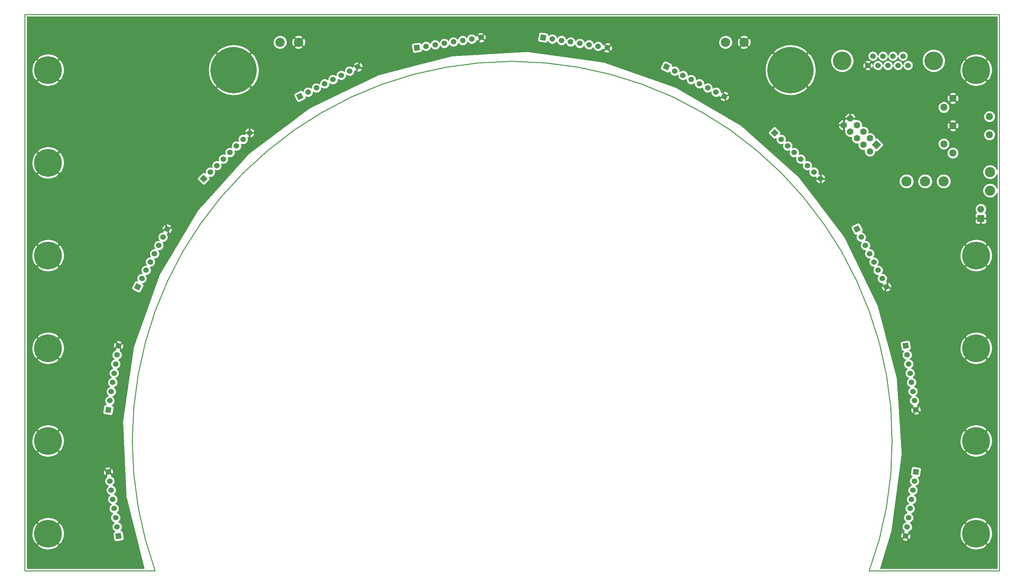
<source format=gbr>
G04 (created by PCBNEW-RS274X (2010-03-14)-final) date Fri 28 Jan 2011 02:53:33 PM PST*
G01*
G70*
G90*
%MOIN*%
G04 Gerber Fmt 3.4, Leading zero omitted, Abs format*
%FSLAX34Y34*%
G04 APERTURE LIST*
%ADD10C,0.006000*%
%ADD11C,0.009000*%
%ADD12C,0.070000*%
%ADD13C,0.060000*%
%ADD14C,0.200000*%
%ADD15C,0.076700*%
%ADD16C,0.073000*%
%ADD17R,0.073000X0.073000*%
%ADD18O,0.109500X0.109500*%
%ADD19C,0.109500*%
%ADD20C,0.300000*%
%ADD21C,0.500000*%
%ADD22C,0.100000*%
%ADD23C,0.010000*%
G04 APERTURE END LIST*
G54D10*
G54D11*
X110500Y-68000D02*
X96474Y-68000D01*
X05500Y-68000D02*
X19526Y-68000D01*
X96472Y-68002D02*
X97546Y-64596D01*
X98319Y-61109D01*
X98786Y-57568D01*
X98942Y-54000D01*
X98786Y-50432D01*
X98319Y-46891D01*
X97546Y-43404D01*
X96472Y-39998D01*
X95106Y-36698D01*
X93456Y-33529D01*
X91537Y-30517D01*
X89363Y-27683D01*
X86950Y-25050D01*
X84317Y-22637D01*
X81483Y-20463D01*
X78471Y-18544D01*
X75302Y-16894D01*
X72002Y-15528D01*
X68596Y-14454D01*
X65109Y-13681D01*
X61568Y-13214D01*
X58000Y-13058D01*
X54432Y-13214D01*
X50891Y-13681D01*
X47404Y-14454D01*
X43998Y-15528D01*
X40698Y-16894D01*
X37529Y-18544D01*
X34517Y-20463D01*
X31683Y-22637D01*
X29050Y-25050D01*
X26637Y-27683D01*
X24463Y-30517D01*
X22544Y-33529D01*
X20894Y-36698D01*
X19528Y-39998D01*
X18454Y-43404D01*
X17681Y-46891D01*
X17214Y-50432D01*
X17058Y-54000D01*
X17214Y-57568D01*
X17681Y-61109D01*
X18454Y-64596D01*
X19528Y-68002D01*
X110500Y-08000D02*
X110500Y-68000D01*
X05500Y-08000D02*
X110500Y-08000D01*
X05500Y-68000D02*
X05500Y-08000D01*
G54D10*
G36*
X97763Y-22061D02*
X97268Y-22556D01*
X96773Y-22061D01*
X97268Y-21566D01*
X97763Y-22061D01*
X97763Y-22061D01*
G37*
G54D12*
X96561Y-22768D03*
X96561Y-21354D03*
X95854Y-22061D03*
X95854Y-20646D03*
X95146Y-21354D03*
X95146Y-19939D03*
X94439Y-20646D03*
X94439Y-19232D03*
X93732Y-19939D03*
G54D13*
X100660Y-13500D03*
X99580Y-13500D03*
X98500Y-13500D03*
X97420Y-13500D03*
X96340Y-13500D03*
X100120Y-12500D03*
X99040Y-12500D03*
X97960Y-12500D03*
X96880Y-12500D03*
G54D14*
X103430Y-13000D03*
X93570Y-13000D03*
G54D15*
X105500Y-17048D03*
X105500Y-20000D03*
X105500Y-22952D03*
X104516Y-18032D03*
X104516Y-21968D03*
X109437Y-19016D03*
X109437Y-20984D03*
G54D16*
X108500Y-29000D03*
G54D17*
X108500Y-30000D03*
G54D18*
X104500Y-26000D03*
X102500Y-26000D03*
X100500Y-26000D03*
G54D19*
X109500Y-27000D03*
X109500Y-25000D03*
G54D20*
X108000Y-14000D03*
X108000Y-34000D03*
X108000Y-44000D03*
X108000Y-54000D03*
X108000Y-64000D03*
X08000Y-34000D03*
X08000Y-14000D03*
X08000Y-44000D03*
X08000Y-24000D03*
X08000Y-54000D03*
X08000Y-64000D03*
G54D21*
X88000Y-14000D03*
X28000Y-14000D03*
G54D22*
X33000Y-11000D03*
X35000Y-11000D03*
X81000Y-11000D03*
X83000Y-11000D03*
G54D10*
G36*
X15934Y-64510D02*
X15342Y-64604D01*
X15248Y-64012D01*
X15840Y-63918D01*
X15934Y-64510D01*
X15934Y-64510D01*
G37*
G54D13*
X15434Y-63273D03*
X15278Y-62286D03*
X15121Y-61298D03*
X14965Y-60310D03*
X14808Y-59322D03*
X14652Y-58335D03*
X14495Y-57347D03*
G54D10*
G36*
X14744Y-50996D02*
X14152Y-50902D01*
X14246Y-50310D01*
X14838Y-50404D01*
X14744Y-50996D01*
X14744Y-50996D01*
G37*
G54D13*
X14652Y-49665D03*
X14808Y-48678D03*
X14965Y-47690D03*
X15121Y-46702D03*
X15278Y-45714D03*
X15434Y-44727D03*
X15591Y-43739D03*
G54D10*
G36*
X17790Y-37777D02*
X17256Y-37505D01*
X17528Y-36971D01*
X18062Y-37243D01*
X17790Y-37777D01*
X17790Y-37777D01*
G37*
G54D13*
X18113Y-36483D03*
X18567Y-35592D03*
X19021Y-34701D03*
X19475Y-33809D03*
X19929Y-32918D03*
X20383Y-32027D03*
X20837Y-31136D03*
G54D10*
G36*
X24771Y-26145D02*
X24347Y-25721D01*
X24771Y-25297D01*
X25195Y-25721D01*
X24771Y-26145D01*
X24771Y-26145D01*
G37*
G54D13*
X25478Y-25014D03*
X26185Y-24307D03*
X26892Y-23600D03*
X27600Y-22892D03*
X28307Y-22185D03*
X29014Y-21478D03*
X29721Y-20771D03*
G54D10*
G36*
X35005Y-17240D02*
X34733Y-16706D01*
X35267Y-16434D01*
X35539Y-16968D01*
X35005Y-17240D01*
X35005Y-17240D01*
G37*
G54D13*
X36027Y-16383D03*
X36918Y-15929D03*
X37809Y-15475D03*
X38701Y-15021D03*
X39592Y-14567D03*
X40483Y-14113D03*
X41374Y-13659D03*
G54D10*
G36*
X47490Y-11934D02*
X47396Y-11342D01*
X47988Y-11248D01*
X48082Y-11840D01*
X47490Y-11934D01*
X47490Y-11934D01*
G37*
G54D13*
X48727Y-11434D03*
X49714Y-11278D03*
X50702Y-11121D03*
X51690Y-10965D03*
X52678Y-10808D03*
X53665Y-10652D03*
X54653Y-10495D03*
G54D10*
G36*
X61004Y-10744D02*
X61098Y-10152D01*
X61690Y-10246D01*
X61596Y-10838D01*
X61004Y-10744D01*
X61004Y-10744D01*
G37*
G54D13*
X62335Y-10652D03*
X63322Y-10808D03*
X64310Y-10965D03*
X65298Y-11121D03*
X66286Y-11278D03*
X67273Y-11434D03*
X68261Y-11591D03*
G54D10*
G36*
X74223Y-13790D02*
X74495Y-13256D01*
X75029Y-13528D01*
X74757Y-14062D01*
X74223Y-13790D01*
X74223Y-13790D01*
G37*
G54D13*
X75517Y-14113D03*
X76408Y-14567D03*
X77299Y-15021D03*
X78191Y-15475D03*
X79082Y-15929D03*
X79973Y-16383D03*
X80864Y-16837D03*
G54D10*
G36*
X85855Y-20771D02*
X86279Y-20347D01*
X86703Y-20771D01*
X86279Y-21195D01*
X85855Y-20771D01*
X85855Y-20771D01*
G37*
G54D13*
X86986Y-21478D03*
X87693Y-22185D03*
X88400Y-22892D03*
X89108Y-23600D03*
X89815Y-24307D03*
X90522Y-25014D03*
X91229Y-25721D03*
G54D10*
G36*
X94760Y-31005D02*
X95294Y-30733D01*
X95566Y-31267D01*
X95032Y-31539D01*
X94760Y-31005D01*
X94760Y-31005D01*
G37*
G54D13*
X95617Y-32027D03*
X96071Y-32918D03*
X96525Y-33809D03*
X96979Y-34701D03*
X97433Y-35592D03*
X97887Y-36483D03*
X98341Y-37374D03*
G54D10*
G36*
X100066Y-43490D02*
X100658Y-43396D01*
X100752Y-43988D01*
X100160Y-44082D01*
X100066Y-43490D01*
X100066Y-43490D01*
G37*
G54D13*
X100566Y-44727D03*
X100722Y-45714D03*
X100879Y-46702D03*
X101035Y-47690D03*
X101192Y-48678D03*
X101348Y-49665D03*
X101505Y-50653D03*
G54D10*
G36*
X101256Y-57004D02*
X101848Y-57098D01*
X101754Y-57690D01*
X101162Y-57596D01*
X101256Y-57004D01*
X101256Y-57004D01*
G37*
G54D13*
X101348Y-58335D03*
X101192Y-59322D03*
X101035Y-60310D03*
X100879Y-61298D03*
X100722Y-62286D03*
X100566Y-63273D03*
X100409Y-64261D03*
G54D23*
X05745Y-08245D02*
X110255Y-08245D01*
X05745Y-08325D02*
X110255Y-08325D01*
X05745Y-08405D02*
X110255Y-08405D01*
X05745Y-08485D02*
X110255Y-08485D01*
X05745Y-08565D02*
X110255Y-08565D01*
X05745Y-08645D02*
X110255Y-08645D01*
X05745Y-08725D02*
X110255Y-08725D01*
X05745Y-08805D02*
X110255Y-08805D01*
X05745Y-08885D02*
X110255Y-08885D01*
X05745Y-08965D02*
X110255Y-08965D01*
X05745Y-09045D02*
X110255Y-09045D01*
X05745Y-09125D02*
X110255Y-09125D01*
X05745Y-09205D02*
X110255Y-09205D01*
X05745Y-09285D02*
X110255Y-09285D01*
X05745Y-09365D02*
X110255Y-09365D01*
X05745Y-09445D02*
X110255Y-09445D01*
X05745Y-09525D02*
X110255Y-09525D01*
X05745Y-09605D02*
X110255Y-09605D01*
X05745Y-09685D02*
X110255Y-09685D01*
X05745Y-09765D02*
X110255Y-09765D01*
X05745Y-09845D02*
X110255Y-09845D01*
X05745Y-09925D02*
X60993Y-09925D01*
X61265Y-09925D02*
X110255Y-09925D01*
X05745Y-10005D02*
X54410Y-10005D01*
X54866Y-10005D02*
X60895Y-10005D01*
X61762Y-10005D02*
X110255Y-10005D01*
X05745Y-10085D02*
X54301Y-10085D01*
X54889Y-10085D02*
X60856Y-10085D01*
X61882Y-10085D02*
X110255Y-10085D01*
X05745Y-10165D02*
X53406Y-10165D01*
X53923Y-10165D02*
X54291Y-10165D01*
X54831Y-10165D02*
X54955Y-10165D01*
X55091Y-10165D02*
X60843Y-10165D01*
X61929Y-10165D02*
X62076Y-10165D01*
X62593Y-10165D02*
X110255Y-10165D01*
X05745Y-10245D02*
X53296Y-10245D01*
X54035Y-10245D02*
X54394Y-10245D01*
X54772Y-10245D02*
X54897Y-10245D01*
X55140Y-10245D02*
X60830Y-10245D01*
X61941Y-10245D02*
X61966Y-10245D01*
X62705Y-10245D02*
X110255Y-10245D01*
X05745Y-10325D02*
X32672Y-10325D01*
X33328Y-10325D02*
X34677Y-10325D01*
X35319Y-10325D02*
X52413Y-10325D01*
X52943Y-10325D02*
X53224Y-10325D01*
X54107Y-10325D02*
X54134Y-10325D01*
X54335Y-10325D02*
X54504Y-10325D01*
X54714Y-10325D02*
X54839Y-10325D01*
X55173Y-10325D02*
X60817Y-10325D01*
X62777Y-10325D02*
X63057Y-10325D01*
X63587Y-10325D02*
X80672Y-10325D01*
X81328Y-10325D02*
X82677Y-10325D01*
X83319Y-10325D02*
X110255Y-10325D01*
X05745Y-10405D02*
X32542Y-10405D01*
X33458Y-10405D02*
X34583Y-10405D01*
X35418Y-10405D02*
X52305Y-10405D01*
X53052Y-10405D02*
X53174Y-10405D01*
X54445Y-10405D02*
X54614Y-10405D01*
X54656Y-10405D02*
X54781Y-10405D01*
X55194Y-10405D02*
X60805Y-10405D01*
X62827Y-10405D02*
X62949Y-10405D01*
X63696Y-10405D02*
X80542Y-10405D01*
X81458Y-10405D02*
X82583Y-10405D01*
X83418Y-10405D02*
X110255Y-10405D01*
X05745Y-10485D02*
X32456Y-10485D01*
X33544Y-10485D02*
X34555Y-10485D01*
X35444Y-10485D02*
X51421Y-10485D01*
X51960Y-10485D02*
X52234Y-10485D01*
X53123Y-10485D02*
X53139Y-10485D01*
X54555Y-10485D02*
X54724Y-10485D01*
X55203Y-10485D02*
X60792Y-10485D01*
X62861Y-10485D02*
X62878Y-10485D01*
X63767Y-10485D02*
X64041Y-10485D01*
X64580Y-10485D02*
X80456Y-10485D01*
X81544Y-10485D02*
X82555Y-10485D01*
X83444Y-10485D02*
X110255Y-10485D01*
X05745Y-10565D02*
X32391Y-10565D01*
X33610Y-10565D02*
X34446Y-10565D01*
X34495Y-10565D02*
X34635Y-10565D01*
X35364Y-10565D02*
X35506Y-10565D01*
X35555Y-10565D02*
X51314Y-10565D01*
X52067Y-10565D02*
X52186Y-10565D01*
X54540Y-10565D02*
X54664Y-10565D01*
X54664Y-10565D02*
X54834Y-10565D01*
X55195Y-10565D02*
X60779Y-10565D01*
X63816Y-10565D02*
X63934Y-10565D01*
X64687Y-10565D02*
X80391Y-10565D01*
X81610Y-10565D02*
X82446Y-10565D01*
X82495Y-10565D02*
X82635Y-10565D01*
X83364Y-10565D02*
X83506Y-10565D01*
X83555Y-10565D02*
X110255Y-10565D01*
X05745Y-10645D02*
X32338Y-10645D01*
X33664Y-10645D02*
X34344Y-10645D01*
X34575Y-10645D02*
X34715Y-10645D01*
X35284Y-10645D02*
X35426Y-10645D01*
X35659Y-10645D02*
X50427Y-10645D01*
X50978Y-10645D02*
X51244Y-10645D01*
X52137Y-10645D02*
X52151Y-10645D01*
X54481Y-10645D02*
X54606Y-10645D01*
X54774Y-10645D02*
X54944Y-10645D01*
X55178Y-10645D02*
X60767Y-10645D01*
X63849Y-10645D02*
X63864Y-10645D01*
X64757Y-10645D02*
X65023Y-10645D01*
X65574Y-10645D02*
X80338Y-10645D01*
X81664Y-10645D02*
X82344Y-10645D01*
X82575Y-10645D02*
X82715Y-10645D01*
X83284Y-10645D02*
X83426Y-10645D01*
X83659Y-10645D02*
X110255Y-10645D01*
X05745Y-10725D02*
X32304Y-10725D01*
X33698Y-10725D02*
X34304Y-10725D01*
X34655Y-10725D02*
X34795Y-10725D01*
X35204Y-10725D02*
X35346Y-10725D01*
X35696Y-10725D02*
X50322Y-10725D01*
X51083Y-10725D02*
X51196Y-10725D01*
X54423Y-10725D02*
X54548Y-10725D01*
X54884Y-10725D02*
X55054Y-10725D01*
X55106Y-10725D02*
X60754Y-10725D01*
X64805Y-10725D02*
X64918Y-10725D01*
X65679Y-10725D02*
X80304Y-10725D01*
X81698Y-10725D02*
X82304Y-10725D01*
X82655Y-10725D02*
X82795Y-10725D01*
X83204Y-10725D02*
X83346Y-10725D01*
X83696Y-10725D02*
X110255Y-10725D01*
X05745Y-10805D02*
X32276Y-10805D01*
X33726Y-10805D02*
X34280Y-10805D01*
X34735Y-10805D02*
X34875Y-10805D01*
X35124Y-10805D02*
X35266Y-10805D01*
X35722Y-10805D02*
X49434Y-10805D01*
X49994Y-10805D02*
X50254Y-10805D01*
X51151Y-10805D02*
X51163Y-10805D01*
X54193Y-10805D02*
X54199Y-10805D01*
X54365Y-10805D02*
X54490Y-10805D01*
X54994Y-10805D02*
X60760Y-10805D01*
X64838Y-10805D02*
X64849Y-10805D01*
X65747Y-10805D02*
X66006Y-10805D01*
X66566Y-10805D02*
X80276Y-10805D01*
X81726Y-10805D02*
X82280Y-10805D01*
X82735Y-10805D02*
X82875Y-10805D01*
X83124Y-10805D02*
X83266Y-10805D01*
X83722Y-10805D02*
X110255Y-10805D01*
X05745Y-10885D02*
X32259Y-10885D01*
X33741Y-10885D02*
X34261Y-10885D01*
X34815Y-10885D02*
X34955Y-10885D01*
X35044Y-10885D02*
X35186Y-10885D01*
X35738Y-10885D02*
X48677Y-10885D01*
X48784Y-10885D02*
X49331Y-10885D01*
X50098Y-10885D02*
X50206Y-10885D01*
X54162Y-10885D02*
X54432Y-10885D01*
X55008Y-10885D02*
X60797Y-10885D01*
X65795Y-10885D02*
X65903Y-10885D01*
X66670Y-10885D02*
X67223Y-10885D01*
X67330Y-10885D02*
X80259Y-10885D01*
X81741Y-10885D02*
X82261Y-10885D01*
X82815Y-10885D02*
X82955Y-10885D01*
X83044Y-10885D02*
X83186Y-10885D01*
X83738Y-10885D02*
X110255Y-10885D01*
X05745Y-10965D02*
X32252Y-10965D01*
X33748Y-10965D02*
X34254Y-10965D01*
X34895Y-10965D02*
X35106Y-10965D01*
X35748Y-10965D02*
X48441Y-10965D01*
X49013Y-10965D02*
X49264Y-10965D01*
X50165Y-10965D02*
X50174Y-10965D01*
X53205Y-10965D02*
X53213Y-10965D01*
X54116Y-10965D02*
X54430Y-10965D01*
X54933Y-10965D02*
X60884Y-10965D01*
X61812Y-10965D02*
X61883Y-10965D01*
X62785Y-10965D02*
X62793Y-10965D01*
X65827Y-10965D02*
X65835Y-10965D01*
X66737Y-10965D02*
X66987Y-10965D01*
X67559Y-10965D02*
X80252Y-10965D01*
X81748Y-10965D02*
X82254Y-10965D01*
X82895Y-10965D02*
X83106Y-10965D01*
X83748Y-10965D02*
X110255Y-10965D01*
X05745Y-11045D02*
X32251Y-11045D01*
X33747Y-11045D02*
X34253Y-11045D01*
X34884Y-11045D02*
X35115Y-11045D01*
X35745Y-11045D02*
X47669Y-11045D01*
X48134Y-11045D02*
X48340Y-11045D01*
X49115Y-11045D02*
X49217Y-11045D01*
X53173Y-11045D02*
X53281Y-11045D01*
X54048Y-11045D02*
X61302Y-11045D01*
X61736Y-11045D02*
X61951Y-11045D01*
X62718Y-11045D02*
X62825Y-11045D01*
X66784Y-11045D02*
X66886Y-11045D01*
X67661Y-11045D02*
X68208Y-11045D01*
X68320Y-11045D02*
X80251Y-11045D01*
X81747Y-11045D02*
X82253Y-11045D01*
X82884Y-11045D02*
X83115Y-11045D01*
X83745Y-11045D02*
X110255Y-11045D01*
X05745Y-11125D02*
X32261Y-11125D01*
X33740Y-11125D02*
X34263Y-11125D01*
X34804Y-11125D02*
X34946Y-11125D01*
X35055Y-11125D02*
X35195Y-11125D01*
X35739Y-11125D02*
X47271Y-11125D01*
X48207Y-11125D02*
X48274Y-11125D01*
X49181Y-11125D02*
X49186Y-11125D01*
X52217Y-11125D02*
X52229Y-11125D01*
X53126Y-11125D02*
X53383Y-11125D01*
X53944Y-11125D02*
X62053Y-11125D01*
X62614Y-11125D02*
X62873Y-11125D01*
X63769Y-11125D02*
X63783Y-11125D01*
X66816Y-11125D02*
X66819Y-11125D01*
X67727Y-11125D02*
X68037Y-11125D01*
X68548Y-11125D02*
X80261Y-11125D01*
X81740Y-11125D02*
X82263Y-11125D01*
X82804Y-11125D02*
X82946Y-11125D01*
X83055Y-11125D02*
X83195Y-11125D01*
X83739Y-11125D02*
X110255Y-11125D01*
X05745Y-11205D02*
X32275Y-11205D01*
X33721Y-11205D02*
X34281Y-11205D01*
X34724Y-11205D02*
X34866Y-11205D01*
X35135Y-11205D02*
X35275Y-11205D01*
X35717Y-11205D02*
X47187Y-11205D01*
X52184Y-11205D02*
X52298Y-11205D01*
X53057Y-11205D02*
X62942Y-11205D01*
X63701Y-11205D02*
X63814Y-11205D01*
X67773Y-11205D02*
X68042Y-11205D01*
X68617Y-11205D02*
X80275Y-11205D01*
X81721Y-11205D02*
X82281Y-11205D01*
X82724Y-11205D02*
X82866Y-11205D01*
X83135Y-11205D02*
X83275Y-11205D01*
X83717Y-11205D02*
X110255Y-11205D01*
X05745Y-11285D02*
X27621Y-11285D01*
X28340Y-11285D02*
X32306Y-11285D01*
X33692Y-11285D02*
X34308Y-11285D01*
X34644Y-11285D02*
X34786Y-11285D01*
X35215Y-11285D02*
X35355Y-11285D01*
X35691Y-11285D02*
X47153Y-11285D01*
X51227Y-11285D02*
X51242Y-11285D01*
X52136Y-11285D02*
X52401Y-11285D01*
X52950Y-11285D02*
X63045Y-11285D01*
X63594Y-11285D02*
X63863Y-11285D01*
X64755Y-11285D02*
X64772Y-11285D01*
X67804Y-11285D02*
X67808Y-11285D01*
X67977Y-11285D02*
X68100Y-11285D01*
X68596Y-11285D02*
X80306Y-11285D01*
X81692Y-11285D02*
X82308Y-11285D01*
X82644Y-11285D02*
X82786Y-11285D01*
X83215Y-11285D02*
X83355Y-11285D01*
X83691Y-11285D02*
X87621Y-11285D01*
X88340Y-11285D02*
X110255Y-11285D01*
X05745Y-11365D02*
X27266Y-11365D01*
X28745Y-11365D02*
X32343Y-11365D01*
X33657Y-11365D02*
X34347Y-11365D01*
X34564Y-11365D02*
X34706Y-11365D01*
X35295Y-11365D02*
X35435Y-11365D01*
X35651Y-11365D02*
X47146Y-11365D01*
X51194Y-11365D02*
X51313Y-11365D01*
X52066Y-11365D02*
X63933Y-11365D01*
X64686Y-11365D02*
X64803Y-11365D01*
X68035Y-11365D02*
X68158Y-11365D01*
X68486Y-11365D02*
X68657Y-11365D01*
X68723Y-11365D02*
X80343Y-11365D01*
X81657Y-11365D02*
X82347Y-11365D01*
X82564Y-11365D02*
X82706Y-11365D01*
X83295Y-11365D02*
X83435Y-11365D01*
X83651Y-11365D02*
X87266Y-11365D01*
X88745Y-11365D02*
X110255Y-11365D01*
X05745Y-11445D02*
X26993Y-11445D01*
X28989Y-11445D02*
X32395Y-11445D01*
X33602Y-11445D02*
X34468Y-11445D01*
X34484Y-11445D02*
X34626Y-11445D01*
X35375Y-11445D02*
X35515Y-11445D01*
X35531Y-11445D02*
X47158Y-11445D01*
X50239Y-11445D02*
X50257Y-11445D01*
X51145Y-11445D02*
X51418Y-11445D01*
X51958Y-11445D02*
X64038Y-11445D01*
X64578Y-11445D02*
X64853Y-11445D01*
X65741Y-11445D02*
X65761Y-11445D01*
X68093Y-11445D02*
X68216Y-11445D01*
X68376Y-11445D02*
X68547Y-11445D01*
X68791Y-11445D02*
X80395Y-11445D01*
X81602Y-11445D02*
X82468Y-11445D01*
X82484Y-11445D02*
X82626Y-11445D01*
X83375Y-11445D02*
X83515Y-11445D01*
X83531Y-11445D02*
X86993Y-11445D01*
X88989Y-11445D02*
X110255Y-11445D01*
X05745Y-11525D02*
X26834Y-11525D01*
X29180Y-11525D02*
X32465Y-11525D01*
X33534Y-11525D02*
X34552Y-11525D01*
X35447Y-11525D02*
X47171Y-11525D01*
X50205Y-11525D02*
X50329Y-11525D01*
X51074Y-11525D02*
X64925Y-11525D01*
X65670Y-11525D02*
X65793Y-11525D01*
X68151Y-11525D02*
X68437Y-11525D01*
X68805Y-11525D02*
X80465Y-11525D01*
X81534Y-11525D02*
X82552Y-11525D01*
X83447Y-11525D02*
X86834Y-11525D01*
X89180Y-11525D02*
X110255Y-11525D01*
X05745Y-11605D02*
X26675Y-11605D01*
X29323Y-11605D02*
X32557Y-11605D01*
X33444Y-11605D02*
X34587Y-11605D01*
X35412Y-11605D02*
X47184Y-11605D01*
X49251Y-11605D02*
X49271Y-11605D01*
X50155Y-11605D02*
X50437Y-11605D01*
X50963Y-11605D02*
X65033Y-11605D01*
X65559Y-11605D02*
X65843Y-11605D01*
X66726Y-11605D02*
X66750Y-11605D01*
X68156Y-11605D02*
X68333Y-11605D01*
X68807Y-11605D02*
X80557Y-11605D01*
X81444Y-11605D02*
X82587Y-11605D01*
X83412Y-11605D02*
X86675Y-11605D01*
X89323Y-11605D02*
X110255Y-11605D01*
X05745Y-11685D02*
X26520Y-11685D01*
X29465Y-11685D02*
X32696Y-11685D01*
X33305Y-11685D02*
X34701Y-11685D01*
X35304Y-11685D02*
X47196Y-11685D01*
X49216Y-11685D02*
X49344Y-11685D01*
X50083Y-11685D02*
X65916Y-11685D01*
X66655Y-11685D02*
X66781Y-11685D01*
X68046Y-11685D02*
X68217Y-11685D01*
X68268Y-11685D02*
X68391Y-11685D01*
X68800Y-11685D02*
X80696Y-11685D01*
X81305Y-11685D02*
X82701Y-11685D01*
X83304Y-11685D02*
X86520Y-11685D01*
X89465Y-11685D02*
X110255Y-11685D01*
X05745Y-11765D02*
X26409Y-11765D01*
X29592Y-11765D02*
X47209Y-11765D01*
X49165Y-11765D02*
X49456Y-11765D01*
X49970Y-11765D02*
X66028Y-11765D01*
X66542Y-11765D02*
X66833Y-11765D01*
X67711Y-11765D02*
X67740Y-11765D01*
X67936Y-11765D02*
X68107Y-11765D01*
X68326Y-11765D02*
X68449Y-11765D01*
X68781Y-11765D02*
X86409Y-11765D01*
X89592Y-11765D02*
X93373Y-11765D01*
X93770Y-11765D02*
X103233Y-11765D01*
X103630Y-11765D02*
X110255Y-11765D01*
X05745Y-11845D02*
X26336Y-11845D01*
X29665Y-11845D02*
X47221Y-11845D01*
X48332Y-11845D02*
X48361Y-11845D01*
X49091Y-11845D02*
X66907Y-11845D01*
X67637Y-11845D02*
X67997Y-11845D01*
X68384Y-11845D02*
X68507Y-11845D01*
X68746Y-11845D02*
X86336Y-11845D01*
X89665Y-11845D02*
X93092Y-11845D01*
X94049Y-11845D02*
X102952Y-11845D01*
X103909Y-11845D02*
X110255Y-11845D01*
X05745Y-11925D02*
X26263Y-11925D01*
X29738Y-11925D02*
X47234Y-11925D01*
X48318Y-11925D02*
X48478Y-11925D01*
X48977Y-11925D02*
X67024Y-11925D01*
X67523Y-11925D02*
X67899Y-11925D01*
X68443Y-11925D02*
X68565Y-11925D01*
X68694Y-11925D02*
X86263Y-11925D01*
X89738Y-11925D02*
X92930Y-11925D01*
X94212Y-11925D02*
X102790Y-11925D01*
X104072Y-11925D02*
X110255Y-11925D01*
X05745Y-12005D02*
X26190Y-12005D01*
X29811Y-12005D02*
X47248Y-12005D01*
X48271Y-12005D02*
X59596Y-12005D01*
X59836Y-12005D02*
X67909Y-12005D01*
X68501Y-12005D02*
X86190Y-12005D01*
X89811Y-12005D02*
X92808Y-12005D01*
X94330Y-12005D02*
X96639Y-12005D01*
X97119Y-12005D02*
X97719Y-12005D01*
X98199Y-12005D02*
X98799Y-12005D01*
X99279Y-12005D02*
X99879Y-12005D01*
X100359Y-12005D02*
X102668Y-12005D01*
X104190Y-12005D02*
X110255Y-12005D01*
X05745Y-12085D02*
X26155Y-12085D01*
X29844Y-12085D02*
X47289Y-12085D01*
X48138Y-12085D02*
X58161Y-12085D01*
X60402Y-12085D02*
X68025Y-12085D01*
X68471Y-12085D02*
X86155Y-12085D01*
X89844Y-12085D02*
X92718Y-12085D01*
X94423Y-12085D02*
X96519Y-12085D01*
X97242Y-12085D02*
X97599Y-12085D01*
X98322Y-12085D02*
X98679Y-12085D01*
X99402Y-12085D02*
X99759Y-12085D01*
X100482Y-12085D02*
X102578Y-12085D01*
X104283Y-12085D02*
X110255Y-12085D01*
X05745Y-12165D02*
X26033Y-12165D01*
X26095Y-12165D02*
X26235Y-12165D01*
X29764Y-12165D02*
X29906Y-12165D01*
X29968Y-12165D02*
X47393Y-12165D01*
X47632Y-12165D02*
X56726Y-12165D01*
X60971Y-12165D02*
X86033Y-12165D01*
X86095Y-12165D02*
X86235Y-12165D01*
X89764Y-12165D02*
X89906Y-12165D01*
X89968Y-12165D02*
X92637Y-12165D01*
X94503Y-12165D02*
X96445Y-12165D01*
X97317Y-12165D02*
X97525Y-12165D01*
X98397Y-12165D02*
X98605Y-12165D01*
X99477Y-12165D02*
X99685Y-12165D01*
X100557Y-12165D02*
X102497Y-12165D01*
X104363Y-12165D02*
X110255Y-12165D01*
X05745Y-12245D02*
X25945Y-12245D01*
X26175Y-12245D02*
X26315Y-12245D01*
X29684Y-12245D02*
X29826Y-12245D01*
X30056Y-12245D02*
X55291Y-12245D01*
X61540Y-12245D02*
X85945Y-12245D01*
X86175Y-12245D02*
X86315Y-12245D01*
X89684Y-12245D02*
X89826Y-12245D01*
X90056Y-12245D02*
X92573Y-12245D01*
X94569Y-12245D02*
X96393Y-12245D01*
X97369Y-12245D02*
X97473Y-12245D01*
X98449Y-12245D02*
X98553Y-12245D01*
X99529Y-12245D02*
X99633Y-12245D01*
X100609Y-12245D02*
X102433Y-12245D01*
X104429Y-12245D02*
X110255Y-12245D01*
X05745Y-12325D02*
X07517Y-12325D01*
X08483Y-12325D02*
X25857Y-12325D01*
X26255Y-12325D02*
X26395Y-12325D01*
X29604Y-12325D02*
X29746Y-12325D01*
X30144Y-12325D02*
X53858Y-12325D01*
X62109Y-12325D02*
X85857Y-12325D01*
X86255Y-12325D02*
X86395Y-12325D01*
X89604Y-12325D02*
X89746Y-12325D01*
X90144Y-12325D02*
X92518Y-12325D01*
X94623Y-12325D02*
X96358Y-12325D01*
X97402Y-12325D02*
X97438Y-12325D01*
X98482Y-12325D02*
X98518Y-12325D01*
X99562Y-12325D02*
X99598Y-12325D01*
X100642Y-12325D02*
X102378Y-12325D01*
X104483Y-12325D02*
X107517Y-12325D01*
X108483Y-12325D02*
X110255Y-12325D01*
X05745Y-12405D02*
X07291Y-12405D01*
X08715Y-12405D02*
X25769Y-12405D01*
X26335Y-12405D02*
X26475Y-12405D01*
X29524Y-12405D02*
X29666Y-12405D01*
X30232Y-12405D02*
X52432Y-12405D01*
X62678Y-12405D02*
X85769Y-12405D01*
X86335Y-12405D02*
X86475Y-12405D01*
X89524Y-12405D02*
X89666Y-12405D01*
X90232Y-12405D02*
X92465Y-12405D01*
X94676Y-12405D02*
X96340Y-12405D01*
X100661Y-12405D02*
X102325Y-12405D01*
X104536Y-12405D02*
X107291Y-12405D01*
X108715Y-12405D02*
X110255Y-12405D01*
X05745Y-12485D02*
X07136Y-12485D01*
X08861Y-12485D02*
X25714Y-12485D01*
X26415Y-12485D02*
X26555Y-12485D01*
X29444Y-12485D02*
X29586Y-12485D01*
X30293Y-12485D02*
X51449Y-12485D01*
X63247Y-12485D02*
X85714Y-12485D01*
X86415Y-12485D02*
X86555Y-12485D01*
X89444Y-12485D02*
X89586Y-12485D01*
X90293Y-12485D02*
X92431Y-12485D01*
X94710Y-12485D02*
X96332Y-12485D01*
X100668Y-12485D02*
X102291Y-12485D01*
X104570Y-12485D02*
X107136Y-12485D01*
X108861Y-12485D02*
X110255Y-12485D01*
X05745Y-12565D02*
X07005Y-12565D01*
X08996Y-12565D02*
X25669Y-12565D01*
X26495Y-12565D02*
X26635Y-12565D01*
X29364Y-12565D02*
X29506Y-12565D01*
X30341Y-12565D02*
X51137Y-12565D01*
X63816Y-12565D02*
X85669Y-12565D01*
X86495Y-12565D02*
X86635Y-12565D01*
X89364Y-12565D02*
X89506Y-12565D01*
X90341Y-12565D02*
X92397Y-12565D01*
X94743Y-12565D02*
X96333Y-12565D01*
X100667Y-12565D02*
X102257Y-12565D01*
X104603Y-12565D02*
X107005Y-12565D01*
X108996Y-12565D02*
X110255Y-12565D01*
X05745Y-12645D02*
X06942Y-12645D01*
X09059Y-12645D02*
X25624Y-12645D01*
X26575Y-12645D02*
X26715Y-12645D01*
X29284Y-12645D02*
X29426Y-12645D01*
X30381Y-12645D02*
X50825Y-12645D01*
X64385Y-12645D02*
X85624Y-12645D01*
X86575Y-12645D02*
X86715Y-12645D01*
X89284Y-12645D02*
X89426Y-12645D01*
X90381Y-12645D02*
X92368Y-12645D01*
X94774Y-12645D02*
X96348Y-12645D01*
X97410Y-12645D02*
X97428Y-12645D01*
X98490Y-12645D02*
X98508Y-12645D01*
X99570Y-12645D02*
X99588Y-12645D01*
X100650Y-12645D02*
X102228Y-12645D01*
X104634Y-12645D02*
X106942Y-12645D01*
X109059Y-12645D02*
X110255Y-12645D01*
X05745Y-12725D02*
X06879Y-12725D01*
X09122Y-12725D02*
X25579Y-12725D01*
X26655Y-12725D02*
X26795Y-12725D01*
X29204Y-12725D02*
X29346Y-12725D01*
X30421Y-12725D02*
X50514Y-12725D01*
X64954Y-12725D02*
X85579Y-12725D01*
X86655Y-12725D02*
X86795Y-12725D01*
X89204Y-12725D02*
X89346Y-12725D01*
X90421Y-12725D02*
X92351Y-12725D01*
X94790Y-12725D02*
X96378Y-12725D01*
X97381Y-12725D02*
X97458Y-12725D01*
X98461Y-12725D02*
X98538Y-12725D01*
X99541Y-12725D02*
X99618Y-12725D01*
X100621Y-12725D02*
X102211Y-12725D01*
X104650Y-12725D02*
X106879Y-12725D01*
X109122Y-12725D02*
X110255Y-12725D01*
X05745Y-12805D02*
X06875Y-12805D01*
X09124Y-12805D02*
X25534Y-12805D01*
X26735Y-12805D02*
X26875Y-12805D01*
X29124Y-12805D02*
X29266Y-12805D01*
X30461Y-12805D02*
X50202Y-12805D01*
X65523Y-12805D02*
X85534Y-12805D01*
X86735Y-12805D02*
X86875Y-12805D01*
X89124Y-12805D02*
X89266Y-12805D01*
X90461Y-12805D02*
X92334Y-12805D01*
X94806Y-12805D02*
X96423Y-12805D01*
X97336Y-12805D02*
X97503Y-12805D01*
X98416Y-12805D02*
X98583Y-12805D01*
X99496Y-12805D02*
X99663Y-12805D01*
X100576Y-12805D02*
X102194Y-12805D01*
X104666Y-12805D02*
X106875Y-12805D01*
X109124Y-12805D02*
X110255Y-12805D01*
X05745Y-12885D02*
X06718Y-12885D01*
X06815Y-12885D02*
X06955Y-12885D01*
X09044Y-12885D02*
X09186Y-12885D01*
X09283Y-12885D02*
X25489Y-12885D01*
X26815Y-12885D02*
X26955Y-12885D01*
X29044Y-12885D02*
X29186Y-12885D01*
X30502Y-12885D02*
X49890Y-12885D01*
X66092Y-12885D02*
X85489Y-12885D01*
X86815Y-12885D02*
X86955Y-12885D01*
X89044Y-12885D02*
X89186Y-12885D01*
X90502Y-12885D02*
X92322Y-12885D01*
X94819Y-12885D02*
X96488Y-12885D01*
X97272Y-12885D02*
X97568Y-12885D01*
X98352Y-12885D02*
X98648Y-12885D01*
X99432Y-12885D02*
X99728Y-12885D01*
X100512Y-12885D02*
X102182Y-12885D01*
X104679Y-12885D02*
X106718Y-12885D01*
X106815Y-12885D02*
X106955Y-12885D01*
X109044Y-12885D02*
X109186Y-12885D01*
X109283Y-12885D02*
X110255Y-12885D01*
X05745Y-12965D02*
X06615Y-12965D01*
X06895Y-12965D02*
X07035Y-12965D01*
X08964Y-12965D02*
X09106Y-12965D01*
X09386Y-12965D02*
X25461Y-12965D01*
X26895Y-12965D02*
X27035Y-12965D01*
X28964Y-12965D02*
X29106Y-12965D01*
X30542Y-12965D02*
X49579Y-12965D01*
X66661Y-12965D02*
X85461Y-12965D01*
X86895Y-12965D02*
X87035Y-12965D01*
X88964Y-12965D02*
X89106Y-12965D01*
X90542Y-12965D02*
X92321Y-12965D01*
X94818Y-12965D02*
X96221Y-12965D01*
X96456Y-12965D02*
X96586Y-12965D01*
X97172Y-12965D02*
X97296Y-12965D01*
X97545Y-12965D02*
X97666Y-12965D01*
X98252Y-12965D02*
X98376Y-12965D01*
X98625Y-12965D02*
X98746Y-12965D01*
X99332Y-12965D02*
X99456Y-12965D01*
X99705Y-12965D02*
X99826Y-12965D01*
X100412Y-12965D02*
X100536Y-12965D01*
X100785Y-12965D02*
X102181Y-12965D01*
X104678Y-12965D02*
X106615Y-12965D01*
X106895Y-12965D02*
X107035Y-12965D01*
X108964Y-12965D02*
X109106Y-12965D01*
X109386Y-12965D02*
X110255Y-12965D01*
X05745Y-13045D02*
X06537Y-13045D01*
X06975Y-13045D02*
X07115Y-13045D01*
X08884Y-13045D02*
X09026Y-13045D01*
X09468Y-13045D02*
X25435Y-13045D01*
X26975Y-13045D02*
X27115Y-13045D01*
X28884Y-13045D02*
X29026Y-13045D01*
X30575Y-13045D02*
X49267Y-13045D01*
X67230Y-13045D02*
X74358Y-13045D01*
X74633Y-13045D02*
X85435Y-13045D01*
X86975Y-13045D02*
X87115Y-13045D01*
X88884Y-13045D02*
X89026Y-13045D01*
X90575Y-13045D02*
X92319Y-13045D01*
X94817Y-13045D02*
X96055Y-13045D01*
X96626Y-13045D02*
X96801Y-13045D01*
X96950Y-13045D02*
X97113Y-13045D01*
X97727Y-13045D02*
X97881Y-13045D01*
X98030Y-13045D02*
X98193Y-13045D01*
X98807Y-13045D02*
X98961Y-13045D01*
X99110Y-13045D02*
X99273Y-13045D01*
X99887Y-13045D02*
X100041Y-13045D01*
X100190Y-13045D02*
X100353Y-13045D01*
X100967Y-13045D02*
X102179Y-13045D01*
X104677Y-13045D02*
X106537Y-13045D01*
X106975Y-13045D02*
X107115Y-13045D01*
X108884Y-13045D02*
X109026Y-13045D01*
X109468Y-13045D02*
X110255Y-13045D01*
X05745Y-13125D02*
X06494Y-13125D01*
X07055Y-13125D02*
X07195Y-13125D01*
X08804Y-13125D02*
X08946Y-13125D01*
X09510Y-13125D02*
X25408Y-13125D01*
X27055Y-13125D02*
X27195Y-13125D01*
X28804Y-13125D02*
X28946Y-13125D01*
X30597Y-13125D02*
X41255Y-13125D01*
X41424Y-13125D02*
X48956Y-13125D01*
X67797Y-13125D02*
X74281Y-13125D01*
X74790Y-13125D02*
X85408Y-13125D01*
X87055Y-13125D02*
X87195Y-13125D01*
X88804Y-13125D02*
X88946Y-13125D01*
X90597Y-13125D02*
X92321Y-13125D01*
X94816Y-13125D02*
X96035Y-13125D01*
X96644Y-13125D02*
X97019Y-13125D01*
X97822Y-13125D02*
X98099Y-13125D01*
X98902Y-13125D02*
X99179Y-13125D01*
X99982Y-13125D02*
X100259Y-13125D01*
X101062Y-13125D02*
X102181Y-13125D01*
X104676Y-13125D02*
X106494Y-13125D01*
X107055Y-13125D02*
X107195Y-13125D01*
X108804Y-13125D02*
X108946Y-13125D01*
X109510Y-13125D02*
X110255Y-13125D01*
X05745Y-13205D02*
X06450Y-13205D01*
X07135Y-13205D02*
X07275Y-13205D01*
X08724Y-13205D02*
X08866Y-13205D01*
X09552Y-13205D02*
X25382Y-13205D01*
X27135Y-13205D02*
X27275Y-13205D01*
X28724Y-13205D02*
X28866Y-13205D01*
X30619Y-13205D02*
X41069Y-13205D01*
X41468Y-13205D02*
X41614Y-13205D01*
X41682Y-13205D02*
X48644Y-13205D01*
X68079Y-13205D02*
X74241Y-13205D01*
X74947Y-13205D02*
X85382Y-13205D01*
X87135Y-13205D02*
X87275Y-13205D01*
X88724Y-13205D02*
X88866Y-13205D01*
X90619Y-13205D02*
X92336Y-13205D01*
X94805Y-13205D02*
X95917Y-13205D01*
X95975Y-13205D02*
X96115Y-13205D01*
X96564Y-13205D02*
X96706Y-13205D01*
X96764Y-13205D02*
X96957Y-13205D01*
X97883Y-13205D02*
X98037Y-13205D01*
X98963Y-13205D02*
X99117Y-13205D01*
X100043Y-13205D02*
X100197Y-13205D01*
X101123Y-13205D02*
X102196Y-13205D01*
X104665Y-13205D02*
X106450Y-13205D01*
X107135Y-13205D02*
X107275Y-13205D01*
X108724Y-13205D02*
X108866Y-13205D01*
X109552Y-13205D02*
X110255Y-13205D01*
X05745Y-13285D02*
X06406Y-13285D01*
X07215Y-13285D02*
X07355Y-13285D01*
X08644Y-13285D02*
X08786Y-13285D01*
X09593Y-13285D02*
X25356Y-13285D01*
X27215Y-13285D02*
X27355Y-13285D01*
X28644Y-13285D02*
X28786Y-13285D01*
X30641Y-13285D02*
X40976Y-13285D01*
X41442Y-13285D02*
X41548Y-13285D01*
X41775Y-13285D02*
X48332Y-13285D01*
X68309Y-13285D02*
X74200Y-13285D01*
X75104Y-13285D02*
X85356Y-13285D01*
X87215Y-13285D02*
X87355Y-13285D01*
X88644Y-13285D02*
X88786Y-13285D01*
X90641Y-13285D02*
X92351Y-13285D01*
X94787Y-13285D02*
X95837Y-13285D01*
X96055Y-13285D02*
X96195Y-13285D01*
X96484Y-13285D02*
X96626Y-13285D01*
X96844Y-13285D02*
X96915Y-13285D01*
X97926Y-13285D02*
X97995Y-13285D01*
X99006Y-13285D02*
X99075Y-13285D01*
X100086Y-13285D02*
X100155Y-13285D01*
X101166Y-13285D02*
X102211Y-13285D01*
X104647Y-13285D02*
X106406Y-13285D01*
X107215Y-13285D02*
X107355Y-13285D01*
X108644Y-13285D02*
X108786Y-13285D01*
X109593Y-13285D02*
X110255Y-13285D01*
X05745Y-13365D02*
X06374Y-13365D01*
X07295Y-13365D02*
X07435Y-13365D01*
X08564Y-13365D02*
X08706Y-13365D01*
X09632Y-13365D02*
X25330Y-13365D01*
X27295Y-13365D02*
X27435Y-13365D01*
X28564Y-13365D02*
X28706Y-13365D01*
X30663Y-13365D02*
X40911Y-13365D01*
X41416Y-13365D02*
X41522Y-13365D01*
X41837Y-13365D02*
X48021Y-13365D01*
X68539Y-13365D02*
X74159Y-13365D01*
X75220Y-13365D02*
X85330Y-13365D01*
X87295Y-13365D02*
X87435Y-13365D01*
X88564Y-13365D02*
X88706Y-13365D01*
X90663Y-13365D02*
X92370Y-13365D01*
X94769Y-13365D02*
X95810Y-13365D01*
X96135Y-13365D02*
X96275Y-13365D01*
X96404Y-13365D02*
X96546Y-13365D01*
X96873Y-13365D02*
X96887Y-13365D01*
X97953Y-13365D02*
X97967Y-13365D01*
X99033Y-13365D02*
X99047Y-13365D01*
X100113Y-13365D02*
X100127Y-13365D01*
X101193Y-13365D02*
X102230Y-13365D01*
X104629Y-13365D02*
X106374Y-13365D01*
X107295Y-13365D02*
X107435Y-13365D01*
X108564Y-13365D02*
X108706Y-13365D01*
X109632Y-13365D02*
X110255Y-13365D01*
X05745Y-13445D02*
X06349Y-13445D01*
X07375Y-13445D02*
X07515Y-13445D01*
X08484Y-13445D02*
X08626Y-13445D01*
X09655Y-13445D02*
X25312Y-13445D01*
X27375Y-13445D02*
X27515Y-13445D01*
X28484Y-13445D02*
X28626Y-13445D01*
X30685Y-13445D02*
X40924Y-13445D01*
X41390Y-13445D02*
X41496Y-13445D01*
X41878Y-13445D02*
X47709Y-13445D01*
X68768Y-13445D02*
X74118Y-13445D01*
X75266Y-13445D02*
X85312Y-13445D01*
X87375Y-13445D02*
X87515Y-13445D01*
X88484Y-13445D02*
X88626Y-13445D01*
X90685Y-13445D02*
X92401Y-13445D01*
X94740Y-13445D02*
X95795Y-13445D01*
X96215Y-13445D02*
X96466Y-13445D01*
X101209Y-13445D02*
X102261Y-13445D01*
X104600Y-13445D02*
X106349Y-13445D01*
X107375Y-13445D02*
X107515Y-13445D01*
X108484Y-13445D02*
X108626Y-13445D01*
X109655Y-13445D02*
X110255Y-13445D01*
X05745Y-13525D02*
X06323Y-13525D01*
X07455Y-13525D02*
X07595Y-13525D01*
X08404Y-13525D02*
X08546Y-13525D01*
X09678Y-13525D02*
X25302Y-13525D01*
X27455Y-13525D02*
X27595Y-13525D01*
X28404Y-13525D02*
X28546Y-13525D01*
X30707Y-13525D02*
X41122Y-13525D01*
X41364Y-13525D02*
X41471Y-13525D01*
X41905Y-13525D02*
X47397Y-13525D01*
X68998Y-13525D02*
X74078Y-13525D01*
X75279Y-13525D02*
X85302Y-13525D01*
X87455Y-13525D02*
X87595Y-13525D01*
X88404Y-13525D02*
X88546Y-13525D01*
X90707Y-13525D02*
X92433Y-13525D01*
X94704Y-13525D02*
X95792Y-13525D01*
X96244Y-13525D02*
X96435Y-13525D01*
X101207Y-13525D02*
X102293Y-13525D01*
X104564Y-13525D02*
X106323Y-13525D01*
X107455Y-13525D02*
X107595Y-13525D01*
X108404Y-13525D02*
X108546Y-13525D01*
X109678Y-13525D02*
X110255Y-13525D01*
X05745Y-13605D02*
X06298Y-13605D01*
X07535Y-13605D02*
X07675Y-13605D01*
X08324Y-13605D02*
X08466Y-13605D01*
X09701Y-13605D02*
X25292Y-13605D01*
X27535Y-13605D02*
X27675Y-13605D01*
X28324Y-13605D02*
X28466Y-13605D01*
X30714Y-13605D02*
X40275Y-13605D01*
X40691Y-13605D02*
X40846Y-13605D01*
X41046Y-13605D02*
X41445Y-13605D01*
X41920Y-13605D02*
X47086Y-13605D01*
X69228Y-13605D02*
X74037Y-13605D01*
X75267Y-13605D02*
X75309Y-13605D01*
X75725Y-13605D02*
X85292Y-13605D01*
X87535Y-13605D02*
X87675Y-13605D01*
X88324Y-13605D02*
X88466Y-13605D01*
X90714Y-13605D02*
X92472Y-13605D01*
X94668Y-13605D02*
X95802Y-13605D01*
X96164Y-13605D02*
X96306Y-13605D01*
X96375Y-13605D02*
X96515Y-13605D01*
X96877Y-13605D02*
X96880Y-13605D01*
X97958Y-13605D02*
X97960Y-13605D01*
X99038Y-13605D02*
X99040Y-13605D01*
X100118Y-13605D02*
X100120Y-13605D01*
X101199Y-13605D02*
X102332Y-13605D01*
X104528Y-13605D02*
X106298Y-13605D01*
X107535Y-13605D02*
X107675Y-13605D01*
X108324Y-13605D02*
X108466Y-13605D01*
X109701Y-13605D02*
X110255Y-13605D01*
X05745Y-13685D02*
X06282Y-13685D01*
X07615Y-13685D02*
X07755Y-13685D01*
X08244Y-13685D02*
X08386Y-13685D01*
X09724Y-13685D02*
X25283Y-13685D01*
X27615Y-13685D02*
X27755Y-13685D01*
X28244Y-13685D02*
X28386Y-13685D01*
X30720Y-13685D02*
X40135Y-13685D01*
X41329Y-13685D02*
X41616Y-13685D01*
X41922Y-13685D02*
X46774Y-13685D01*
X69457Y-13685D02*
X73996Y-13685D01*
X75865Y-13685D02*
X85283Y-13685D01*
X87615Y-13685D02*
X87755Y-13685D01*
X88244Y-13685D02*
X88386Y-13685D01*
X90720Y-13685D02*
X92524Y-13685D01*
X94616Y-13685D02*
X95825Y-13685D01*
X96084Y-13685D02*
X96226Y-13685D01*
X96455Y-13685D02*
X96595Y-13685D01*
X96857Y-13685D02*
X96902Y-13685D01*
X97939Y-13685D02*
X97982Y-13685D01*
X99019Y-13685D02*
X99062Y-13685D01*
X100099Y-13685D02*
X100142Y-13685D01*
X101179Y-13685D02*
X102384Y-13685D01*
X104476Y-13685D02*
X106282Y-13685D01*
X107615Y-13685D02*
X107755Y-13685D01*
X108244Y-13685D02*
X108386Y-13685D01*
X109724Y-13685D02*
X110255Y-13685D01*
X05745Y-13765D02*
X06273Y-13765D01*
X07695Y-13765D02*
X07835Y-13765D01*
X08164Y-13765D02*
X08306Y-13765D01*
X09730Y-13765D02*
X25273Y-13765D01*
X27695Y-13765D02*
X27835Y-13765D01*
X28164Y-13765D02*
X28306Y-13765D01*
X30727Y-13765D02*
X40056Y-13765D01*
X41338Y-13765D02*
X41393Y-13765D01*
X41539Y-13765D02*
X46462Y-13765D01*
X69687Y-13765D02*
X73974Y-13765D01*
X75945Y-13765D02*
X85273Y-13765D01*
X87695Y-13765D02*
X87835Y-13765D01*
X88164Y-13765D02*
X88306Y-13765D01*
X90727Y-13765D02*
X92575Y-13765D01*
X94559Y-13765D02*
X95859Y-13765D01*
X96004Y-13765D02*
X96146Y-13765D01*
X96535Y-13765D02*
X96675Y-13765D01*
X96819Y-13765D02*
X96937Y-13765D01*
X97903Y-13765D02*
X98017Y-13765D01*
X98983Y-13765D02*
X99097Y-13765D01*
X100063Y-13765D02*
X100177Y-13765D01*
X101143Y-13765D02*
X102435Y-13765D01*
X104419Y-13765D02*
X106273Y-13765D01*
X107695Y-13765D02*
X107835Y-13765D01*
X108164Y-13765D02*
X108306Y-13765D01*
X109730Y-13765D02*
X110255Y-13765D01*
X05745Y-13845D02*
X06264Y-13845D01*
X07775Y-13845D02*
X07915Y-13845D01*
X08084Y-13845D02*
X08226Y-13845D01*
X09737Y-13845D02*
X25263Y-13845D01*
X27775Y-13845D02*
X27915Y-13845D01*
X28084Y-13845D02*
X28226Y-13845D01*
X30733Y-13845D02*
X40002Y-13845D01*
X41260Y-13845D02*
X41367Y-13845D01*
X41787Y-13845D02*
X46151Y-13845D01*
X69917Y-13845D02*
X73977Y-13845D01*
X75998Y-13845D02*
X85263Y-13845D01*
X87775Y-13845D02*
X87915Y-13845D01*
X88084Y-13845D02*
X88226Y-13845D01*
X90733Y-13845D02*
X92647Y-13845D01*
X94494Y-13845D02*
X96066Y-13845D01*
X96615Y-13845D02*
X96989Y-13845D01*
X97848Y-13845D02*
X98069Y-13845D01*
X98928Y-13845D02*
X99149Y-13845D01*
X100008Y-13845D02*
X100229Y-13845D01*
X101088Y-13845D02*
X102507Y-13845D01*
X104354Y-13845D02*
X106264Y-13845D01*
X107775Y-13845D02*
X107915Y-13845D01*
X108084Y-13845D02*
X108226Y-13845D01*
X109737Y-13845D02*
X110255Y-13845D01*
X05745Y-13925D02*
X06255Y-13925D01*
X07855Y-13925D02*
X07995Y-13925D01*
X08004Y-13925D02*
X08146Y-13925D01*
X09743Y-13925D02*
X25253Y-13925D01*
X27855Y-13925D02*
X27995Y-13925D01*
X28004Y-13925D02*
X28146Y-13925D01*
X30739Y-13925D02*
X39967Y-13925D01*
X41234Y-13925D02*
X41341Y-13925D01*
X41833Y-13925D02*
X45839Y-13925D01*
X70147Y-13925D02*
X74010Y-13925D01*
X76034Y-13925D02*
X85253Y-13925D01*
X87855Y-13925D02*
X87995Y-13925D01*
X88004Y-13925D02*
X88146Y-13925D01*
X90739Y-13925D02*
X92725Y-13925D01*
X94411Y-13925D02*
X96045Y-13925D01*
X96634Y-13925D02*
X97070Y-13925D01*
X97770Y-13925D02*
X98150Y-13925D01*
X98850Y-13925D02*
X99230Y-13925D01*
X99930Y-13925D02*
X100310Y-13925D01*
X101010Y-13925D02*
X102585Y-13925D01*
X104271Y-13925D02*
X106255Y-13925D01*
X107855Y-13925D02*
X107995Y-13925D01*
X108004Y-13925D02*
X108146Y-13925D01*
X109743Y-13925D02*
X110255Y-13925D01*
X05745Y-14005D02*
X06251Y-14005D01*
X07924Y-14005D02*
X08075Y-14005D01*
X09750Y-14005D02*
X25256Y-14005D01*
X27924Y-14005D02*
X28075Y-14005D01*
X30745Y-14005D02*
X39945Y-14005D01*
X41209Y-14005D02*
X41315Y-14005D01*
X41799Y-14005D02*
X45527Y-14005D01*
X70376Y-14005D02*
X74093Y-14005D01*
X76056Y-14005D02*
X85256Y-14005D01*
X87924Y-14005D02*
X88075Y-14005D01*
X90745Y-14005D02*
X92825Y-14005D01*
X94320Y-14005D02*
X96128Y-14005D01*
X96551Y-14005D02*
X97203Y-14005D01*
X97635Y-14005D02*
X98283Y-14005D01*
X98715Y-14005D02*
X99363Y-14005D01*
X99795Y-14005D02*
X100443Y-14005D01*
X100875Y-14005D02*
X102685Y-14005D01*
X104180Y-14005D02*
X106251Y-14005D01*
X107924Y-14005D02*
X108075Y-14005D01*
X109750Y-14005D02*
X110255Y-14005D01*
X05745Y-14085D02*
X06257Y-14085D01*
X07844Y-14085D02*
X07986Y-14085D01*
X08015Y-14085D02*
X08155Y-14085D01*
X09744Y-14085D02*
X25262Y-14085D01*
X27844Y-14085D02*
X27986Y-14085D01*
X28015Y-14085D02*
X28155Y-14085D01*
X30746Y-14085D02*
X39326Y-14085D01*
X39859Y-14085D02*
X39935Y-14085D01*
X41183Y-14085D02*
X41289Y-14085D01*
X41718Y-14085D02*
X45216Y-14085D01*
X70606Y-14085D02*
X74250Y-14085D01*
X76065Y-14085D02*
X76142Y-14085D01*
X76675Y-14085D02*
X85262Y-14085D01*
X87844Y-14085D02*
X87986Y-14085D01*
X88015Y-14085D02*
X88155Y-14085D01*
X90746Y-14085D02*
X92940Y-14085D01*
X94193Y-14085D02*
X102800Y-14085D01*
X104053Y-14085D02*
X106257Y-14085D01*
X107844Y-14085D02*
X107986Y-14085D01*
X108015Y-14085D02*
X108155Y-14085D01*
X109744Y-14085D02*
X110255Y-14085D01*
X05745Y-14165D02*
X06264Y-14165D01*
X07764Y-14165D02*
X07906Y-14165D01*
X08095Y-14165D02*
X08235Y-14165D01*
X09735Y-14165D02*
X25268Y-14165D01*
X27764Y-14165D02*
X27906Y-14165D01*
X28095Y-14165D02*
X28235Y-14165D01*
X30736Y-14165D02*
X39218Y-14165D01*
X41030Y-14165D02*
X41298Y-14165D01*
X41583Y-14165D02*
X44904Y-14165D01*
X70836Y-14165D02*
X74407Y-14165D01*
X76783Y-14165D02*
X85268Y-14165D01*
X87764Y-14165D02*
X87906Y-14165D01*
X88095Y-14165D02*
X88235Y-14165D01*
X90736Y-14165D02*
X93113Y-14165D01*
X94023Y-14165D02*
X102973Y-14165D01*
X103883Y-14165D02*
X106264Y-14165D01*
X107764Y-14165D02*
X107906Y-14165D01*
X108095Y-14165D02*
X108235Y-14165D01*
X109735Y-14165D02*
X110255Y-14165D01*
X05745Y-14245D02*
X06271Y-14245D01*
X07684Y-14245D02*
X07826Y-14245D01*
X08175Y-14245D02*
X08315Y-14245D01*
X09726Y-14245D02*
X25274Y-14245D01*
X27684Y-14245D02*
X27826Y-14245D01*
X28175Y-14245D02*
X28315Y-14245D01*
X30726Y-14245D02*
X39148Y-14245D01*
X41016Y-14245D02*
X44593Y-14245D01*
X71065Y-14245D02*
X74564Y-14245D01*
X74928Y-14245D02*
X74983Y-14245D01*
X76853Y-14245D02*
X85274Y-14245D01*
X87684Y-14245D02*
X87826Y-14245D01*
X88175Y-14245D02*
X88315Y-14245D01*
X90726Y-14245D02*
X93412Y-14245D01*
X93707Y-14245D02*
X103272Y-14245D01*
X103567Y-14245D02*
X106271Y-14245D01*
X107684Y-14245D02*
X107826Y-14245D01*
X108175Y-14245D02*
X108315Y-14245D01*
X109726Y-14245D02*
X110255Y-14245D01*
X05745Y-14325D02*
X06279Y-14325D01*
X07604Y-14325D02*
X07746Y-14325D01*
X08255Y-14325D02*
X08395Y-14325D01*
X09717Y-14325D02*
X25280Y-14325D01*
X27604Y-14325D02*
X27746Y-14325D01*
X28255Y-14325D02*
X28395Y-14325D01*
X30716Y-14325D02*
X39099Y-14325D01*
X40989Y-14325D02*
X44281Y-14325D01*
X71295Y-14325D02*
X75010Y-14325D01*
X76903Y-14325D02*
X85280Y-14325D01*
X87604Y-14325D02*
X87746Y-14325D01*
X88255Y-14325D02*
X88395Y-14325D01*
X90716Y-14325D02*
X106279Y-14325D01*
X107604Y-14325D02*
X107746Y-14325D01*
X108255Y-14325D02*
X108395Y-14325D01*
X109717Y-14325D02*
X110255Y-14325D01*
X05745Y-14405D02*
X06302Y-14405D01*
X07524Y-14405D02*
X07666Y-14405D01*
X08335Y-14405D02*
X08475Y-14405D01*
X09699Y-14405D02*
X25286Y-14405D01*
X27524Y-14405D02*
X27666Y-14405D01*
X28335Y-14405D02*
X28475Y-14405D01*
X30706Y-14405D02*
X39065Y-14405D01*
X40948Y-14405D02*
X43969Y-14405D01*
X71525Y-14405D02*
X75051Y-14405D01*
X76936Y-14405D02*
X85286Y-14405D01*
X87524Y-14405D02*
X87666Y-14405D01*
X88335Y-14405D02*
X88475Y-14405D01*
X90706Y-14405D02*
X106302Y-14405D01*
X107524Y-14405D02*
X107666Y-14405D01*
X108335Y-14405D02*
X108475Y-14405D01*
X109699Y-14405D02*
X110255Y-14405D01*
X05745Y-14485D02*
X06325Y-14485D01*
X07444Y-14485D02*
X07586Y-14485D01*
X08415Y-14485D02*
X08555Y-14485D01*
X09674Y-14485D02*
X25295Y-14485D01*
X27444Y-14485D02*
X27586Y-14485D01*
X28415Y-14485D02*
X28555Y-14485D01*
X30696Y-14485D02*
X38583Y-14485D01*
X38821Y-14485D02*
X39049Y-14485D01*
X40888Y-14485D02*
X43648Y-14485D01*
X71754Y-14485D02*
X75113Y-14485D01*
X76952Y-14485D02*
X77181Y-14485D01*
X77419Y-14485D02*
X85295Y-14485D01*
X87444Y-14485D02*
X87586Y-14485D01*
X88415Y-14485D02*
X88555Y-14485D01*
X90696Y-14485D02*
X106325Y-14485D01*
X107444Y-14485D02*
X107586Y-14485D01*
X108415Y-14485D02*
X108555Y-14485D01*
X109674Y-14485D02*
X110255Y-14485D01*
X05745Y-14565D02*
X06348Y-14565D01*
X07364Y-14565D02*
X07506Y-14565D01*
X08495Y-14565D02*
X08635Y-14565D01*
X09648Y-14565D02*
X25318Y-14565D01*
X27364Y-14565D02*
X27506Y-14565D01*
X28495Y-14565D02*
X28635Y-14565D01*
X30687Y-14565D02*
X38395Y-14565D01*
X39008Y-14565D02*
X39043Y-14565D01*
X40139Y-14565D02*
X40171Y-14565D01*
X40795Y-14565D02*
X43473Y-14565D01*
X71984Y-14565D02*
X75205Y-14565D01*
X75829Y-14565D02*
X75859Y-14565D01*
X76955Y-14565D02*
X76993Y-14565D01*
X77605Y-14565D02*
X85318Y-14565D01*
X87364Y-14565D02*
X87506Y-14565D01*
X88495Y-14565D02*
X88635Y-14565D01*
X90687Y-14565D02*
X106348Y-14565D01*
X107364Y-14565D02*
X107506Y-14565D01*
X108495Y-14565D02*
X108635Y-14565D01*
X109648Y-14565D02*
X110255Y-14565D01*
X05745Y-14645D02*
X06371Y-14645D01*
X07284Y-14645D02*
X07426Y-14645D01*
X08575Y-14645D02*
X08715Y-14645D01*
X09623Y-14645D02*
X25340Y-14645D01*
X27284Y-14645D02*
X27426Y-14645D01*
X28575Y-14645D02*
X28715Y-14645D01*
X30667Y-14645D02*
X38301Y-14645D01*
X40137Y-14645D02*
X40344Y-14645D01*
X40626Y-14645D02*
X43306Y-14645D01*
X72214Y-14645D02*
X75378Y-14645D01*
X75660Y-14645D02*
X75864Y-14645D01*
X77700Y-14645D02*
X85340Y-14645D01*
X87284Y-14645D02*
X87426Y-14645D01*
X88575Y-14645D02*
X88715Y-14645D01*
X90667Y-14645D02*
X106371Y-14645D01*
X107284Y-14645D02*
X107426Y-14645D01*
X108575Y-14645D02*
X108715Y-14645D01*
X109623Y-14645D02*
X110255Y-14645D01*
X05745Y-14725D02*
X06412Y-14725D01*
X07204Y-14725D02*
X07346Y-14725D01*
X08655Y-14725D02*
X08795Y-14725D01*
X09589Y-14725D02*
X25362Y-14725D01*
X27204Y-14725D02*
X27346Y-14725D01*
X28655Y-14725D02*
X28795Y-14725D01*
X30641Y-14725D02*
X38239Y-14725D01*
X40119Y-14725D02*
X43139Y-14725D01*
X72443Y-14725D02*
X75880Y-14725D01*
X77762Y-14725D02*
X85362Y-14725D01*
X87204Y-14725D02*
X87346Y-14725D01*
X88655Y-14725D02*
X88795Y-14725D01*
X90641Y-14725D02*
X106412Y-14725D01*
X107204Y-14725D02*
X107346Y-14725D01*
X108655Y-14725D02*
X108795Y-14725D01*
X109589Y-14725D02*
X110255Y-14725D01*
X05745Y-14805D02*
X06454Y-14805D01*
X07124Y-14805D02*
X07266Y-14805D01*
X08735Y-14805D02*
X08875Y-14805D01*
X09545Y-14805D02*
X25384Y-14805D01*
X27124Y-14805D02*
X27266Y-14805D01*
X28735Y-14805D02*
X28875Y-14805D01*
X30615Y-14805D02*
X38197Y-14805D01*
X40087Y-14805D02*
X42972Y-14805D01*
X72673Y-14805D02*
X75911Y-14805D01*
X77804Y-14805D02*
X85384Y-14805D01*
X87124Y-14805D02*
X87266Y-14805D01*
X88735Y-14805D02*
X88875Y-14805D01*
X90615Y-14805D02*
X106454Y-14805D01*
X107124Y-14805D02*
X107266Y-14805D01*
X108735Y-14805D02*
X108875Y-14805D01*
X109545Y-14805D02*
X110255Y-14805D01*
X05745Y-14885D02*
X06495Y-14885D01*
X07044Y-14885D02*
X07186Y-14885D01*
X08815Y-14885D02*
X08955Y-14885D01*
X09501Y-14885D02*
X25406Y-14885D01*
X27044Y-14885D02*
X27186Y-14885D01*
X28815Y-14885D02*
X28955Y-14885D01*
X30588Y-14885D02*
X38169Y-14885D01*
X40039Y-14885D02*
X42805Y-14885D01*
X72903Y-14885D02*
X75959Y-14885D01*
X77832Y-14885D02*
X85406Y-14885D01*
X87044Y-14885D02*
X87186Y-14885D01*
X88815Y-14885D02*
X88955Y-14885D01*
X90588Y-14885D02*
X106495Y-14885D01*
X107044Y-14885D02*
X107186Y-14885D01*
X108815Y-14885D02*
X108955Y-14885D01*
X109501Y-14885D02*
X110255Y-14885D01*
X05745Y-14965D02*
X06539Y-14965D01*
X06964Y-14965D02*
X07106Y-14965D01*
X08895Y-14965D02*
X09035Y-14965D01*
X09457Y-14965D02*
X25428Y-14965D01*
X26964Y-14965D02*
X27106Y-14965D01*
X28895Y-14965D02*
X29035Y-14965D01*
X30562Y-14965D02*
X37606Y-14965D01*
X38013Y-14965D02*
X38153Y-14965D01*
X39970Y-14965D02*
X42637Y-14965D01*
X73133Y-14965D02*
X76029Y-14965D01*
X77848Y-14965D02*
X77988Y-14965D01*
X78395Y-14965D02*
X85428Y-14965D01*
X86964Y-14965D02*
X87106Y-14965D01*
X88895Y-14965D02*
X89035Y-14965D01*
X90562Y-14965D02*
X106539Y-14965D01*
X106964Y-14965D02*
X107106Y-14965D01*
X108895Y-14965D02*
X109035Y-14965D01*
X109457Y-14965D02*
X110255Y-14965D01*
X05745Y-15045D02*
X06627Y-15045D01*
X06884Y-15045D02*
X07026Y-15045D01*
X08975Y-15045D02*
X09115Y-15045D01*
X09372Y-15045D02*
X25463Y-15045D01*
X26884Y-15045D02*
X27026Y-15045D01*
X28975Y-15045D02*
X29115Y-15045D01*
X30536Y-15045D02*
X37463Y-15045D01*
X39248Y-15045D02*
X39317Y-15045D01*
X39863Y-15045D02*
X42470Y-15045D01*
X73362Y-15045D02*
X76133Y-15045D01*
X76679Y-15045D02*
X76750Y-15045D01*
X78536Y-15045D02*
X85463Y-15045D01*
X86884Y-15045D02*
X87026Y-15045D01*
X88975Y-15045D02*
X89115Y-15045D01*
X90536Y-15045D02*
X106627Y-15045D01*
X106884Y-15045D02*
X107026Y-15045D01*
X108975Y-15045D02*
X109115Y-15045D01*
X109372Y-15045D02*
X110255Y-15045D01*
X05745Y-15125D02*
X06729Y-15125D01*
X06804Y-15125D02*
X06946Y-15125D01*
X09055Y-15125D02*
X09195Y-15125D01*
X09270Y-15125D02*
X25503Y-15125D01*
X26804Y-15125D02*
X26946Y-15125D01*
X29055Y-15125D02*
X29195Y-15125D01*
X30505Y-15125D02*
X37384Y-15125D01*
X39240Y-15125D02*
X42303Y-15125D01*
X73592Y-15125D02*
X76759Y-15125D01*
X78618Y-15125D02*
X85503Y-15125D01*
X86804Y-15125D02*
X86946Y-15125D01*
X89055Y-15125D02*
X89195Y-15125D01*
X90505Y-15125D02*
X106729Y-15125D01*
X106804Y-15125D02*
X106946Y-15125D01*
X109055Y-15125D02*
X109195Y-15125D01*
X109270Y-15125D02*
X110255Y-15125D01*
X05745Y-15205D02*
X06866Y-15205D01*
X09135Y-15205D02*
X25544Y-15205D01*
X26724Y-15205D02*
X26866Y-15205D01*
X29135Y-15205D02*
X29275Y-15205D01*
X30460Y-15205D02*
X37329Y-15205D01*
X39220Y-15205D02*
X42136Y-15205D01*
X73822Y-15205D02*
X76781Y-15205D01*
X78671Y-15205D02*
X85544Y-15205D01*
X86724Y-15205D02*
X86866Y-15205D01*
X89135Y-15205D02*
X89275Y-15205D01*
X90460Y-15205D02*
X106866Y-15205D01*
X109135Y-15205D02*
X110255Y-15205D01*
X05745Y-15285D02*
X06886Y-15285D01*
X09113Y-15285D02*
X25584Y-15285D01*
X26644Y-15285D02*
X26786Y-15285D01*
X29215Y-15285D02*
X29355Y-15285D01*
X30415Y-15285D02*
X37293Y-15285D01*
X39184Y-15285D02*
X41969Y-15285D01*
X74051Y-15285D02*
X76815Y-15285D01*
X78707Y-15285D02*
X85584Y-15285D01*
X86644Y-15285D02*
X86786Y-15285D01*
X89215Y-15285D02*
X89355Y-15285D01*
X90415Y-15285D02*
X106886Y-15285D01*
X109113Y-15285D02*
X110255Y-15285D01*
X05745Y-15365D02*
X06949Y-15365D01*
X09050Y-15365D02*
X25624Y-15365D01*
X26564Y-15365D02*
X26706Y-15365D01*
X29295Y-15365D02*
X29435Y-15365D01*
X30371Y-15365D02*
X37272Y-15365D01*
X39130Y-15365D02*
X41801Y-15365D01*
X74281Y-15365D02*
X76867Y-15365D01*
X78729Y-15365D02*
X85624Y-15365D01*
X86564Y-15365D02*
X86706Y-15365D01*
X89295Y-15365D02*
X89435Y-15365D01*
X90371Y-15365D02*
X106949Y-15365D01*
X109050Y-15365D02*
X110255Y-15365D01*
X05745Y-15445D02*
X07012Y-15445D01*
X08988Y-15445D02*
X25664Y-15445D01*
X26484Y-15445D02*
X26626Y-15445D01*
X29375Y-15445D02*
X29515Y-15445D01*
X30326Y-15445D02*
X36655Y-15445D01*
X37182Y-15445D02*
X37261Y-15445D01*
X39052Y-15445D02*
X41635Y-15445D01*
X74511Y-15445D02*
X76947Y-15445D01*
X78739Y-15445D02*
X78819Y-15445D01*
X79346Y-15445D02*
X85664Y-15445D01*
X86484Y-15445D02*
X86626Y-15445D01*
X89375Y-15445D02*
X89515Y-15445D01*
X90326Y-15445D02*
X107012Y-15445D01*
X108988Y-15445D02*
X110255Y-15445D01*
X05745Y-15525D02*
X07157Y-15525D01*
X08845Y-15525D02*
X25714Y-15525D01*
X26404Y-15525D02*
X26546Y-15525D01*
X29455Y-15525D02*
X29595Y-15525D01*
X30281Y-15525D02*
X36546Y-15525D01*
X38356Y-15525D02*
X38482Y-15525D01*
X38919Y-15525D02*
X41468Y-15525D01*
X74740Y-15525D02*
X77080Y-15525D01*
X77517Y-15525D02*
X77641Y-15525D01*
X79455Y-15525D02*
X85714Y-15525D01*
X86404Y-15525D02*
X86546Y-15525D01*
X89455Y-15525D02*
X89595Y-15525D01*
X90281Y-15525D02*
X107157Y-15525D01*
X108845Y-15525D02*
X110255Y-15525D01*
X05745Y-15605D02*
X07303Y-15605D01*
X08690Y-15605D02*
X25779Y-15605D01*
X26324Y-15605D02*
X26466Y-15605D01*
X29535Y-15605D02*
X29675Y-15605D01*
X30220Y-15605D02*
X36475Y-15605D01*
X38342Y-15605D02*
X41301Y-15605D01*
X74970Y-15605D02*
X77656Y-15605D01*
X79526Y-15605D02*
X85779Y-15605D01*
X86324Y-15605D02*
X86466Y-15605D01*
X89535Y-15605D02*
X89675Y-15605D01*
X90220Y-15605D02*
X107303Y-15605D01*
X108690Y-15605D02*
X110255Y-15605D01*
X05745Y-15685D02*
X07549Y-15685D01*
X08448Y-15685D02*
X25867Y-15685D01*
X26244Y-15685D02*
X26386Y-15685D01*
X29615Y-15685D02*
X29755Y-15685D01*
X30132Y-15685D02*
X36426Y-15685D01*
X38316Y-15685D02*
X41134Y-15685D01*
X75200Y-15685D02*
X77683Y-15685D01*
X79576Y-15685D02*
X85867Y-15685D01*
X86244Y-15685D02*
X86386Y-15685D01*
X89615Y-15685D02*
X89755Y-15685D01*
X90132Y-15685D02*
X107549Y-15685D01*
X108448Y-15685D02*
X110255Y-15685D01*
X05745Y-15765D02*
X25955Y-15765D01*
X26164Y-15765D02*
X26306Y-15765D01*
X29695Y-15765D02*
X29835Y-15765D01*
X30044Y-15765D02*
X36392Y-15765D01*
X38276Y-15765D02*
X40967Y-15765D01*
X75430Y-15765D02*
X77724Y-15765D01*
X79609Y-15765D02*
X85955Y-15765D01*
X86164Y-15765D02*
X86306Y-15765D01*
X89695Y-15765D02*
X89835Y-15765D01*
X90044Y-15765D02*
X110255Y-15765D01*
X05745Y-15845D02*
X26043Y-15845D01*
X26084Y-15845D02*
X26226Y-15845D01*
X29775Y-15845D02*
X29915Y-15845D01*
X29956Y-15845D02*
X35919Y-15845D01*
X36137Y-15845D02*
X36375Y-15845D01*
X38216Y-15845D02*
X40800Y-15845D01*
X75653Y-15845D02*
X77785Y-15845D01*
X79626Y-15845D02*
X79865Y-15845D01*
X80083Y-15845D02*
X86043Y-15845D01*
X86084Y-15845D02*
X86226Y-15845D01*
X89775Y-15845D02*
X89915Y-15845D01*
X89956Y-15845D02*
X110255Y-15845D01*
X05745Y-15925D02*
X26146Y-15925D01*
X29855Y-15925D02*
X35724Y-15925D01*
X36331Y-15925D02*
X36369Y-15925D01*
X37465Y-15925D02*
X37494Y-15925D01*
X38125Y-15925D02*
X40633Y-15925D01*
X75786Y-15925D02*
X77876Y-15925D01*
X78507Y-15925D02*
X78533Y-15925D01*
X79629Y-15925D02*
X79670Y-15925D01*
X80276Y-15925D02*
X86146Y-15925D01*
X89855Y-15925D02*
X110255Y-15925D01*
X05745Y-16005D02*
X26198Y-16005D01*
X29801Y-16005D02*
X35629Y-16005D01*
X37463Y-16005D02*
X37661Y-16005D01*
X37960Y-16005D02*
X40466Y-16005D01*
X75922Y-16005D02*
X78043Y-16005D01*
X78342Y-16005D02*
X78537Y-16005D01*
X80372Y-16005D02*
X86198Y-16005D01*
X89801Y-16005D02*
X110255Y-16005D01*
X05745Y-16085D02*
X26271Y-16085D01*
X29728Y-16085D02*
X35566Y-16085D01*
X37445Y-16085D02*
X40299Y-16085D01*
X76059Y-16085D02*
X78553Y-16085D01*
X80434Y-16085D02*
X86271Y-16085D01*
X89728Y-16085D02*
X110255Y-16085D01*
X05745Y-16165D02*
X26344Y-16165D01*
X29655Y-16165D02*
X35524Y-16165D01*
X37414Y-16165D02*
X40132Y-16165D01*
X76195Y-16165D02*
X78584Y-16165D01*
X80477Y-16165D02*
X86344Y-16165D01*
X89655Y-16165D02*
X110255Y-16165D01*
X05745Y-16245D02*
X26417Y-16245D01*
X29582Y-16245D02*
X35087Y-16245D01*
X35432Y-16245D02*
X35495Y-16245D01*
X37367Y-16245D02*
X39965Y-16245D01*
X76332Y-16245D02*
X78632Y-16245D01*
X80506Y-16245D02*
X86417Y-16245D01*
X89582Y-16245D02*
X110255Y-16245D01*
X05745Y-16325D02*
X26553Y-16325D01*
X29465Y-16325D02*
X34930Y-16325D01*
X37298Y-16325D02*
X39798Y-16325D01*
X76468Y-16325D02*
X78701Y-16325D01*
X80522Y-16325D02*
X80795Y-16325D01*
X81057Y-16325D02*
X86553Y-16325D01*
X89465Y-16325D02*
X110255Y-16325D01*
X05745Y-16405D02*
X26695Y-16405D01*
X29306Y-16405D02*
X34773Y-16405D01*
X36574Y-16405D02*
X36640Y-16405D01*
X37192Y-16405D02*
X39631Y-16405D01*
X76604Y-16405D02*
X78804Y-16405D01*
X79356Y-16405D02*
X79424Y-16405D01*
X80520Y-16405D02*
X80529Y-16405D01*
X80672Y-16405D02*
X80776Y-16405D01*
X81201Y-16405D02*
X86695Y-16405D01*
X89306Y-16405D02*
X110255Y-16405D01*
X05745Y-16485D02*
X26837Y-16485D01*
X29147Y-16485D02*
X34616Y-16485D01*
X36566Y-16485D02*
X39464Y-16485D01*
X76741Y-16485D02*
X79433Y-16485D01*
X80698Y-16485D02*
X80802Y-16485D01*
X81283Y-16485D02*
X86837Y-16485D01*
X89147Y-16485D02*
X105213Y-16485D01*
X105783Y-16485D02*
X110255Y-16485D01*
X05745Y-16565D02*
X27042Y-16565D01*
X28988Y-16565D02*
X34525Y-16565D01*
X36547Y-16565D02*
X39297Y-16565D01*
X76877Y-16565D02*
X79454Y-16565D01*
X80724Y-16565D02*
X80828Y-16565D01*
X81324Y-16565D02*
X87042Y-16565D01*
X88988Y-16565D02*
X105151Y-16565D01*
X105850Y-16565D02*
X110255Y-16565D01*
X05745Y-16645D02*
X27286Y-16645D01*
X28698Y-16645D02*
X34490Y-16645D01*
X36511Y-16645D02*
X39130Y-16645D01*
X77013Y-16645D02*
X79488Y-16645D01*
X80750Y-16645D02*
X80854Y-16645D01*
X81294Y-16645D02*
X87286Y-16645D01*
X88698Y-16645D02*
X105168Y-16645D01*
X105832Y-16645D02*
X110255Y-16645D01*
X05745Y-16725D02*
X27741Y-16725D01*
X28249Y-16725D02*
X34483Y-16725D01*
X36457Y-16725D02*
X38963Y-16725D01*
X77150Y-16725D02*
X79540Y-16725D01*
X80823Y-16725D02*
X80880Y-16725D01*
X81044Y-16725D02*
X87741Y-16725D01*
X88249Y-16725D02*
X104957Y-16725D01*
X105106Y-16725D02*
X105248Y-16725D01*
X105752Y-16725D02*
X105894Y-16725D01*
X106044Y-16725D02*
X110255Y-16725D01*
X05745Y-16805D02*
X34502Y-16805D01*
X36380Y-16805D02*
X38796Y-16805D01*
X77286Y-16805D02*
X79618Y-16805D01*
X80825Y-16805D02*
X81123Y-16805D01*
X81413Y-16805D02*
X104918Y-16805D01*
X105186Y-16805D02*
X105328Y-16805D01*
X105672Y-16805D02*
X105814Y-16805D01*
X106084Y-16805D02*
X110255Y-16805D01*
X05745Y-16885D02*
X34543Y-16885D01*
X35777Y-16885D02*
X35804Y-16885D01*
X36250Y-16885D02*
X38629Y-16885D01*
X77423Y-16885D02*
X79750Y-16885D01*
X80196Y-16885D02*
X80328Y-16885D01*
X80552Y-16885D02*
X80932Y-16885D01*
X81408Y-16885D02*
X104891Y-16885D01*
X105266Y-16885D02*
X105408Y-16885D01*
X105592Y-16885D02*
X105734Y-16885D01*
X106112Y-16885D02*
X110255Y-16885D01*
X05745Y-16965D02*
X34584Y-16965D01*
X35791Y-16965D02*
X38462Y-16965D01*
X77559Y-16965D02*
X80632Y-16965D01*
X80854Y-16965D02*
X80958Y-16965D01*
X81397Y-16965D02*
X104873Y-16965D01*
X105346Y-16965D02*
X105488Y-16965D01*
X105512Y-16965D02*
X105654Y-16965D01*
X106126Y-16965D02*
X110255Y-16965D01*
X05745Y-17045D02*
X34624Y-17045D01*
X35776Y-17045D02*
X38295Y-17045D01*
X77695Y-17045D02*
X80416Y-17045D01*
X80880Y-17045D02*
X80984Y-17045D01*
X81370Y-17045D02*
X104868Y-17045D01*
X105426Y-17045D02*
X105574Y-17045D01*
X106132Y-17045D02*
X110255Y-17045D01*
X05745Y-17125D02*
X34665Y-17125D01*
X35734Y-17125D02*
X38128Y-17125D01*
X77832Y-17125D02*
X80401Y-17125D01*
X80906Y-17125D02*
X81009Y-17125D01*
X81329Y-17125D02*
X104873Y-17125D01*
X105352Y-17125D02*
X105494Y-17125D01*
X105506Y-17125D02*
X105648Y-17125D01*
X106127Y-17125D02*
X110255Y-17125D01*
X05745Y-17205D02*
X34706Y-17205D01*
X35624Y-17205D02*
X37961Y-17205D01*
X77968Y-17205D02*
X80457Y-17205D01*
X80931Y-17205D02*
X81035Y-17205D01*
X81268Y-17205D02*
X104886Y-17205D01*
X105272Y-17205D02*
X105414Y-17205D01*
X105586Y-17205D02*
X105728Y-17205D01*
X106110Y-17205D02*
X110255Y-17205D01*
X05745Y-17285D02*
X34747Y-17285D01*
X35467Y-17285D02*
X37794Y-17285D01*
X78104Y-17285D02*
X80546Y-17285D01*
X80957Y-17285D02*
X81071Y-17285D01*
X81177Y-17285D02*
X104914Y-17285D01*
X105192Y-17285D02*
X105334Y-17285D01*
X105666Y-17285D02*
X105808Y-17285D01*
X106085Y-17285D02*
X110255Y-17285D01*
X05745Y-17365D02*
X34787Y-17365D01*
X35310Y-17365D02*
X37627Y-17365D01*
X78241Y-17365D02*
X80719Y-17365D01*
X80918Y-17365D02*
X104952Y-17365D01*
X105112Y-17365D02*
X105254Y-17365D01*
X105746Y-17365D02*
X105888Y-17365D01*
X106046Y-17365D02*
X110255Y-17365D01*
X05745Y-17445D02*
X34858Y-17445D01*
X35153Y-17445D02*
X37460Y-17445D01*
X78377Y-17445D02*
X104279Y-17445D01*
X104754Y-17445D02*
X105174Y-17445D01*
X105826Y-17445D02*
X110255Y-17445D01*
X05745Y-17525D02*
X37293Y-17525D01*
X78514Y-17525D02*
X104135Y-17525D01*
X104896Y-17525D02*
X105147Y-17525D01*
X105852Y-17525D02*
X110255Y-17525D01*
X05745Y-17605D02*
X37126Y-17605D01*
X78650Y-17605D02*
X104048Y-17605D01*
X104984Y-17605D02*
X105204Y-17605D01*
X105798Y-17605D02*
X110255Y-17605D01*
X05745Y-17685D02*
X36959Y-17685D01*
X78786Y-17685D02*
X103987Y-17685D01*
X105047Y-17685D02*
X110255Y-17685D01*
X05745Y-17765D02*
X36792Y-17765D01*
X78923Y-17765D02*
X103943Y-17765D01*
X105092Y-17765D02*
X110255Y-17765D01*
X05745Y-17845D02*
X36625Y-17845D01*
X79059Y-17845D02*
X103909Y-17845D01*
X105124Y-17845D02*
X110255Y-17845D01*
X05745Y-17925D02*
X36458Y-17925D01*
X79196Y-17925D02*
X103892Y-17925D01*
X105141Y-17925D02*
X110255Y-17925D01*
X05745Y-18005D02*
X36289Y-18005D01*
X79332Y-18005D02*
X103884Y-18005D01*
X105148Y-18005D02*
X110255Y-18005D01*
X05745Y-18085D02*
X36162Y-18085D01*
X79468Y-18085D02*
X103882Y-18085D01*
X105147Y-18085D02*
X110255Y-18085D01*
X05745Y-18165D02*
X36055Y-18165D01*
X79605Y-18165D02*
X103897Y-18165D01*
X105134Y-18165D02*
X110255Y-18165D01*
X05745Y-18245D02*
X35948Y-18245D01*
X79741Y-18245D02*
X103919Y-18245D01*
X105113Y-18245D02*
X110255Y-18245D01*
X05745Y-18325D02*
X35841Y-18325D01*
X79877Y-18325D02*
X103951Y-18325D01*
X105078Y-18325D02*
X110255Y-18325D01*
X05745Y-18405D02*
X35734Y-18405D01*
X80014Y-18405D02*
X104003Y-18405D01*
X105027Y-18405D02*
X109263Y-18405D01*
X109611Y-18405D02*
X110255Y-18405D01*
X05745Y-18485D02*
X35627Y-18485D01*
X80150Y-18485D02*
X104074Y-18485D01*
X104958Y-18485D02*
X109093Y-18485D01*
X109782Y-18485D02*
X110255Y-18485D01*
X05745Y-18565D02*
X35520Y-18565D01*
X80287Y-18565D02*
X104174Y-18565D01*
X104857Y-18565D02*
X108993Y-18565D01*
X109881Y-18565D02*
X110255Y-18565D01*
X05745Y-18645D02*
X35413Y-18645D01*
X80423Y-18645D02*
X104355Y-18645D01*
X104687Y-18645D02*
X108925Y-18645D01*
X109951Y-18645D02*
X110255Y-18645D01*
X05745Y-18725D02*
X35306Y-18725D01*
X80560Y-18725D02*
X94125Y-18725D01*
X94389Y-18725D02*
X94489Y-18725D01*
X94758Y-18725D02*
X108874Y-18725D01*
X110003Y-18725D02*
X110255Y-18725D01*
X05745Y-18805D02*
X35199Y-18805D01*
X80697Y-18805D02*
X94022Y-18805D01*
X94389Y-18805D02*
X94489Y-18805D01*
X94858Y-18805D02*
X108840Y-18805D01*
X110035Y-18805D02*
X110255Y-18805D01*
X05745Y-18885D02*
X35092Y-18885D01*
X80834Y-18885D02*
X93954Y-18885D01*
X94389Y-18885D02*
X94489Y-18885D01*
X94928Y-18885D02*
X108818Y-18885D01*
X110057Y-18885D02*
X110255Y-18885D01*
X05745Y-18965D02*
X34985Y-18965D01*
X80969Y-18965D02*
X93906Y-18965D01*
X94389Y-18965D02*
X94489Y-18965D01*
X94974Y-18965D02*
X108805Y-18965D01*
X110069Y-18965D02*
X110255Y-18965D01*
X05745Y-19045D02*
X34878Y-19045D01*
X81106Y-19045D02*
X93871Y-19045D01*
X94389Y-19045D02*
X94489Y-19045D01*
X95006Y-19045D02*
X108804Y-19045D01*
X110068Y-19045D02*
X110255Y-19045D01*
X05745Y-19125D02*
X34771Y-19125D01*
X81243Y-19125D02*
X93875Y-19125D01*
X94389Y-19125D02*
X94489Y-19125D01*
X95002Y-19125D02*
X108813Y-19125D01*
X110061Y-19125D02*
X110255Y-19125D01*
X05745Y-19205D02*
X34664Y-19205D01*
X81379Y-19205D02*
X108831Y-19205D01*
X110042Y-19205D02*
X110255Y-19205D01*
X05745Y-19285D02*
X34557Y-19285D01*
X81515Y-19285D02*
X93903Y-19285D01*
X94421Y-19285D02*
X94457Y-19285D01*
X94976Y-19285D02*
X108862Y-19285D01*
X110009Y-19285D02*
X110255Y-19285D01*
X05745Y-19365D02*
X34450Y-19365D01*
X81651Y-19365D02*
X93567Y-19365D01*
X93605Y-19365D02*
X93860Y-19365D01*
X95327Y-19365D02*
X108908Y-19365D01*
X109965Y-19365D02*
X110255Y-19365D01*
X05745Y-19445D02*
X34343Y-19445D01*
X81787Y-19445D02*
X93396Y-19445D01*
X93682Y-19445D02*
X93782Y-19445D01*
X95485Y-19445D02*
X105198Y-19445D01*
X105800Y-19445D02*
X108971Y-19445D01*
X109904Y-19445D02*
X110255Y-19445D01*
X05745Y-19525D02*
X34236Y-19525D01*
X81924Y-19525D02*
X93300Y-19525D01*
X93682Y-19525D02*
X93782Y-19525D01*
X95579Y-19525D02*
X105148Y-19525D01*
X105853Y-19525D02*
X109060Y-19525D01*
X109816Y-19525D02*
X110255Y-19525D01*
X05745Y-19605D02*
X34129Y-19605D01*
X82060Y-19605D02*
X93237Y-19605D01*
X93682Y-19605D02*
X93782Y-19605D01*
X95644Y-19605D02*
X105176Y-19605D01*
X105824Y-19605D02*
X109203Y-19605D01*
X109669Y-19605D02*
X110255Y-19605D01*
X05745Y-19685D02*
X34022Y-19685D01*
X82196Y-19685D02*
X93193Y-19685D01*
X93682Y-19685D02*
X93782Y-19685D01*
X95689Y-19685D02*
X104953Y-19685D01*
X105114Y-19685D02*
X105256Y-19685D01*
X105744Y-19685D02*
X105886Y-19685D01*
X106049Y-19685D02*
X110255Y-19685D01*
X05745Y-19765D02*
X33915Y-19765D01*
X82332Y-19765D02*
X93160Y-19765D01*
X93682Y-19765D02*
X93782Y-19765D01*
X95722Y-19765D02*
X104914Y-19765D01*
X105194Y-19765D02*
X105336Y-19765D01*
X105664Y-19765D02*
X105806Y-19765D01*
X106087Y-19765D02*
X110255Y-19765D01*
X05745Y-19845D02*
X33808Y-19845D01*
X82469Y-19845D02*
X93174Y-19845D01*
X93682Y-19845D02*
X93755Y-19845D01*
X95738Y-19845D02*
X104889Y-19845D01*
X105274Y-19845D02*
X105416Y-19845D01*
X105584Y-19845D02*
X105726Y-19845D01*
X106115Y-19845D02*
X110255Y-19845D01*
X05745Y-19925D02*
X33702Y-19925D01*
X82605Y-19925D02*
X93789Y-19925D01*
X95744Y-19925D02*
X104873Y-19925D01*
X105354Y-19925D02*
X105496Y-19925D01*
X105504Y-19925D02*
X105646Y-19925D01*
X106127Y-19925D02*
X110255Y-19925D01*
X05745Y-20005D02*
X33595Y-20005D01*
X82735Y-20005D02*
X93189Y-20005D01*
X93682Y-20005D02*
X93737Y-20005D01*
X95743Y-20005D02*
X104868Y-20005D01*
X105424Y-20005D02*
X105576Y-20005D01*
X106132Y-20005D02*
X110255Y-20005D01*
X05745Y-20085D02*
X33488Y-20085D01*
X82821Y-20085D02*
X93151Y-20085D01*
X93682Y-20085D02*
X93782Y-20085D01*
X96066Y-20085D02*
X104874Y-20085D01*
X105344Y-20085D02*
X105486Y-20085D01*
X105514Y-20085D02*
X105656Y-20085D01*
X106126Y-20085D02*
X110255Y-20085D01*
X05745Y-20165D02*
X33381Y-20165D01*
X82911Y-20165D02*
X86108Y-20165D01*
X86451Y-20165D02*
X93179Y-20165D01*
X93682Y-20165D02*
X93782Y-20165D01*
X96213Y-20165D02*
X104889Y-20165D01*
X105264Y-20165D02*
X105406Y-20165D01*
X105594Y-20165D02*
X105736Y-20165D01*
X106108Y-20165D02*
X110255Y-20165D01*
X05745Y-20245D02*
X29570Y-20245D01*
X29597Y-20245D02*
X29846Y-20245D01*
X29877Y-20245D02*
X33274Y-20245D01*
X83002Y-20245D02*
X86027Y-20245D01*
X86531Y-20245D02*
X93219Y-20245D01*
X93682Y-20245D02*
X93782Y-20245D01*
X96300Y-20245D02*
X104917Y-20245D01*
X105184Y-20245D02*
X105326Y-20245D01*
X105674Y-20245D02*
X105816Y-20245D01*
X106081Y-20245D02*
X110255Y-20245D01*
X05745Y-20325D02*
X29402Y-20325D01*
X29671Y-20325D02*
X29771Y-20325D01*
X30038Y-20325D02*
X33167Y-20325D01*
X83092Y-20325D02*
X85947Y-20325D01*
X86611Y-20325D02*
X93276Y-20325D01*
X93682Y-20325D02*
X93782Y-20325D01*
X96361Y-20325D02*
X104957Y-20325D01*
X105104Y-20325D02*
X105246Y-20325D01*
X105754Y-20325D02*
X105896Y-20325D01*
X106042Y-20325D02*
X110255Y-20325D01*
X05745Y-20405D02*
X29312Y-20405D01*
X29671Y-20405D02*
X29771Y-20405D01*
X30128Y-20405D02*
X33060Y-20405D01*
X83182Y-20405D02*
X85867Y-20405D01*
X86691Y-20405D02*
X93359Y-20405D01*
X93682Y-20405D02*
X93782Y-20405D01*
X96403Y-20405D02*
X105166Y-20405D01*
X105834Y-20405D02*
X109180Y-20405D01*
X109694Y-20405D02*
X110255Y-20405D01*
X05745Y-20485D02*
X29253Y-20485D01*
X29671Y-20485D02*
X29771Y-20485D01*
X30188Y-20485D02*
X32953Y-20485D01*
X83272Y-20485D02*
X85787Y-20485D01*
X86771Y-20485D02*
X93491Y-20485D01*
X93659Y-20485D02*
X93804Y-20485D01*
X96433Y-20485D02*
X105150Y-20485D01*
X105849Y-20485D02*
X109044Y-20485D01*
X109829Y-20485D02*
X110255Y-20485D01*
X05745Y-20565D02*
X29214Y-20565D01*
X29671Y-20565D02*
X29771Y-20565D01*
X30228Y-20565D02*
X32846Y-20565D01*
X83362Y-20565D02*
X85707Y-20565D01*
X86851Y-20565D02*
X93844Y-20565D01*
X96449Y-20565D02*
X105221Y-20565D01*
X105784Y-20565D02*
X108961Y-20565D01*
X109913Y-20565D02*
X110255Y-20565D01*
X05745Y-20645D02*
X29193Y-20645D01*
X29671Y-20645D02*
X29771Y-20645D01*
X30248Y-20645D02*
X32739Y-20645D01*
X83452Y-20645D02*
X85638Y-20645D01*
X86921Y-20645D02*
X93840Y-20645D01*
X96452Y-20645D02*
X108903Y-20645D01*
X109973Y-20645D02*
X110255Y-20645D01*
X05745Y-20725D02*
X32632Y-20725D01*
X83542Y-20725D02*
X85610Y-20725D01*
X86949Y-20725D02*
X93844Y-20725D01*
X96450Y-20725D02*
X108860Y-20725D01*
X110016Y-20725D02*
X110255Y-20725D01*
X05745Y-20805D02*
X29616Y-20805D01*
X29684Y-20805D02*
X32525Y-20805D01*
X83632Y-20805D02*
X85607Y-20805D01*
X86951Y-20805D02*
X93858Y-20805D01*
X96802Y-20805D02*
X108829Y-20805D01*
X110047Y-20805D02*
X110255Y-20805D01*
X05745Y-20885D02*
X29201Y-20885D01*
X29677Y-20885D02*
X29771Y-20885D01*
X30242Y-20885D02*
X32418Y-20885D01*
X83722Y-20885D02*
X85630Y-20885D01*
X86927Y-20885D02*
X93889Y-20885D01*
X96937Y-20885D02*
X108812Y-20885D01*
X110063Y-20885D02*
X110255Y-20885D01*
X05745Y-20965D02*
X28818Y-20965D01*
X29671Y-20965D02*
X29771Y-20965D01*
X30234Y-20965D02*
X32311Y-20965D01*
X83812Y-20965D02*
X85695Y-20965D01*
X87182Y-20965D02*
X93932Y-20965D01*
X97019Y-20965D02*
X108805Y-20965D01*
X110069Y-20965D02*
X110255Y-20965D01*
X05745Y-21045D02*
X28673Y-21045D01*
X29671Y-21045D02*
X29771Y-21045D01*
X30196Y-21045D02*
X32204Y-21045D01*
X83902Y-21045D02*
X85775Y-21045D01*
X87326Y-21045D02*
X93991Y-21045D01*
X97075Y-21045D02*
X108804Y-21045D01*
X110068Y-21045D02*
X110255Y-21045D01*
X05745Y-21125D02*
X28591Y-21125D01*
X29671Y-21125D02*
X29771Y-21125D01*
X30139Y-21125D02*
X32097Y-21125D01*
X83992Y-21125D02*
X85855Y-21125D01*
X87410Y-21125D02*
X94077Y-21125D01*
X97115Y-21125D02*
X108819Y-21125D01*
X110053Y-21125D02*
X110255Y-21125D01*
X05745Y-21205D02*
X28536Y-21205D01*
X29671Y-21205D02*
X29771Y-21205D01*
X30056Y-21205D02*
X31990Y-21205D01*
X84083Y-21205D02*
X85935Y-21205D01*
X87464Y-21205D02*
X94221Y-21205D01*
X97142Y-21205D02*
X108843Y-21205D01*
X110031Y-21205D02*
X110255Y-21205D01*
X05745Y-21285D02*
X28500Y-21285D01*
X29529Y-21285D02*
X29529Y-21285D01*
X29618Y-21285D02*
X29823Y-21285D01*
X29906Y-21285D02*
X31883Y-21285D01*
X84173Y-21285D02*
X86015Y-21285D01*
X87501Y-21285D02*
X94549Y-21285D01*
X97158Y-21285D02*
X108877Y-21285D01*
X109995Y-21285D02*
X110255Y-21285D01*
X05745Y-21365D02*
X28477Y-21365D01*
X29552Y-21365D02*
X31776Y-21365D01*
X84263Y-21365D02*
X86095Y-21365D01*
X87524Y-21365D02*
X94547Y-21365D01*
X97418Y-21365D02*
X104319Y-21365D01*
X104716Y-21365D02*
X108929Y-21365D01*
X109942Y-21365D02*
X110255Y-21365D01*
X05745Y-21445D02*
X28466Y-21445D01*
X29562Y-21445D02*
X31669Y-21445D01*
X84353Y-21445D02*
X86438Y-21445D01*
X87534Y-21445D02*
X94553Y-21445D01*
X97501Y-21445D02*
X104159Y-21445D01*
X104873Y-21445D02*
X109002Y-21445D01*
X109870Y-21445D02*
X110255Y-21445D01*
X05745Y-21525D02*
X28464Y-21525D01*
X29561Y-21525D02*
X31562Y-21525D01*
X84443Y-21525D02*
X86436Y-21525D01*
X87533Y-21525D02*
X94569Y-21525D01*
X97581Y-21525D02*
X104064Y-21525D01*
X104968Y-21525D02*
X109106Y-21525D01*
X109766Y-21525D02*
X110255Y-21525D01*
X05745Y-21605D02*
X28479Y-21605D01*
X29548Y-21605D02*
X31455Y-21605D01*
X84533Y-21605D02*
X86451Y-21605D01*
X87520Y-21605D02*
X94601Y-21605D01*
X97661Y-21605D02*
X103998Y-21605D01*
X105036Y-21605D02*
X109312Y-21605D01*
X109561Y-21605D02*
X110255Y-21605D01*
X05745Y-21685D02*
X28079Y-21685D01*
X29523Y-21685D02*
X31348Y-21685D01*
X84623Y-21685D02*
X86477Y-21685D01*
X87922Y-21685D02*
X94646Y-21685D01*
X97741Y-21685D02*
X103950Y-21685D01*
X105085Y-21685D02*
X110255Y-21685D01*
X05745Y-21765D02*
X27951Y-21765D01*
X29483Y-21765D02*
X31241Y-21765D01*
X84713Y-21765D02*
X86517Y-21765D01*
X88050Y-21765D02*
X94709Y-21765D01*
X97821Y-21765D02*
X103915Y-21765D01*
X105118Y-21765D02*
X110255Y-21765D01*
X05745Y-21845D02*
X27875Y-21845D01*
X29424Y-21845D02*
X31134Y-21845D01*
X84803Y-21845D02*
X86577Y-21845D01*
X88126Y-21845D02*
X94802Y-21845D01*
X97901Y-21845D02*
X103896Y-21845D01*
X105137Y-21845D02*
X110255Y-21845D01*
X05745Y-21925D02*
X27822Y-21925D01*
X29334Y-21925D02*
X31027Y-21925D01*
X84893Y-21925D02*
X86667Y-21925D01*
X88180Y-21925D02*
X94955Y-21925D01*
X97974Y-21925D02*
X103884Y-21925D01*
X105148Y-21925D02*
X110255Y-21925D01*
X05745Y-22005D02*
X27787Y-22005D01*
X28827Y-22005D02*
X28853Y-22005D01*
X29173Y-22005D02*
X30920Y-22005D01*
X84984Y-22005D02*
X86825Y-22005D01*
X87145Y-22005D02*
X87173Y-22005D01*
X88213Y-22005D02*
X95256Y-22005D01*
X98007Y-22005D02*
X103883Y-22005D01*
X105147Y-22005D02*
X110255Y-22005D01*
X05745Y-22085D02*
X27768Y-22085D01*
X28847Y-22085D02*
X30813Y-22085D01*
X85074Y-22085D02*
X87154Y-22085D01*
X88233Y-22085D02*
X95255Y-22085D01*
X98013Y-22085D02*
X103894Y-22085D01*
X105138Y-22085D02*
X110255Y-22085D01*
X05745Y-22165D02*
X27759Y-22165D01*
X28855Y-22165D02*
X30706Y-22165D01*
X85164Y-22165D02*
X87145Y-22165D01*
X88241Y-22165D02*
X95263Y-22165D01*
X97990Y-22165D02*
X103913Y-22165D01*
X105119Y-22165D02*
X110255Y-22165D01*
X05745Y-22245D02*
X27759Y-22245D01*
X28854Y-22245D02*
X30599Y-22245D01*
X85254Y-22245D02*
X87145Y-22245D01*
X88240Y-22245D02*
X95282Y-22245D01*
X97932Y-22245D02*
X103944Y-22245D01*
X105085Y-22245D02*
X110255Y-22245D01*
X05745Y-22325D02*
X07517Y-22325D01*
X08483Y-22325D02*
X27774Y-22325D01*
X28838Y-22325D02*
X30492Y-22325D01*
X85344Y-22325D02*
X87160Y-22325D01*
X88224Y-22325D02*
X95314Y-22325D01*
X97852Y-22325D02*
X103993Y-22325D01*
X105038Y-22325D02*
X105411Y-22325D01*
X105597Y-22325D02*
X110255Y-22325D01*
X05745Y-22405D02*
X07291Y-22405D01*
X08715Y-22405D02*
X27341Y-22405D01*
X28810Y-22405D02*
X30385Y-22405D01*
X85434Y-22405D02*
X87189Y-22405D01*
X88658Y-22405D02*
X95362Y-22405D01*
X97772Y-22405D02*
X104058Y-22405D01*
X104975Y-22405D02*
X105180Y-22405D01*
X105821Y-22405D02*
X110255Y-22405D01*
X05745Y-22485D02*
X07136Y-22485D01*
X08861Y-22485D02*
X27231Y-22485D01*
X28767Y-22485D02*
X30278Y-22485D01*
X85524Y-22485D02*
X87233Y-22485D01*
X88770Y-22485D02*
X95430Y-22485D01*
X97692Y-22485D02*
X104151Y-22485D01*
X104882Y-22485D02*
X105073Y-22485D01*
X105928Y-22485D02*
X110255Y-22485D01*
X05745Y-22565D02*
X07005Y-22565D01*
X08996Y-22565D02*
X27159Y-22565D01*
X28704Y-22565D02*
X30171Y-22565D01*
X85614Y-22565D02*
X87297Y-22565D01*
X88842Y-22565D02*
X95529Y-22565D01*
X97612Y-22565D02*
X104300Y-22565D01*
X104728Y-22565D02*
X104999Y-22565D01*
X106004Y-22565D02*
X110255Y-22565D01*
X05745Y-22645D02*
X06942Y-22645D01*
X09059Y-22645D02*
X27109Y-22645D01*
X28607Y-22645D02*
X30064Y-22645D01*
X85704Y-22645D02*
X87392Y-22645D01*
X88892Y-22645D02*
X95718Y-22645D01*
X97532Y-22645D02*
X104944Y-22645D01*
X106057Y-22645D02*
X110255Y-22645D01*
X05745Y-22725D02*
X06879Y-22725D01*
X09122Y-22725D02*
X27074Y-22725D01*
X28125Y-22725D02*
X28205Y-22725D01*
X28405Y-22725D02*
X29957Y-22725D01*
X85794Y-22725D02*
X87591Y-22725D01*
X87791Y-22725D02*
X87874Y-22725D01*
X88926Y-22725D02*
X95963Y-22725D01*
X97452Y-22725D02*
X104910Y-22725D01*
X106092Y-22725D02*
X110255Y-22725D01*
X05745Y-22805D02*
X06875Y-22805D01*
X09124Y-22805D02*
X27058Y-22805D01*
X28143Y-22805D02*
X29850Y-22805D01*
X85885Y-22805D02*
X87858Y-22805D01*
X88943Y-22805D02*
X95962Y-22805D01*
X97158Y-22805D02*
X97237Y-22805D01*
X97296Y-22805D02*
X104885Y-22805D01*
X106117Y-22805D02*
X110255Y-22805D01*
X05745Y-22885D02*
X06718Y-22885D01*
X06815Y-22885D02*
X06955Y-22885D01*
X09044Y-22885D02*
X09186Y-22885D01*
X09283Y-22885D02*
X27051Y-22885D01*
X28148Y-22885D02*
X29743Y-22885D01*
X85975Y-22885D02*
X87851Y-22885D01*
X88948Y-22885D02*
X95973Y-22885D01*
X97148Y-22885D02*
X104868Y-22885D01*
X106133Y-22885D02*
X110255Y-22885D01*
X05745Y-22965D02*
X06615Y-22965D01*
X06895Y-22965D02*
X07035Y-22965D01*
X08964Y-22965D02*
X09106Y-22965D01*
X09386Y-22965D02*
X27055Y-22965D01*
X28146Y-22965D02*
X29643Y-22965D01*
X86065Y-22965D02*
X87855Y-22965D01*
X88946Y-22965D02*
X95994Y-22965D01*
X97128Y-22965D02*
X104867Y-22965D01*
X106131Y-22965D02*
X110255Y-22965D01*
X05745Y-23045D02*
X06537Y-23045D01*
X06975Y-23045D02*
X07115Y-23045D01*
X08884Y-23045D02*
X09026Y-23045D01*
X09468Y-23045D02*
X27070Y-23045D01*
X28128Y-23045D02*
X29571Y-23045D01*
X86155Y-23045D02*
X87870Y-23045D01*
X88928Y-23045D02*
X96027Y-23045D01*
X97092Y-23045D02*
X104873Y-23045D01*
X106127Y-23045D02*
X110255Y-23045D01*
X05745Y-23125D02*
X06494Y-23125D01*
X07055Y-23125D02*
X07195Y-23125D01*
X08804Y-23125D02*
X08946Y-23125D01*
X09510Y-23125D02*
X26615Y-23125D01*
X28097Y-23125D02*
X29499Y-23125D01*
X86245Y-23125D02*
X87901Y-23125D01*
X89385Y-23125D02*
X96078Y-23125D01*
X97042Y-23125D02*
X104888Y-23125D01*
X106109Y-23125D02*
X110255Y-23125D01*
X05745Y-23205D02*
X06450Y-23205D01*
X07135Y-23205D02*
X07275Y-23205D01*
X08724Y-23205D02*
X08866Y-23205D01*
X09552Y-23205D02*
X26511Y-23205D01*
X28051Y-23205D02*
X29427Y-23205D01*
X86335Y-23205D02*
X87948Y-23205D01*
X89490Y-23205D02*
X96149Y-23205D01*
X96970Y-23205D02*
X104919Y-23205D01*
X106079Y-23205D02*
X110255Y-23205D01*
X05745Y-23285D02*
X06406Y-23285D01*
X07215Y-23285D02*
X07355Y-23285D01*
X08644Y-23285D02*
X08786Y-23285D01*
X09593Y-23285D02*
X26443Y-23285D01*
X27983Y-23285D02*
X29355Y-23285D01*
X86425Y-23285D02*
X88016Y-23285D01*
X89558Y-23285D02*
X96254Y-23285D01*
X96864Y-23285D02*
X104961Y-23285D01*
X106039Y-23285D02*
X110255Y-23285D01*
X05745Y-23365D02*
X06374Y-23365D01*
X07295Y-23365D02*
X07435Y-23365D01*
X08564Y-23365D02*
X08706Y-23365D01*
X09632Y-23365D02*
X26396Y-23365D01*
X27879Y-23365D02*
X29283Y-23365D01*
X86515Y-23365D02*
X88118Y-23365D01*
X89605Y-23365D02*
X96485Y-23365D01*
X96624Y-23365D02*
X105019Y-23365D01*
X105983Y-23365D02*
X110255Y-23365D01*
X05745Y-23445D02*
X06349Y-23445D01*
X07375Y-23445D02*
X07515Y-23445D01*
X08484Y-23445D02*
X08626Y-23445D01*
X09655Y-23445D02*
X26364Y-23445D01*
X27421Y-23445D02*
X29211Y-23445D01*
X86605Y-23445D02*
X88580Y-23445D01*
X89637Y-23445D02*
X105100Y-23445D01*
X105900Y-23445D02*
X110255Y-23445D01*
X05745Y-23525D02*
X06323Y-23525D01*
X07455Y-23525D02*
X07595Y-23525D01*
X08404Y-23525D02*
X08546Y-23525D01*
X09678Y-23525D02*
X26347Y-23525D01*
X27437Y-23525D02*
X29139Y-23525D01*
X86696Y-23525D02*
X88563Y-23525D01*
X89653Y-23525D02*
X105230Y-23525D01*
X105774Y-23525D02*
X110255Y-23525D01*
X05745Y-23605D02*
X06298Y-23605D01*
X07535Y-23605D02*
X07675Y-23605D01*
X08324Y-23605D02*
X08466Y-23605D01*
X09701Y-23605D02*
X26343Y-23605D01*
X27440Y-23605D02*
X29067Y-23605D01*
X86786Y-23605D02*
X88559Y-23605D01*
X89656Y-23605D02*
X110255Y-23605D01*
X05745Y-23685D02*
X06282Y-23685D01*
X07615Y-23685D02*
X07755Y-23685D01*
X08244Y-23685D02*
X08386Y-23685D01*
X09724Y-23685D02*
X26349Y-23685D01*
X27435Y-23685D02*
X28995Y-23685D01*
X86876Y-23685D02*
X88565Y-23685D01*
X89651Y-23685D02*
X110255Y-23685D01*
X05745Y-23765D02*
X06273Y-23765D01*
X07695Y-23765D02*
X07835Y-23765D01*
X08164Y-23765D02*
X08306Y-23765D01*
X09730Y-23765D02*
X26098Y-23765D01*
X26276Y-23765D02*
X26366Y-23765D01*
X27417Y-23765D02*
X28923Y-23765D01*
X86966Y-23765D02*
X88583Y-23765D01*
X89633Y-23765D02*
X89728Y-23765D01*
X89906Y-23765D02*
X110255Y-23765D01*
X05745Y-23845D02*
X06264Y-23845D01*
X07775Y-23845D02*
X07915Y-23845D01*
X08084Y-23845D02*
X08226Y-23845D01*
X09737Y-23845D02*
X25888Y-23845D01*
X27384Y-23845D02*
X28851Y-23845D01*
X87056Y-23845D02*
X88614Y-23845D01*
X90112Y-23845D02*
X110255Y-23845D01*
X05745Y-23925D02*
X06255Y-23925D01*
X07855Y-23925D02*
X07995Y-23925D01*
X08004Y-23925D02*
X08146Y-23925D01*
X09743Y-23925D02*
X25791Y-23925D01*
X27334Y-23925D02*
X28779Y-23925D01*
X87146Y-23925D02*
X88664Y-23925D01*
X90210Y-23925D02*
X110255Y-23925D01*
X05745Y-24005D02*
X06251Y-24005D01*
X07924Y-24005D02*
X08075Y-24005D01*
X09750Y-24005D02*
X25727Y-24005D01*
X27263Y-24005D02*
X28707Y-24005D01*
X87236Y-24005D02*
X88736Y-24005D01*
X90274Y-24005D02*
X110255Y-24005D01*
X05745Y-24085D02*
X06257Y-24085D01*
X07844Y-24085D02*
X07986Y-24085D01*
X08015Y-24085D02*
X08155Y-24085D01*
X09744Y-24085D02*
X25683Y-24085D01*
X27152Y-24085D02*
X28635Y-24085D01*
X87326Y-24085D02*
X88845Y-24085D01*
X90318Y-24085D02*
X110255Y-24085D01*
X05745Y-24165D02*
X06264Y-24165D01*
X07764Y-24165D02*
X07906Y-24165D01*
X08095Y-24165D02*
X08235Y-24165D01*
X09735Y-24165D02*
X25654Y-24165D01*
X26717Y-24165D02*
X28563Y-24165D01*
X87416Y-24165D02*
X89284Y-24165D01*
X90347Y-24165D02*
X110255Y-24165D01*
X05745Y-24245D02*
X06271Y-24245D01*
X07684Y-24245D02*
X07826Y-24245D01*
X08175Y-24245D02*
X08315Y-24245D01*
X09726Y-24245D02*
X25638Y-24245D01*
X26733Y-24245D02*
X28491Y-24245D01*
X87506Y-24245D02*
X89268Y-24245D01*
X90363Y-24245D02*
X109244Y-24245D01*
X109759Y-24245D02*
X110255Y-24245D01*
X05745Y-24325D02*
X06279Y-24325D01*
X07604Y-24325D02*
X07746Y-24325D01*
X08255Y-24325D02*
X08395Y-24325D01*
X09717Y-24325D02*
X25636Y-24325D01*
X26732Y-24325D02*
X28419Y-24325D01*
X87597Y-24325D02*
X89266Y-24325D01*
X90362Y-24325D02*
X109078Y-24325D01*
X109923Y-24325D02*
X110255Y-24325D01*
X05745Y-24405D02*
X06302Y-24405D01*
X07524Y-24405D02*
X07666Y-24405D01*
X08335Y-24405D02*
X08475Y-24405D01*
X09699Y-24405D02*
X25644Y-24405D01*
X26725Y-24405D02*
X28347Y-24405D01*
X87687Y-24405D02*
X89274Y-24405D01*
X90355Y-24405D02*
X108971Y-24405D01*
X110031Y-24405D02*
X110255Y-24405D01*
X05745Y-24485D02*
X06325Y-24485D01*
X07444Y-24485D02*
X07586Y-24485D01*
X08415Y-24485D02*
X08555Y-24485D01*
X09674Y-24485D02*
X25322Y-24485D01*
X25632Y-24485D02*
X25664Y-24485D01*
X26707Y-24485D02*
X28274Y-24485D01*
X87777Y-24485D02*
X89295Y-24485D01*
X90337Y-24485D02*
X90366Y-24485D01*
X90676Y-24485D02*
X108889Y-24485D01*
X110111Y-24485D02*
X110255Y-24485D01*
X05745Y-24565D02*
X06348Y-24565D01*
X07364Y-24565D02*
X07506Y-24565D01*
X08495Y-24565D02*
X08635Y-24565D01*
X09648Y-24565D02*
X25161Y-24565D01*
X26671Y-24565D02*
X28202Y-24565D01*
X87867Y-24565D02*
X89327Y-24565D01*
X90838Y-24565D02*
X108834Y-24565D01*
X110167Y-24565D02*
X110255Y-24565D01*
X05745Y-24645D02*
X06371Y-24645D01*
X07284Y-24645D02*
X07426Y-24645D01*
X08575Y-24645D02*
X08715Y-24645D01*
X09623Y-24645D02*
X25071Y-24645D01*
X26618Y-24645D02*
X28130Y-24645D01*
X87957Y-24645D02*
X89379Y-24645D01*
X90930Y-24645D02*
X108787Y-24645D01*
X110215Y-24645D02*
X110255Y-24645D01*
X05745Y-24725D02*
X06412Y-24725D01*
X07204Y-24725D02*
X07346Y-24725D01*
X08655Y-24725D02*
X08795Y-24725D01*
X09589Y-24725D02*
X25011Y-24725D01*
X26542Y-24725D02*
X28058Y-24725D01*
X88047Y-24725D02*
X89456Y-24725D01*
X90989Y-24725D02*
X108753Y-24725D01*
X110248Y-24725D02*
X110255Y-24725D01*
X05745Y-24805D02*
X06454Y-24805D01*
X07124Y-24805D02*
X07266Y-24805D01*
X08735Y-24805D02*
X08875Y-24805D01*
X09545Y-24805D02*
X24971Y-24805D01*
X26418Y-24805D02*
X27986Y-24805D01*
X88137Y-24805D02*
X89582Y-24805D01*
X91030Y-24805D02*
X108728Y-24805D01*
X05745Y-24885D02*
X06495Y-24885D01*
X07044Y-24885D02*
X07186Y-24885D01*
X08815Y-24885D02*
X08955Y-24885D01*
X09501Y-24885D02*
X24945Y-24885D01*
X26013Y-24885D02*
X27914Y-24885D01*
X88227Y-24885D02*
X89989Y-24885D01*
X91057Y-24885D02*
X108711Y-24885D01*
X05745Y-24965D02*
X06539Y-24965D01*
X06964Y-24965D02*
X07106Y-24965D01*
X08895Y-24965D02*
X09035Y-24965D01*
X09457Y-24965D02*
X24930Y-24965D01*
X26026Y-24965D02*
X27842Y-24965D01*
X88317Y-24965D02*
X89974Y-24965D01*
X91070Y-24965D02*
X108705Y-24965D01*
X05745Y-25045D02*
X06627Y-25045D01*
X06884Y-25045D02*
X07026Y-25045D01*
X08975Y-25045D02*
X09115Y-25045D01*
X09372Y-25045D02*
X24929Y-25045D01*
X26025Y-25045D02*
X27770Y-25045D01*
X88407Y-25045D02*
X89973Y-25045D01*
X91069Y-25045D02*
X108704Y-25045D01*
X05745Y-25125D02*
X06729Y-25125D01*
X06804Y-25125D02*
X06946Y-25125D01*
X09055Y-25125D02*
X09195Y-25125D01*
X09270Y-25125D02*
X24590Y-25125D01*
X26015Y-25125D02*
X27698Y-25125D01*
X88498Y-25125D02*
X89984Y-25125D01*
X91059Y-25125D02*
X108713Y-25125D01*
X05745Y-25205D02*
X06866Y-25205D01*
X09135Y-25205D02*
X24510Y-25205D01*
X25994Y-25205D02*
X27626Y-25205D01*
X88588Y-25205D02*
X90007Y-25205D01*
X91037Y-25205D02*
X91048Y-25205D01*
X91123Y-25205D02*
X91336Y-25205D01*
X91418Y-25205D02*
X100418Y-25205D01*
X100583Y-25205D02*
X102418Y-25205D01*
X102583Y-25205D02*
X104418Y-25205D01*
X104583Y-25205D02*
X108728Y-25205D01*
X05745Y-25285D02*
X06886Y-25285D01*
X09113Y-25285D02*
X24430Y-25285D01*
X25958Y-25285D02*
X27554Y-25285D01*
X88678Y-25285D02*
X90043Y-25285D01*
X91179Y-25285D02*
X91279Y-25285D01*
X91560Y-25285D02*
X100146Y-25285D01*
X100853Y-25285D02*
X102146Y-25285D01*
X102853Y-25285D02*
X104146Y-25285D01*
X104853Y-25285D02*
X108756Y-25285D01*
X110244Y-25285D02*
X110255Y-25285D01*
X05745Y-25365D02*
X06949Y-25365D01*
X09050Y-25365D02*
X24350Y-25365D01*
X25902Y-25365D02*
X27482Y-25365D01*
X88768Y-25365D02*
X90097Y-25365D01*
X91179Y-25365D02*
X91279Y-25365D01*
X91645Y-25365D02*
X100018Y-25365D01*
X100982Y-25365D02*
X102018Y-25365D01*
X102982Y-25365D02*
X104018Y-25365D01*
X104982Y-25365D02*
X108788Y-25365D01*
X110208Y-25365D02*
X110255Y-25365D01*
X05745Y-25445D02*
X07012Y-25445D01*
X08988Y-25445D02*
X24270Y-25445D01*
X25822Y-25445D02*
X27410Y-25445D01*
X88856Y-25445D02*
X90180Y-25445D01*
X91179Y-25445D02*
X91279Y-25445D01*
X91702Y-25445D02*
X99931Y-25445D01*
X101070Y-25445D02*
X101931Y-25445D01*
X103070Y-25445D02*
X103931Y-25445D01*
X105070Y-25445D02*
X108839Y-25445D01*
X110159Y-25445D02*
X110255Y-25445D01*
X05745Y-25525D02*
X07157Y-25525D01*
X08845Y-25525D02*
X24190Y-25525D01*
X25678Y-25525D02*
X27338Y-25525D01*
X88915Y-25525D02*
X90319Y-25525D01*
X91179Y-25525D02*
X91279Y-25525D01*
X91740Y-25525D02*
X99862Y-25525D01*
X101139Y-25525D02*
X101862Y-25525D01*
X103139Y-25525D02*
X103862Y-25525D01*
X105139Y-25525D02*
X108900Y-25525D01*
X110102Y-25525D02*
X110255Y-25525D01*
X05745Y-25605D02*
X07303Y-25605D01*
X08690Y-25605D02*
X24124Y-25605D01*
X25419Y-25605D02*
X27266Y-25605D01*
X88976Y-25605D02*
X90707Y-25605D01*
X91184Y-25605D02*
X91279Y-25605D01*
X91750Y-25605D02*
X99808Y-25605D01*
X101192Y-25605D02*
X101808Y-25605D01*
X103192Y-25605D02*
X103808Y-25605D01*
X105192Y-25605D02*
X108978Y-25605D01*
X110018Y-25605D02*
X110255Y-25605D01*
X05745Y-25685D02*
X07549Y-25685D01*
X08448Y-25685D02*
X24100Y-25685D01*
X25443Y-25685D02*
X27194Y-25685D01*
X89037Y-25685D02*
X91122Y-25685D01*
X91194Y-25685D02*
X99771Y-25685D01*
X101230Y-25685D02*
X101771Y-25685D01*
X103230Y-25685D02*
X103771Y-25685D01*
X105230Y-25685D02*
X109091Y-25685D01*
X109906Y-25685D02*
X110255Y-25685D01*
X05745Y-25765D02*
X24100Y-25765D01*
X25441Y-25765D02*
X27122Y-25765D01*
X89098Y-25765D02*
X99739Y-25765D01*
X101263Y-25765D02*
X101739Y-25765D01*
X103263Y-25765D02*
X103739Y-25765D01*
X105263Y-25765D02*
X109271Y-25765D01*
X109728Y-25765D02*
X110255Y-25765D01*
X05745Y-25845D02*
X24128Y-25845D01*
X25414Y-25845D02*
X27050Y-25845D01*
X89158Y-25845D02*
X90704Y-25845D01*
X91179Y-25845D02*
X91279Y-25845D01*
X91755Y-25845D02*
X99722Y-25845D01*
X101279Y-25845D02*
X101722Y-25845D01*
X103279Y-25845D02*
X103722Y-25845D01*
X105279Y-25845D02*
X110255Y-25845D01*
X05745Y-25925D02*
X24197Y-25925D01*
X25344Y-25925D02*
X26978Y-25925D01*
X89219Y-25925D02*
X90721Y-25925D01*
X91179Y-25925D02*
X91279Y-25925D01*
X91737Y-25925D02*
X99708Y-25925D01*
X101294Y-25925D02*
X101708Y-25925D01*
X103294Y-25925D02*
X103708Y-25925D01*
X105294Y-25925D02*
X110255Y-25925D01*
X05745Y-26005D02*
X24277Y-26005D01*
X25264Y-26005D02*
X26906Y-26005D01*
X89280Y-26005D02*
X90761Y-26005D01*
X91179Y-26005D02*
X91279Y-26005D01*
X91699Y-26005D02*
X99707Y-26005D01*
X101293Y-26005D02*
X101707Y-26005D01*
X103293Y-26005D02*
X103707Y-26005D01*
X105293Y-26005D02*
X110255Y-26005D01*
X05745Y-26085D02*
X24357Y-26085D01*
X25184Y-26085D02*
X26834Y-26085D01*
X89341Y-26085D02*
X90820Y-26085D01*
X91179Y-26085D02*
X91279Y-26085D01*
X91639Y-26085D02*
X99707Y-26085D01*
X101292Y-26085D02*
X101707Y-26085D01*
X103292Y-26085D02*
X103707Y-26085D01*
X105292Y-26085D02*
X110255Y-26085D01*
X05745Y-26165D02*
X24437Y-26165D01*
X25104Y-26165D02*
X26762Y-26165D01*
X89401Y-26165D02*
X90909Y-26165D01*
X91179Y-26165D02*
X91279Y-26165D01*
X91551Y-26165D02*
X99723Y-26165D01*
X101276Y-26165D02*
X101723Y-26165D01*
X103276Y-26165D02*
X103723Y-26165D01*
X105276Y-26165D02*
X110255Y-26165D01*
X05745Y-26245D02*
X24517Y-26245D01*
X25024Y-26245D02*
X26690Y-26245D01*
X89462Y-26245D02*
X91066Y-26245D01*
X91108Y-26245D02*
X91349Y-26245D01*
X91386Y-26245D02*
X99741Y-26245D01*
X101259Y-26245D02*
X101741Y-26245D01*
X103259Y-26245D02*
X103741Y-26245D01*
X105259Y-26245D02*
X109244Y-26245D01*
X109759Y-26245D02*
X110255Y-26245D01*
X05745Y-26325D02*
X24597Y-26325D01*
X24944Y-26325D02*
X26618Y-26325D01*
X89523Y-26325D02*
X99775Y-26325D01*
X101224Y-26325D02*
X101775Y-26325D01*
X103224Y-26325D02*
X103775Y-26325D01*
X105224Y-26325D02*
X109078Y-26325D01*
X109923Y-26325D02*
X110255Y-26325D01*
X05745Y-26405D02*
X26546Y-26405D01*
X89584Y-26405D02*
X99815Y-26405D01*
X101185Y-26405D02*
X101815Y-26405D01*
X103185Y-26405D02*
X103815Y-26405D01*
X105185Y-26405D02*
X108971Y-26405D01*
X110031Y-26405D02*
X110255Y-26405D01*
X05745Y-26485D02*
X26474Y-26485D01*
X89644Y-26485D02*
X99868Y-26485D01*
X101131Y-26485D02*
X101868Y-26485D01*
X103131Y-26485D02*
X103868Y-26485D01*
X105131Y-26485D02*
X108889Y-26485D01*
X110111Y-26485D02*
X110255Y-26485D01*
X05745Y-26565D02*
X26401Y-26565D01*
X89705Y-26565D02*
X99940Y-26565D01*
X101059Y-26565D02*
X101940Y-26565D01*
X103059Y-26565D02*
X103940Y-26565D01*
X105059Y-26565D02*
X108834Y-26565D01*
X110167Y-26565D02*
X110255Y-26565D01*
X05745Y-26645D02*
X26329Y-26645D01*
X89766Y-26645D02*
X100033Y-26645D01*
X100966Y-26645D02*
X102033Y-26645D01*
X102966Y-26645D02*
X104033Y-26645D01*
X104966Y-26645D02*
X108787Y-26645D01*
X110215Y-26645D02*
X110255Y-26645D01*
X05745Y-26725D02*
X26257Y-26725D01*
X89827Y-26725D02*
X100171Y-26725D01*
X100829Y-26725D02*
X102171Y-26725D01*
X102829Y-26725D02*
X104171Y-26725D01*
X104829Y-26725D02*
X108753Y-26725D01*
X110248Y-26725D02*
X110255Y-26725D01*
X05745Y-26805D02*
X26185Y-26805D01*
X89887Y-26805D02*
X108728Y-26805D01*
X05745Y-26885D02*
X26113Y-26885D01*
X89948Y-26885D02*
X108711Y-26885D01*
X05745Y-26965D02*
X26041Y-26965D01*
X90009Y-26965D02*
X108705Y-26965D01*
X05745Y-27045D02*
X25969Y-27045D01*
X90069Y-27045D02*
X108704Y-27045D01*
X05745Y-27125D02*
X25897Y-27125D01*
X90130Y-27125D02*
X108713Y-27125D01*
X05745Y-27205D02*
X25825Y-27205D01*
X90191Y-27205D02*
X108728Y-27205D01*
X05745Y-27285D02*
X25753Y-27285D01*
X90252Y-27285D02*
X108756Y-27285D01*
X110244Y-27285D02*
X110255Y-27285D01*
X05745Y-27365D02*
X25681Y-27365D01*
X90312Y-27365D02*
X108788Y-27365D01*
X110208Y-27365D02*
X110255Y-27365D01*
X05745Y-27445D02*
X25609Y-27445D01*
X90373Y-27445D02*
X108839Y-27445D01*
X110159Y-27445D02*
X110255Y-27445D01*
X05745Y-27525D02*
X25537Y-27525D01*
X90434Y-27525D02*
X108900Y-27525D01*
X110102Y-27525D02*
X110255Y-27525D01*
X05745Y-27605D02*
X25465Y-27605D01*
X90495Y-27605D02*
X108978Y-27605D01*
X110018Y-27605D02*
X110255Y-27605D01*
X05745Y-27685D02*
X25393Y-27685D01*
X90555Y-27685D02*
X109091Y-27685D01*
X109906Y-27685D02*
X110255Y-27685D01*
X05745Y-27765D02*
X25321Y-27765D01*
X90616Y-27765D02*
X109271Y-27765D01*
X109728Y-27765D02*
X110255Y-27765D01*
X05745Y-27845D02*
X25249Y-27845D01*
X90677Y-27845D02*
X110255Y-27845D01*
X05745Y-27925D02*
X25177Y-27925D01*
X90738Y-27925D02*
X110255Y-27925D01*
X05745Y-28005D02*
X25105Y-28005D01*
X90798Y-28005D02*
X110255Y-28005D01*
X05745Y-28085D02*
X25033Y-28085D01*
X90859Y-28085D02*
X110255Y-28085D01*
X05745Y-28165D02*
X24961Y-28165D01*
X90920Y-28165D02*
X110255Y-28165D01*
X05745Y-28245D02*
X24889Y-28245D01*
X90981Y-28245D02*
X110255Y-28245D01*
X05745Y-28325D02*
X24817Y-28325D01*
X91041Y-28325D02*
X110255Y-28325D01*
X05745Y-28405D02*
X24745Y-28405D01*
X91102Y-28405D02*
X108343Y-28405D01*
X108655Y-28405D02*
X110255Y-28405D01*
X05745Y-28485D02*
X24673Y-28485D01*
X91163Y-28485D02*
X108166Y-28485D01*
X108835Y-28485D02*
X110255Y-28485D01*
X05745Y-28565D02*
X24601Y-28565D01*
X91224Y-28565D02*
X108067Y-28565D01*
X108933Y-28565D02*
X110255Y-28565D01*
X05745Y-28645D02*
X24529Y-28645D01*
X91285Y-28645D02*
X107999Y-28645D01*
X109002Y-28645D02*
X110255Y-28645D01*
X05745Y-28725D02*
X24457Y-28725D01*
X91345Y-28725D02*
X107950Y-28725D01*
X109051Y-28725D02*
X110255Y-28725D01*
X05745Y-28805D02*
X24385Y-28805D01*
X91406Y-28805D02*
X107916Y-28805D01*
X109084Y-28805D02*
X110255Y-28805D01*
X05745Y-28885D02*
X24313Y-28885D01*
X91467Y-28885D02*
X107897Y-28885D01*
X109104Y-28885D02*
X110255Y-28885D01*
X05745Y-28965D02*
X24241Y-28965D01*
X91528Y-28965D02*
X107887Y-28965D01*
X109113Y-28965D02*
X110255Y-28965D01*
X05745Y-29045D02*
X24168Y-29045D01*
X91588Y-29045D02*
X107886Y-29045D01*
X109112Y-29045D02*
X110255Y-29045D01*
X05745Y-29125D02*
X24119Y-29125D01*
X91649Y-29125D02*
X107898Y-29125D01*
X109101Y-29125D02*
X110255Y-29125D01*
X05745Y-29205D02*
X24072Y-29205D01*
X91710Y-29205D02*
X107920Y-29205D01*
X109080Y-29205D02*
X110255Y-29205D01*
X05745Y-29285D02*
X24024Y-29285D01*
X91770Y-29285D02*
X107952Y-29285D01*
X109044Y-29285D02*
X110255Y-29285D01*
X05745Y-29365D02*
X23976Y-29365D01*
X91831Y-29365D02*
X108004Y-29365D01*
X108993Y-29365D02*
X110255Y-29365D01*
X05745Y-29445D02*
X23929Y-29445D01*
X91892Y-29445D02*
X107972Y-29445D01*
X109028Y-29445D02*
X110255Y-29445D01*
X05745Y-29525D02*
X23881Y-29525D01*
X91953Y-29525D02*
X107911Y-29525D01*
X109090Y-29525D02*
X110255Y-29525D01*
X05745Y-29605D02*
X23833Y-29605D01*
X92013Y-29605D02*
X107887Y-29605D01*
X109114Y-29605D02*
X110255Y-29605D01*
X05745Y-29685D02*
X23785Y-29685D01*
X92074Y-29685D02*
X107885Y-29685D01*
X109115Y-29685D02*
X110255Y-29685D01*
X05745Y-29765D02*
X23738Y-29765D01*
X92135Y-29765D02*
X107885Y-29765D01*
X109115Y-29765D02*
X110255Y-29765D01*
X05745Y-29845D02*
X23690Y-29845D01*
X92195Y-29845D02*
X107885Y-29845D01*
X109115Y-29845D02*
X110255Y-29845D01*
X05745Y-29925D02*
X23642Y-29925D01*
X92256Y-29925D02*
X107922Y-29925D01*
X109078Y-29925D02*
X110255Y-29925D01*
X05745Y-30005D02*
X23595Y-30005D01*
X92317Y-30005D02*
X110255Y-30005D01*
X05745Y-30085D02*
X23547Y-30085D01*
X92378Y-30085D02*
X107912Y-30085D01*
X108450Y-30085D02*
X108550Y-30085D01*
X109088Y-30085D02*
X110255Y-30085D01*
X05745Y-30165D02*
X23499Y-30165D01*
X92438Y-30165D02*
X107885Y-30165D01*
X108450Y-30165D02*
X108550Y-30165D01*
X109115Y-30165D02*
X110255Y-30165D01*
X05745Y-30245D02*
X23452Y-30245D01*
X92499Y-30245D02*
X107885Y-30245D01*
X108450Y-30245D02*
X108550Y-30245D01*
X109115Y-30245D02*
X110255Y-30245D01*
X05745Y-30325D02*
X23404Y-30325D01*
X92560Y-30325D02*
X107885Y-30325D01*
X108450Y-30325D02*
X108550Y-30325D01*
X109115Y-30325D02*
X110255Y-30325D01*
X05745Y-30405D02*
X23356Y-30405D01*
X92620Y-30405D02*
X107888Y-30405D01*
X108450Y-30405D02*
X108550Y-30405D01*
X109112Y-30405D02*
X110255Y-30405D01*
X05745Y-30485D02*
X23308Y-30485D01*
X92681Y-30485D02*
X95252Y-30485D01*
X95329Y-30485D02*
X107914Y-30485D01*
X108450Y-30485D02*
X108550Y-30485D01*
X109085Y-30485D02*
X110255Y-30485D01*
X05745Y-30565D02*
X23261Y-30565D01*
X92742Y-30565D02*
X95073Y-30565D01*
X95481Y-30565D02*
X107985Y-30565D01*
X108438Y-30565D02*
X108562Y-30565D01*
X109015Y-30565D02*
X110255Y-30565D01*
X05745Y-30645D02*
X20749Y-30645D01*
X21080Y-30645D02*
X23213Y-30645D01*
X92803Y-30645D02*
X94916Y-30645D01*
X95530Y-30645D02*
X110255Y-30645D01*
X05745Y-30725D02*
X20475Y-30725D01*
X20652Y-30725D02*
X20756Y-30725D01*
X21198Y-30725D02*
X23165Y-30725D01*
X92863Y-30725D02*
X94759Y-30725D01*
X95571Y-30725D02*
X110255Y-30725D01*
X05745Y-30805D02*
X20401Y-30805D01*
X20678Y-30805D02*
X20782Y-30805D01*
X21272Y-30805D02*
X23118Y-30805D01*
X92924Y-30805D02*
X94610Y-30805D01*
X95612Y-30805D02*
X110255Y-30805D01*
X05745Y-30885D02*
X20351Y-30885D01*
X20704Y-30885D02*
X20808Y-30885D01*
X21293Y-30885D02*
X23070Y-30885D01*
X92985Y-30885D02*
X94541Y-30885D01*
X95653Y-30885D02*
X110255Y-30885D01*
X05745Y-30965D02*
X20318Y-30965D01*
X20730Y-30965D02*
X20834Y-30965D01*
X21202Y-30965D02*
X23022Y-30965D01*
X93045Y-30965D02*
X94513Y-30965D01*
X95693Y-30965D02*
X110255Y-30965D01*
X05745Y-31045D02*
X20298Y-31045D01*
X20755Y-31045D02*
X20859Y-31045D01*
X20955Y-31045D02*
X21281Y-31045D01*
X21326Y-31045D02*
X22975Y-31045D01*
X93106Y-31045D02*
X94511Y-31045D01*
X95734Y-31045D02*
X110255Y-31045D01*
X05745Y-31125D02*
X20288Y-31125D01*
X20709Y-31125D02*
X21033Y-31125D01*
X21386Y-31125D02*
X22927Y-31125D01*
X93167Y-31125D02*
X94540Y-31125D01*
X95775Y-31125D02*
X110255Y-31125D01*
X05745Y-31205D02*
X20324Y-31205D01*
X20461Y-31205D02*
X20697Y-31205D01*
X20835Y-31205D02*
X20911Y-31205D01*
X21379Y-31205D02*
X22879Y-31205D01*
X93228Y-31205D02*
X94581Y-31205D01*
X95809Y-31205D02*
X110255Y-31205D01*
X05745Y-31285D02*
X20538Y-31285D01*
X20833Y-31285D02*
X20937Y-31285D01*
X21363Y-31285D02*
X22832Y-31285D01*
X93288Y-31285D02*
X94621Y-31285D01*
X95816Y-31285D02*
X110255Y-31285D01*
X05745Y-31365D02*
X20385Y-31365D01*
X20859Y-31365D02*
X20963Y-31365D01*
X21335Y-31365D02*
X22784Y-31365D01*
X93349Y-31365D02*
X94662Y-31365D01*
X95797Y-31365D02*
X110255Y-31365D01*
X05745Y-31445D02*
X20385Y-31445D01*
X20885Y-31445D02*
X20989Y-31445D01*
X21290Y-31445D02*
X22736Y-31445D01*
X93410Y-31445D02*
X94703Y-31445D01*
X95743Y-31445D02*
X110255Y-31445D01*
X05745Y-31525D02*
X20160Y-31525D01*
X20911Y-31525D02*
X21015Y-31525D01*
X21223Y-31525D02*
X22688Y-31525D01*
X93470Y-31525D02*
X94744Y-31525D01*
X95839Y-31525D02*
X110255Y-31525D01*
X05745Y-31605D02*
X20029Y-31605D01*
X20937Y-31605D02*
X22641Y-31605D01*
X93531Y-31605D02*
X94784Y-31605D01*
X95972Y-31605D02*
X110255Y-31605D01*
X05745Y-31685D02*
X19952Y-31685D01*
X20815Y-31685D02*
X22593Y-31685D01*
X93592Y-31685D02*
X94828Y-31685D01*
X96049Y-31685D02*
X110255Y-31685D01*
X05745Y-31765D02*
X19899Y-31765D01*
X20868Y-31765D02*
X22545Y-31765D01*
X93652Y-31765D02*
X94922Y-31765D01*
X96102Y-31765D02*
X110255Y-31765D01*
X05745Y-31845D02*
X19864Y-31845D01*
X20902Y-31845D02*
X22498Y-31845D01*
X93713Y-31845D02*
X95098Y-31845D01*
X96136Y-31845D02*
X110255Y-31845D01*
X05745Y-31925D02*
X19844Y-31925D01*
X20923Y-31925D02*
X22450Y-31925D01*
X93774Y-31925D02*
X95078Y-31925D01*
X96157Y-31925D02*
X110255Y-31925D01*
X05745Y-32005D02*
X19835Y-32005D01*
X20931Y-32005D02*
X22402Y-32005D01*
X93829Y-32005D02*
X95069Y-32005D01*
X96165Y-32005D02*
X110255Y-32005D01*
X05745Y-32085D02*
X19835Y-32085D01*
X20930Y-32085D02*
X22355Y-32085D01*
X93863Y-32085D02*
X95069Y-32085D01*
X96164Y-32085D02*
X110255Y-32085D01*
X05745Y-32165D02*
X19850Y-32165D01*
X20914Y-32165D02*
X22307Y-32165D01*
X93902Y-32165D02*
X95084Y-32165D01*
X96148Y-32165D02*
X110255Y-32165D01*
X05745Y-32245D02*
X19878Y-32245D01*
X20887Y-32245D02*
X22259Y-32245D01*
X93941Y-32245D02*
X95112Y-32245D01*
X96121Y-32245D02*
X110255Y-32245D01*
X05745Y-32325D02*
X07517Y-32325D01*
X08483Y-32325D02*
X19921Y-32325D01*
X20844Y-32325D02*
X22211Y-32325D01*
X93980Y-32325D02*
X95155Y-32325D01*
X96078Y-32325D02*
X107517Y-32325D01*
X108484Y-32325D02*
X110255Y-32325D01*
X05745Y-32405D02*
X07291Y-32405D01*
X08715Y-32405D02*
X19733Y-32405D01*
X20782Y-32405D02*
X22164Y-32405D01*
X94019Y-32405D02*
X95219Y-32405D01*
X96267Y-32405D02*
X107291Y-32405D01*
X108715Y-32405D02*
X110255Y-32405D01*
X05745Y-32485D02*
X07136Y-32485D01*
X08861Y-32485D02*
X19588Y-32485D01*
X20686Y-32485D02*
X22116Y-32485D01*
X94058Y-32485D02*
X95313Y-32485D01*
X96411Y-32485D02*
X107136Y-32485D01*
X108861Y-32485D02*
X110255Y-32485D01*
X05745Y-32565D02*
X07005Y-32565D01*
X08996Y-32565D02*
X19506Y-32565D01*
X20492Y-32565D02*
X22068Y-32565D01*
X94097Y-32565D02*
X95506Y-32565D01*
X96495Y-32565D02*
X107005Y-32565D01*
X108996Y-32565D02*
X110255Y-32565D01*
X05745Y-32645D02*
X06942Y-32645D01*
X09059Y-32645D02*
X19451Y-32645D01*
X20407Y-32645D02*
X22021Y-32645D01*
X94136Y-32645D02*
X95593Y-32645D01*
X96549Y-32645D02*
X106942Y-32645D01*
X109059Y-32645D02*
X110255Y-32645D01*
X05745Y-32725D02*
X06879Y-32725D01*
X09122Y-32725D02*
X19415Y-32725D01*
X20444Y-32725D02*
X21973Y-32725D01*
X94175Y-32725D02*
X95557Y-32725D01*
X96586Y-32725D02*
X106879Y-32725D01*
X109122Y-32725D02*
X110255Y-32725D01*
X05745Y-32805D02*
X06875Y-32805D01*
X09124Y-32805D02*
X19392Y-32805D01*
X20467Y-32805D02*
X21925Y-32805D01*
X94214Y-32805D02*
X95534Y-32805D01*
X96609Y-32805D02*
X106875Y-32805D01*
X109124Y-32805D02*
X110255Y-32805D01*
X05745Y-32885D02*
X06718Y-32885D01*
X06815Y-32885D02*
X06955Y-32885D01*
X09044Y-32885D02*
X09186Y-32885D01*
X09283Y-32885D02*
X19381Y-32885D01*
X20477Y-32885D02*
X21878Y-32885D01*
X94253Y-32885D02*
X95523Y-32885D01*
X96619Y-32885D02*
X106718Y-32885D01*
X106815Y-32885D02*
X106955Y-32885D01*
X109044Y-32885D02*
X109185Y-32885D01*
X109283Y-32885D02*
X110255Y-32885D01*
X05745Y-32965D02*
X06615Y-32965D01*
X06895Y-32965D02*
X07035Y-32965D01*
X08964Y-32965D02*
X09106Y-32965D01*
X09386Y-32965D02*
X19379Y-32965D01*
X20476Y-32965D02*
X21830Y-32965D01*
X94292Y-32965D02*
X95521Y-32965D01*
X96618Y-32965D02*
X106615Y-32965D01*
X106895Y-32965D02*
X107035Y-32965D01*
X108964Y-32965D02*
X109105Y-32965D01*
X109386Y-32965D02*
X110255Y-32965D01*
X05745Y-33045D02*
X06537Y-33045D01*
X06975Y-33045D02*
X07115Y-33045D01*
X08884Y-33045D02*
X09026Y-33045D01*
X09468Y-33045D02*
X19394Y-33045D01*
X20463Y-33045D02*
X21782Y-33045D01*
X94331Y-33045D02*
X95536Y-33045D01*
X96605Y-33045D02*
X106537Y-33045D01*
X106975Y-33045D02*
X107115Y-33045D01*
X108884Y-33045D02*
X109025Y-33045D01*
X109468Y-33045D02*
X110255Y-33045D01*
X05745Y-33125D02*
X06494Y-33125D01*
X07055Y-33125D02*
X07195Y-33125D01*
X08804Y-33125D02*
X08946Y-33125D01*
X09510Y-33125D02*
X19420Y-33125D01*
X20438Y-33125D02*
X21734Y-33125D01*
X94370Y-33125D02*
X95562Y-33125D01*
X96580Y-33125D02*
X106494Y-33125D01*
X107055Y-33125D02*
X107195Y-33125D01*
X108804Y-33125D02*
X108945Y-33125D01*
X109510Y-33125D02*
X110255Y-33125D01*
X05745Y-33205D02*
X06450Y-33205D01*
X07135Y-33205D02*
X07275Y-33205D01*
X08724Y-33205D02*
X08866Y-33205D01*
X09552Y-33205D02*
X19460Y-33205D01*
X20398Y-33205D02*
X21687Y-33205D01*
X94409Y-33205D02*
X95602Y-33205D01*
X96540Y-33205D02*
X106450Y-33205D01*
X107135Y-33205D02*
X107275Y-33205D01*
X108724Y-33205D02*
X108865Y-33205D01*
X109552Y-33205D02*
X110255Y-33205D01*
X05745Y-33285D02*
X06406Y-33285D01*
X07215Y-33285D02*
X07355Y-33285D01*
X08644Y-33285D02*
X08786Y-33285D01*
X09593Y-33285D02*
X19307Y-33285D01*
X20339Y-33285D02*
X21639Y-33285D01*
X94448Y-33285D02*
X95662Y-33285D01*
X96696Y-33285D02*
X106406Y-33285D01*
X107215Y-33285D02*
X107355Y-33285D01*
X108644Y-33285D02*
X108785Y-33285D01*
X109593Y-33285D02*
X110255Y-33285D01*
X05745Y-33365D02*
X06374Y-33365D01*
X07295Y-33365D02*
X07435Y-33365D01*
X08564Y-33365D02*
X08706Y-33365D01*
X09632Y-33365D02*
X19151Y-33365D01*
X20249Y-33365D02*
X21591Y-33365D01*
X94487Y-33365D02*
X95752Y-33365D01*
X96849Y-33365D02*
X106374Y-33365D01*
X107295Y-33365D02*
X107435Y-33365D01*
X108564Y-33365D02*
X108705Y-33365D01*
X109632Y-33365D02*
X110255Y-33365D01*
X05745Y-33445D02*
X06349Y-33445D01*
X07375Y-33445D02*
X07515Y-33445D01*
X08484Y-33445D02*
X08626Y-33445D01*
X09655Y-33445D02*
X19063Y-33445D01*
X20088Y-33445D02*
X21544Y-33445D01*
X94526Y-33445D02*
X95910Y-33445D01*
X96938Y-33445D02*
X106349Y-33445D01*
X107375Y-33445D02*
X107515Y-33445D01*
X108484Y-33445D02*
X108625Y-33445D01*
X109655Y-33445D02*
X110255Y-33445D01*
X05745Y-33525D02*
X06323Y-33525D01*
X07455Y-33525D02*
X07595Y-33525D01*
X08404Y-33525D02*
X08546Y-33525D01*
X09678Y-33525D02*
X19005Y-33525D01*
X19946Y-33525D02*
X21496Y-33525D01*
X94565Y-33525D02*
X96055Y-33525D01*
X96996Y-33525D02*
X106323Y-33525D01*
X107455Y-33525D02*
X107595Y-33525D01*
X108404Y-33525D02*
X108546Y-33525D01*
X109678Y-33525D02*
X110255Y-33525D01*
X05745Y-33605D02*
X06298Y-33605D01*
X07535Y-33605D02*
X07675Y-33605D01*
X08324Y-33605D02*
X08466Y-33605D01*
X09701Y-33605D02*
X18966Y-33605D01*
X19985Y-33605D02*
X21448Y-33605D01*
X94604Y-33605D02*
X96016Y-33605D01*
X97035Y-33605D02*
X106298Y-33605D01*
X107535Y-33605D02*
X107675Y-33605D01*
X108324Y-33605D02*
X108466Y-33605D01*
X109701Y-33605D02*
X110255Y-33605D01*
X05745Y-33685D02*
X06282Y-33685D01*
X07615Y-33685D02*
X07755Y-33685D01*
X08244Y-33685D02*
X08386Y-33685D01*
X09724Y-33685D02*
X18941Y-33685D01*
X20011Y-33685D02*
X21401Y-33685D01*
X94643Y-33685D02*
X95991Y-33685D01*
X97061Y-33685D02*
X106282Y-33685D01*
X107615Y-33685D02*
X107755Y-33685D01*
X108244Y-33685D02*
X108386Y-33685D01*
X109724Y-33685D02*
X110255Y-33685D01*
X05745Y-33765D02*
X06273Y-33765D01*
X07695Y-33765D02*
X07835Y-33765D01*
X08164Y-33765D02*
X08306Y-33765D01*
X09730Y-33765D02*
X18927Y-33765D01*
X20023Y-33765D02*
X21353Y-33765D01*
X94682Y-33765D02*
X95977Y-33765D01*
X97073Y-33765D02*
X106273Y-33765D01*
X107695Y-33765D02*
X107835Y-33765D01*
X108164Y-33765D02*
X108306Y-33765D01*
X109730Y-33765D02*
X110255Y-33765D01*
X05745Y-33845D02*
X06264Y-33845D01*
X07775Y-33845D02*
X07915Y-33845D01*
X08084Y-33845D02*
X08226Y-33845D01*
X09737Y-33845D02*
X18926Y-33845D01*
X20022Y-33845D02*
X21305Y-33845D01*
X94721Y-33845D02*
X95976Y-33845D01*
X97072Y-33845D02*
X106264Y-33845D01*
X107775Y-33845D02*
X107915Y-33845D01*
X108084Y-33845D02*
X108226Y-33845D01*
X109737Y-33845D02*
X110255Y-33845D01*
X05745Y-33925D02*
X06255Y-33925D01*
X07855Y-33925D02*
X07995Y-33925D01*
X08004Y-33925D02*
X08146Y-33925D01*
X09743Y-33925D02*
X18938Y-33925D01*
X20011Y-33925D02*
X21257Y-33925D01*
X94760Y-33925D02*
X95988Y-33925D01*
X97061Y-33925D02*
X106255Y-33925D01*
X107855Y-33925D02*
X107995Y-33925D01*
X108004Y-33925D02*
X108146Y-33925D01*
X109743Y-33925D02*
X110255Y-33925D01*
X05745Y-34005D02*
X06251Y-34005D01*
X07924Y-34005D02*
X08075Y-34005D01*
X09750Y-34005D02*
X18962Y-34005D01*
X19989Y-34005D02*
X21210Y-34005D01*
X94799Y-34005D02*
X96012Y-34005D01*
X97039Y-34005D02*
X106251Y-34005D01*
X107924Y-34005D02*
X108076Y-34005D01*
X109750Y-34005D02*
X110255Y-34005D01*
X05745Y-34085D02*
X06257Y-34085D01*
X07844Y-34085D02*
X07986Y-34085D01*
X08015Y-34085D02*
X08155Y-34085D01*
X09744Y-34085D02*
X18999Y-34085D01*
X19952Y-34085D02*
X21162Y-34085D01*
X94838Y-34085D02*
X96049Y-34085D01*
X97002Y-34085D02*
X106257Y-34085D01*
X107844Y-34085D02*
X107986Y-34085D01*
X108015Y-34085D02*
X108156Y-34085D01*
X109744Y-34085D02*
X110255Y-34085D01*
X05745Y-34165D02*
X06264Y-34165D01*
X07764Y-34165D02*
X07906Y-34165D01*
X08095Y-34165D02*
X08235Y-34165D01*
X09735Y-34165D02*
X18903Y-34165D01*
X19895Y-34165D02*
X21114Y-34165D01*
X94877Y-34165D02*
X96105Y-34165D01*
X97099Y-34165D02*
X106264Y-34165D01*
X107764Y-34165D02*
X107906Y-34165D01*
X108095Y-34165D02*
X108236Y-34165D01*
X109735Y-34165D02*
X110255Y-34165D01*
X05745Y-34245D02*
X06271Y-34245D01*
X07684Y-34245D02*
X07826Y-34245D01*
X08175Y-34245D02*
X08315Y-34245D01*
X09726Y-34245D02*
X18715Y-34245D01*
X19813Y-34245D02*
X21067Y-34245D01*
X94917Y-34245D02*
X96190Y-34245D01*
X97285Y-34245D02*
X106271Y-34245D01*
X107684Y-34245D02*
X107826Y-34245D01*
X108175Y-34245D02*
X108316Y-34245D01*
X109726Y-34245D02*
X110255Y-34245D01*
X05745Y-34325D02*
X06279Y-34325D01*
X07604Y-34325D02*
X07746Y-34325D01*
X08255Y-34325D02*
X08395Y-34325D01*
X09717Y-34325D02*
X18621Y-34325D01*
X19662Y-34325D02*
X21019Y-34325D01*
X94956Y-34325D02*
X96334Y-34325D01*
X97380Y-34325D02*
X106279Y-34325D01*
X107604Y-34325D02*
X107746Y-34325D01*
X108255Y-34325D02*
X108396Y-34325D01*
X109717Y-34325D02*
X110255Y-34325D01*
X05745Y-34405D02*
X06302Y-34405D01*
X07524Y-34405D02*
X07666Y-34405D01*
X08335Y-34405D02*
X08475Y-34405D01*
X09699Y-34405D02*
X18559Y-34405D01*
X19484Y-34405D02*
X20971Y-34405D01*
X94995Y-34405D02*
X96517Y-34405D01*
X97442Y-34405D02*
X106302Y-34405D01*
X107524Y-34405D02*
X107666Y-34405D01*
X108335Y-34405D02*
X108476Y-34405D01*
X109699Y-34405D02*
X110255Y-34405D01*
X05745Y-34485D02*
X06325Y-34485D01*
X07444Y-34485D02*
X07586Y-34485D01*
X08415Y-34485D02*
X08555Y-34485D01*
X09674Y-34485D02*
X18517Y-34485D01*
X19526Y-34485D02*
X20924Y-34485D01*
X95034Y-34485D02*
X96475Y-34485D01*
X97484Y-34485D02*
X106325Y-34485D01*
X107444Y-34485D02*
X107586Y-34485D01*
X108415Y-34485D02*
X108555Y-34485D01*
X109674Y-34485D02*
X110255Y-34485D01*
X05745Y-34565D02*
X06348Y-34565D01*
X07364Y-34565D02*
X07506Y-34565D01*
X08495Y-34565D02*
X08635Y-34565D01*
X09648Y-34565D02*
X18489Y-34565D01*
X19554Y-34565D02*
X20876Y-34565D01*
X95073Y-34565D02*
X96447Y-34565D01*
X97512Y-34565D02*
X106348Y-34565D01*
X107364Y-34565D02*
X107506Y-34565D01*
X108495Y-34565D02*
X108635Y-34565D01*
X109648Y-34565D02*
X110255Y-34565D01*
X05745Y-34645D02*
X06371Y-34645D01*
X07284Y-34645D02*
X07426Y-34645D01*
X08575Y-34645D02*
X08715Y-34645D01*
X09623Y-34645D02*
X18473Y-34645D01*
X19570Y-34645D02*
X20828Y-34645D01*
X95112Y-34645D02*
X96431Y-34645D01*
X97528Y-34645D02*
X106371Y-34645D01*
X107284Y-34645D02*
X107426Y-34645D01*
X108575Y-34645D02*
X108715Y-34645D01*
X109623Y-34645D02*
X110255Y-34645D01*
X05745Y-34725D02*
X06412Y-34725D01*
X07204Y-34725D02*
X07346Y-34725D01*
X08655Y-34725D02*
X08795Y-34725D01*
X09589Y-34725D02*
X18472Y-34725D01*
X19568Y-34725D02*
X20781Y-34725D01*
X95151Y-34725D02*
X96430Y-34725D01*
X97526Y-34725D02*
X106412Y-34725D01*
X107204Y-34725D02*
X107346Y-34725D01*
X108655Y-34725D02*
X108795Y-34725D01*
X109589Y-34725D02*
X110255Y-34725D01*
X05745Y-34805D02*
X06454Y-34805D01*
X07124Y-34805D02*
X07266Y-34805D01*
X08735Y-34805D02*
X08875Y-34805D01*
X09545Y-34805D02*
X18481Y-34805D01*
X19560Y-34805D02*
X20733Y-34805D01*
X95190Y-34805D02*
X96439Y-34805D01*
X97518Y-34805D02*
X106454Y-34805D01*
X107124Y-34805D02*
X107266Y-34805D01*
X108735Y-34805D02*
X108875Y-34805D01*
X109545Y-34805D02*
X110255Y-34805D01*
X05745Y-34885D02*
X06495Y-34885D01*
X07044Y-34885D02*
X07186Y-34885D01*
X08815Y-34885D02*
X08955Y-34885D01*
X09501Y-34885D02*
X18503Y-34885D01*
X19540Y-34885D02*
X20685Y-34885D01*
X95229Y-34885D02*
X96461Y-34885D01*
X97498Y-34885D02*
X106495Y-34885D01*
X107044Y-34885D02*
X107186Y-34885D01*
X108815Y-34885D02*
X108955Y-34885D01*
X109501Y-34885D02*
X110255Y-34885D01*
X05745Y-34965D02*
X06539Y-34965D01*
X06964Y-34965D02*
X07106Y-34965D01*
X08895Y-34965D02*
X09035Y-34965D01*
X09457Y-34965D02*
X18537Y-34965D01*
X19504Y-34965D02*
X20638Y-34965D01*
X95268Y-34965D02*
X96495Y-34965D01*
X97462Y-34965D02*
X106539Y-34965D01*
X106964Y-34965D02*
X107106Y-34965D01*
X108895Y-34965D02*
X109035Y-34965D01*
X109457Y-34965D02*
X110255Y-34965D01*
X05745Y-35045D02*
X06627Y-35045D01*
X06884Y-35045D02*
X07026Y-35045D01*
X08975Y-35045D02*
X09115Y-35045D01*
X09372Y-35045D02*
X18507Y-35045D01*
X19450Y-35045D02*
X20590Y-35045D01*
X95307Y-35045D02*
X96547Y-35045D01*
X97500Y-35045D02*
X106627Y-35045D01*
X106884Y-35045D02*
X107026Y-35045D01*
X108975Y-35045D02*
X109115Y-35045D01*
X109372Y-35045D02*
X110255Y-35045D01*
X05745Y-35125D02*
X06729Y-35125D01*
X06804Y-35125D02*
X06946Y-35125D01*
X09055Y-35125D02*
X09195Y-35125D01*
X09270Y-35125D02*
X18278Y-35125D01*
X19372Y-35125D02*
X20542Y-35125D01*
X95346Y-35125D02*
X96627Y-35125D01*
X97722Y-35125D02*
X106729Y-35125D01*
X106804Y-35125D02*
X106946Y-35125D01*
X109055Y-35125D02*
X109195Y-35125D01*
X109270Y-35125D02*
X110255Y-35125D01*
X05745Y-35205D02*
X06866Y-35205D01*
X09135Y-35205D02*
X18178Y-35205D01*
X19239Y-35205D02*
X20495Y-35205D01*
X95385Y-35205D02*
X96760Y-35205D01*
X97823Y-35205D02*
X106866Y-35205D01*
X109135Y-35205D02*
X110255Y-35205D01*
X05745Y-35285D02*
X06886Y-35285D01*
X09113Y-35285D02*
X18112Y-35285D01*
X19022Y-35285D02*
X20447Y-35285D01*
X95424Y-35285D02*
X96978Y-35285D01*
X97888Y-35285D02*
X106886Y-35285D01*
X109113Y-35285D02*
X110255Y-35285D01*
X05745Y-35365D02*
X06949Y-35365D01*
X09050Y-35365D02*
X18068Y-35365D01*
X19068Y-35365D02*
X20399Y-35365D01*
X95463Y-35365D02*
X96934Y-35365D01*
X97934Y-35365D02*
X106949Y-35365D01*
X109050Y-35365D02*
X110255Y-35365D01*
X05745Y-35445D02*
X07012Y-35445D01*
X08988Y-35445D02*
X18037Y-35445D01*
X19098Y-35445D02*
X20352Y-35445D01*
X95502Y-35445D02*
X96903Y-35445D01*
X97964Y-35445D02*
X107012Y-35445D01*
X108988Y-35445D02*
X110255Y-35445D01*
X05745Y-35525D02*
X07157Y-35525D01*
X08845Y-35525D02*
X18021Y-35525D01*
X19114Y-35525D02*
X20304Y-35525D01*
X95541Y-35525D02*
X96887Y-35525D01*
X97980Y-35525D02*
X107157Y-35525D01*
X108845Y-35525D02*
X110255Y-35525D01*
X05745Y-35605D02*
X07303Y-35605D01*
X08690Y-35605D02*
X18018Y-35605D01*
X19114Y-35605D02*
X20256Y-35605D01*
X95580Y-35605D02*
X96884Y-35605D01*
X97980Y-35605D02*
X107303Y-35605D01*
X108690Y-35605D02*
X110255Y-35605D01*
X05745Y-35685D02*
X07549Y-35685D01*
X08448Y-35685D02*
X18025Y-35685D01*
X19108Y-35685D02*
X20209Y-35685D01*
X95619Y-35685D02*
X96891Y-35685D01*
X97974Y-35685D02*
X107549Y-35685D01*
X108447Y-35685D02*
X110255Y-35685D01*
X05745Y-35765D02*
X18045Y-35765D01*
X19091Y-35765D02*
X20161Y-35765D01*
X95658Y-35765D02*
X96911Y-35765D01*
X97957Y-35765D02*
X110255Y-35765D01*
X05745Y-35845D02*
X18076Y-35845D01*
X19055Y-35845D02*
X20113Y-35845D01*
X95697Y-35845D02*
X96942Y-35845D01*
X97921Y-35845D02*
X110255Y-35845D01*
X05745Y-35925D02*
X18128Y-35925D01*
X19004Y-35925D02*
X20066Y-35925D01*
X95736Y-35925D02*
X96994Y-35925D01*
X97869Y-35925D02*
X110255Y-35925D01*
X05745Y-36005D02*
X17841Y-36005D01*
X18929Y-36005D02*
X20018Y-36005D01*
X95775Y-36005D02*
X97069Y-36005D01*
X98160Y-36005D02*
X110255Y-36005D01*
X05745Y-36085D02*
X17735Y-36085D01*
X18813Y-36085D02*
X19968Y-36085D01*
X95814Y-36085D02*
X97189Y-36085D01*
X98266Y-36085D02*
X110255Y-36085D01*
X05745Y-36165D02*
X17666Y-36165D01*
X18561Y-36165D02*
X19937Y-36165D01*
X95853Y-36165D02*
X97439Y-36165D01*
X98335Y-36165D02*
X110255Y-36165D01*
X05745Y-36245D02*
X17618Y-36245D01*
X18609Y-36245D02*
X19909Y-36245D01*
X95892Y-36245D02*
X97392Y-36245D01*
X98383Y-36245D02*
X110255Y-36245D01*
X05745Y-36325D02*
X17586Y-36325D01*
X18642Y-36325D02*
X19880Y-36325D01*
X95931Y-36325D02*
X97360Y-36325D01*
X98416Y-36325D02*
X110255Y-36325D01*
X05745Y-36405D02*
X17569Y-36405D01*
X18658Y-36405D02*
X19852Y-36405D01*
X95970Y-36405D02*
X97343Y-36405D01*
X98432Y-36405D02*
X110255Y-36405D01*
X05745Y-36485D02*
X17564Y-36485D01*
X18661Y-36485D02*
X19823Y-36485D01*
X96009Y-36485D02*
X97338Y-36485D01*
X98435Y-36485D02*
X110255Y-36485D01*
X05745Y-36565D02*
X17569Y-36565D01*
X18657Y-36565D02*
X19795Y-36565D01*
X96049Y-36565D02*
X97343Y-36565D01*
X98431Y-36565D02*
X110255Y-36565D01*
X05745Y-36645D02*
X17586Y-36645D01*
X18639Y-36645D02*
X19767Y-36645D01*
X96088Y-36645D02*
X97360Y-36645D01*
X98413Y-36645D02*
X110255Y-36645D01*
X05745Y-36725D02*
X17476Y-36725D01*
X17580Y-36725D02*
X17618Y-36725D01*
X18606Y-36725D02*
X19738Y-36725D01*
X96127Y-36725D02*
X97392Y-36725D01*
X98380Y-36725D02*
X110255Y-36725D01*
X05745Y-36805D02*
X17340Y-36805D01*
X18557Y-36805D02*
X19710Y-36805D01*
X96166Y-36805D02*
X97441Y-36805D01*
X98330Y-36805D02*
X110255Y-36805D01*
X05745Y-36885D02*
X17291Y-36885D01*
X18487Y-36885D02*
X19681Y-36885D01*
X96205Y-36885D02*
X97512Y-36885D01*
X98432Y-36885D02*
X110255Y-36885D01*
X05745Y-36965D02*
X17251Y-36965D01*
X18377Y-36965D02*
X19653Y-36965D01*
X96244Y-36965D02*
X97618Y-36965D01*
X98420Y-36965D02*
X98527Y-36965D01*
X98705Y-36965D02*
X110255Y-36965D01*
X05745Y-37045D02*
X17210Y-37045D01*
X18216Y-37045D02*
X19624Y-37045D01*
X96283Y-37045D02*
X97902Y-37045D01*
X98394Y-37045D02*
X98501Y-37045D01*
X98779Y-37045D02*
X110255Y-37045D01*
X05745Y-37125D02*
X17169Y-37125D01*
X18284Y-37125D02*
X19596Y-37125D01*
X96322Y-37125D02*
X97885Y-37125D01*
X98368Y-37125D02*
X98475Y-37125D01*
X98829Y-37125D02*
X110255Y-37125D01*
X05745Y-37205D02*
X17128Y-37205D01*
X18310Y-37205D02*
X19567Y-37205D01*
X96361Y-37205D02*
X97981Y-37205D01*
X98342Y-37205D02*
X98449Y-37205D01*
X98864Y-37205D02*
X110255Y-37205D01*
X05745Y-37285D02*
X17088Y-37285D01*
X18310Y-37285D02*
X19539Y-37285D01*
X96400Y-37285D02*
X97851Y-37285D01*
X97905Y-37285D02*
X98181Y-37285D01*
X98323Y-37285D02*
X98423Y-37285D01*
X98882Y-37285D02*
X110255Y-37285D01*
X05745Y-37365D02*
X17047Y-37365D01*
X18280Y-37365D02*
X19510Y-37365D01*
X96439Y-37365D02*
X97793Y-37365D01*
X98153Y-37365D02*
X98261Y-37365D01*
X98279Y-37365D02*
X98475Y-37365D01*
X98888Y-37365D02*
X110255Y-37365D01*
X05745Y-37445D02*
X17013Y-37445D01*
X18239Y-37445D02*
X19482Y-37445D01*
X96478Y-37445D02*
X97796Y-37445D01*
X98265Y-37445D02*
X98371Y-37445D01*
X98398Y-37445D02*
X98722Y-37445D01*
X98851Y-37445D02*
X110255Y-37445D01*
X05745Y-37525D02*
X17006Y-37525D01*
X18199Y-37525D02*
X19453Y-37525D01*
X96517Y-37525D02*
X97814Y-37525D01*
X98239Y-37525D02*
X98345Y-37525D01*
X98645Y-37525D02*
X110255Y-37525D01*
X05745Y-37605D02*
X17025Y-37605D01*
X18158Y-37605D02*
X19425Y-37605D01*
X96556Y-37605D02*
X97844Y-37605D01*
X98213Y-37605D02*
X98319Y-37605D01*
X98794Y-37605D02*
X110255Y-37605D01*
X05745Y-37685D02*
X17080Y-37685D01*
X18117Y-37685D02*
X19396Y-37685D01*
X96595Y-37685D02*
X97891Y-37685D01*
X98187Y-37685D02*
X98293Y-37685D01*
X98792Y-37685D02*
X110255Y-37685D01*
X05745Y-37765D02*
X17215Y-37765D01*
X18076Y-37765D02*
X19368Y-37765D01*
X96634Y-37765D02*
X97959Y-37765D01*
X98161Y-37765D02*
X98267Y-37765D01*
X98723Y-37765D02*
X110255Y-37765D01*
X05745Y-37845D02*
X17372Y-37845D01*
X18036Y-37845D02*
X19339Y-37845D01*
X96673Y-37845D02*
X98241Y-37845D01*
X98622Y-37845D02*
X110255Y-37845D01*
X05745Y-37925D02*
X17529Y-37925D01*
X17992Y-37925D02*
X19311Y-37925D01*
X96712Y-37925D02*
X110255Y-37925D01*
X05745Y-38005D02*
X17686Y-38005D01*
X17894Y-38005D02*
X19282Y-38005D01*
X96751Y-38005D02*
X110255Y-38005D01*
X05745Y-38085D02*
X19254Y-38085D01*
X96790Y-38085D02*
X110255Y-38085D01*
X05745Y-38165D02*
X19225Y-38165D01*
X96829Y-38165D02*
X110255Y-38165D01*
X05745Y-38245D02*
X19197Y-38245D01*
X96868Y-38245D02*
X110255Y-38245D01*
X05745Y-38325D02*
X19168Y-38325D01*
X96907Y-38325D02*
X110255Y-38325D01*
X05745Y-38405D02*
X19140Y-38405D01*
X96946Y-38405D02*
X110255Y-38405D01*
X05745Y-38485D02*
X19111Y-38485D01*
X96985Y-38485D02*
X110255Y-38485D01*
X05745Y-38565D02*
X19083Y-38565D01*
X97024Y-38565D02*
X110255Y-38565D01*
X05745Y-38645D02*
X19054Y-38645D01*
X97063Y-38645D02*
X110255Y-38645D01*
X05745Y-38725D02*
X19026Y-38725D01*
X97102Y-38725D02*
X110255Y-38725D01*
X05745Y-38805D02*
X18997Y-38805D01*
X97141Y-38805D02*
X110255Y-38805D01*
X05745Y-38885D02*
X18969Y-38885D01*
X97181Y-38885D02*
X110255Y-38885D01*
X05745Y-38965D02*
X18940Y-38965D01*
X97220Y-38965D02*
X110255Y-38965D01*
X05745Y-39045D02*
X18912Y-39045D01*
X97259Y-39045D02*
X110255Y-39045D01*
X05745Y-39125D02*
X18883Y-39125D01*
X97298Y-39125D02*
X110255Y-39125D01*
X05745Y-39205D02*
X18855Y-39205D01*
X97337Y-39205D02*
X110255Y-39205D01*
X05745Y-39285D02*
X18826Y-39285D01*
X97376Y-39285D02*
X110255Y-39285D01*
X05745Y-39365D02*
X18798Y-39365D01*
X97412Y-39365D02*
X110255Y-39365D01*
X05745Y-39445D02*
X18769Y-39445D01*
X97431Y-39445D02*
X110255Y-39445D01*
X05745Y-39525D02*
X18741Y-39525D01*
X97452Y-39525D02*
X110255Y-39525D01*
X05745Y-39605D02*
X18712Y-39605D01*
X97473Y-39605D02*
X110255Y-39605D01*
X05745Y-39685D02*
X18684Y-39685D01*
X97494Y-39685D02*
X110255Y-39685D01*
X05745Y-39765D02*
X18656Y-39765D01*
X97516Y-39765D02*
X110255Y-39765D01*
X05745Y-39845D02*
X18627Y-39845D01*
X97537Y-39845D02*
X110255Y-39845D01*
X05745Y-39925D02*
X18599Y-39925D01*
X97558Y-39925D02*
X110255Y-39925D01*
X05745Y-40005D02*
X18570Y-40005D01*
X97579Y-40005D02*
X110255Y-40005D01*
X05745Y-40085D02*
X18542Y-40085D01*
X97600Y-40085D02*
X110255Y-40085D01*
X05745Y-40165D02*
X18513Y-40165D01*
X97621Y-40165D02*
X110255Y-40165D01*
X05745Y-40245D02*
X18485Y-40245D01*
X97642Y-40245D02*
X110255Y-40245D01*
X05745Y-40325D02*
X18456Y-40325D01*
X97664Y-40325D02*
X110255Y-40325D01*
X05745Y-40405D02*
X18428Y-40405D01*
X97685Y-40405D02*
X110255Y-40405D01*
X05745Y-40485D02*
X18399Y-40485D01*
X97706Y-40485D02*
X110255Y-40485D01*
X05745Y-40565D02*
X18371Y-40565D01*
X97727Y-40565D02*
X110255Y-40565D01*
X05745Y-40645D02*
X18342Y-40645D01*
X97748Y-40645D02*
X110255Y-40645D01*
X05745Y-40725D02*
X18314Y-40725D01*
X97769Y-40725D02*
X110255Y-40725D01*
X05745Y-40805D02*
X18285Y-40805D01*
X97791Y-40805D02*
X110255Y-40805D01*
X05745Y-40885D02*
X18257Y-40885D01*
X97812Y-40885D02*
X110255Y-40885D01*
X05745Y-40965D02*
X18228Y-40965D01*
X97833Y-40965D02*
X110255Y-40965D01*
X05745Y-41045D02*
X18200Y-41045D01*
X97854Y-41045D02*
X110255Y-41045D01*
X05745Y-41125D02*
X18171Y-41125D01*
X97875Y-41125D02*
X110255Y-41125D01*
X05745Y-41205D02*
X18143Y-41205D01*
X97896Y-41205D02*
X110255Y-41205D01*
X05745Y-41285D02*
X18114Y-41285D01*
X97918Y-41285D02*
X110255Y-41285D01*
X05745Y-41365D02*
X18086Y-41365D01*
X97939Y-41365D02*
X110255Y-41365D01*
X05745Y-41445D02*
X18057Y-41445D01*
X97960Y-41445D02*
X110255Y-41445D01*
X05745Y-41525D02*
X18029Y-41525D01*
X97981Y-41525D02*
X110255Y-41525D01*
X05745Y-41605D02*
X18000Y-41605D01*
X98002Y-41605D02*
X110255Y-41605D01*
X05745Y-41685D02*
X17972Y-41685D01*
X98023Y-41685D02*
X110255Y-41685D01*
X05745Y-41765D02*
X17943Y-41765D01*
X98045Y-41765D02*
X110255Y-41765D01*
X05745Y-41845D02*
X17915Y-41845D01*
X98066Y-41845D02*
X110255Y-41845D01*
X05745Y-41925D02*
X17886Y-41925D01*
X98087Y-41925D02*
X110255Y-41925D01*
X05745Y-42005D02*
X17858Y-42005D01*
X98108Y-42005D02*
X110255Y-42005D01*
X05745Y-42085D02*
X17829Y-42085D01*
X98129Y-42085D02*
X110255Y-42085D01*
X05745Y-42165D02*
X17801Y-42165D01*
X98150Y-42165D02*
X110255Y-42165D01*
X05745Y-42245D02*
X17772Y-42245D01*
X98171Y-42245D02*
X110255Y-42245D01*
X05745Y-42325D02*
X07517Y-42325D01*
X08483Y-42325D02*
X17744Y-42325D01*
X98192Y-42325D02*
X107517Y-42325D01*
X108484Y-42325D02*
X110255Y-42325D01*
X05745Y-42405D02*
X07291Y-42405D01*
X08715Y-42405D02*
X17715Y-42405D01*
X98214Y-42405D02*
X107291Y-42405D01*
X108715Y-42405D02*
X110255Y-42405D01*
X05745Y-42485D02*
X07136Y-42485D01*
X08861Y-42485D02*
X17687Y-42485D01*
X98235Y-42485D02*
X107136Y-42485D01*
X108861Y-42485D02*
X110255Y-42485D01*
X05745Y-42565D02*
X07005Y-42565D01*
X08996Y-42565D02*
X17658Y-42565D01*
X98256Y-42565D02*
X107005Y-42565D01*
X108996Y-42565D02*
X110255Y-42565D01*
X05745Y-42645D02*
X06942Y-42645D01*
X09059Y-42645D02*
X17630Y-42645D01*
X98277Y-42645D02*
X106942Y-42645D01*
X109059Y-42645D02*
X110255Y-42645D01*
X05745Y-42725D02*
X06879Y-42725D01*
X09122Y-42725D02*
X17601Y-42725D01*
X98298Y-42725D02*
X106879Y-42725D01*
X109122Y-42725D02*
X110255Y-42725D01*
X05745Y-42805D02*
X06875Y-42805D01*
X09124Y-42805D02*
X17573Y-42805D01*
X98319Y-42805D02*
X106875Y-42805D01*
X109124Y-42805D02*
X110255Y-42805D01*
X05745Y-42885D02*
X06718Y-42885D01*
X06815Y-42885D02*
X06955Y-42885D01*
X09044Y-42885D02*
X09186Y-42885D01*
X09283Y-42885D02*
X17544Y-42885D01*
X98340Y-42885D02*
X106718Y-42885D01*
X106815Y-42885D02*
X106955Y-42885D01*
X109044Y-42885D02*
X109185Y-42885D01*
X109283Y-42885D02*
X110255Y-42885D01*
X05745Y-42965D02*
X06615Y-42965D01*
X06895Y-42965D02*
X07035Y-42965D01*
X08964Y-42965D02*
X09106Y-42965D01*
X09386Y-42965D02*
X17516Y-42965D01*
X98362Y-42965D02*
X106615Y-42965D01*
X106895Y-42965D02*
X107035Y-42965D01*
X108964Y-42965D02*
X109105Y-42965D01*
X109386Y-42965D02*
X110255Y-42965D01*
X05745Y-43045D02*
X06537Y-43045D01*
X06975Y-43045D02*
X07115Y-43045D01*
X08884Y-43045D02*
X09026Y-43045D01*
X09468Y-43045D02*
X17487Y-43045D01*
X98383Y-43045D02*
X106537Y-43045D01*
X106975Y-43045D02*
X107115Y-43045D01*
X108884Y-43045D02*
X109025Y-43045D01*
X109468Y-43045D02*
X110255Y-43045D01*
X05745Y-43125D02*
X06494Y-43125D01*
X07055Y-43125D02*
X07195Y-43125D01*
X08804Y-43125D02*
X08946Y-43125D01*
X09510Y-43125D02*
X17459Y-43125D01*
X98404Y-43125D02*
X106494Y-43125D01*
X107055Y-43125D02*
X107195Y-43125D01*
X108804Y-43125D02*
X108945Y-43125D01*
X109510Y-43125D02*
X110255Y-43125D01*
X05745Y-43205D02*
X06450Y-43205D01*
X07135Y-43205D02*
X07275Y-43205D01*
X08724Y-43205D02*
X08866Y-43205D01*
X09552Y-43205D02*
X15472Y-43205D01*
X15710Y-43205D02*
X17430Y-43205D01*
X98425Y-43205D02*
X100263Y-43205D01*
X100821Y-43205D02*
X106450Y-43205D01*
X107135Y-43205D02*
X107275Y-43205D01*
X108724Y-43205D02*
X108865Y-43205D01*
X109552Y-43205D02*
X110255Y-43205D01*
X05745Y-43285D02*
X06406Y-43285D01*
X07215Y-43285D02*
X07355Y-43285D01*
X08644Y-43285D02*
X08786Y-43285D01*
X09593Y-43285D02*
X15362Y-43285D01*
X15896Y-43285D02*
X17402Y-43285D01*
X98446Y-43285D02*
X99922Y-43285D01*
X100884Y-43285D02*
X106406Y-43285D01*
X107215Y-43285D02*
X107355Y-43285D01*
X108644Y-43285D02*
X108785Y-43285D01*
X109593Y-43285D02*
X110255Y-43285D01*
X05745Y-43365D02*
X06374Y-43365D01*
X07295Y-43365D02*
X07435Y-43365D01*
X08564Y-43365D02*
X08706Y-43365D01*
X09632Y-43365D02*
X15380Y-43365D01*
X15948Y-43365D02*
X17373Y-43365D01*
X98467Y-43365D02*
X99849Y-43365D01*
X100908Y-43365D02*
X106374Y-43365D01*
X107295Y-43365D02*
X107435Y-43365D01*
X108564Y-43365D02*
X108705Y-43365D01*
X109632Y-43365D02*
X110255Y-43365D01*
X05745Y-43445D02*
X06349Y-43445D01*
X07375Y-43445D02*
X07515Y-43445D01*
X08484Y-43445D02*
X08626Y-43445D01*
X09655Y-43445D02*
X15131Y-43445D01*
X15316Y-43445D02*
X15439Y-43445D01*
X15910Y-43445D02*
X17345Y-43445D01*
X98488Y-43445D02*
X99820Y-43445D01*
X100920Y-43445D02*
X106349Y-43445D01*
X107375Y-43445D02*
X107515Y-43445D01*
X108484Y-43445D02*
X108625Y-43445D01*
X109655Y-43445D02*
X110255Y-43445D01*
X05745Y-43525D02*
X06323Y-43525D01*
X07455Y-43525D02*
X07595Y-43525D01*
X08404Y-43525D02*
X08546Y-43525D01*
X09678Y-43525D02*
X15088Y-43525D01*
X15374Y-43525D02*
X15497Y-43525D01*
X15800Y-43525D02*
X15971Y-43525D01*
X16078Y-43525D02*
X17316Y-43525D01*
X98509Y-43525D02*
X99818Y-43525D01*
X100933Y-43525D02*
X106323Y-43525D01*
X107455Y-43525D02*
X107595Y-43525D01*
X108404Y-43525D02*
X108546Y-43525D01*
X109678Y-43525D02*
X110255Y-43525D01*
X05745Y-43605D02*
X06298Y-43605D01*
X07535Y-43605D02*
X07675Y-43605D01*
X08324Y-43605D02*
X08466Y-43605D01*
X09701Y-43605D02*
X15060Y-43605D01*
X15432Y-43605D02*
X15555Y-43605D01*
X15690Y-43605D02*
X15861Y-43605D01*
X16123Y-43605D02*
X17288Y-43605D01*
X98531Y-43605D02*
X99830Y-43605D01*
X100945Y-43605D02*
X106298Y-43605D01*
X107535Y-43605D02*
X107675Y-43605D01*
X108324Y-43605D02*
X108466Y-43605D01*
X109701Y-43605D02*
X110255Y-43605D01*
X05745Y-43685D02*
X06282Y-43685D01*
X07615Y-43685D02*
X07755Y-43685D01*
X08244Y-43685D02*
X08386Y-43685D01*
X09724Y-43685D02*
X15045Y-43685D01*
X15490Y-43685D02*
X15751Y-43685D01*
X16137Y-43685D02*
X17259Y-43685D01*
X98552Y-43685D02*
X99843Y-43685D01*
X100958Y-43685D02*
X106282Y-43685D01*
X107615Y-43685D02*
X107755Y-43685D01*
X108244Y-43685D02*
X108386Y-43685D01*
X109724Y-43685D02*
X110255Y-43685D01*
X05745Y-43765D02*
X06273Y-43765D01*
X07695Y-43765D02*
X07835Y-43765D01*
X08164Y-43765D02*
X08306Y-43765D01*
X09730Y-43765D02*
X15045Y-43765D01*
X15470Y-43765D02*
X15671Y-43765D01*
X16137Y-43765D02*
X17229Y-43765D01*
X98573Y-43765D02*
X99855Y-43765D01*
X100971Y-43765D02*
X106273Y-43765D01*
X107695Y-43765D02*
X107835Y-43765D01*
X108164Y-43765D02*
X108306Y-43765D01*
X109730Y-43765D02*
X110255Y-43765D01*
X05745Y-43845D02*
X06264Y-43845D01*
X07775Y-43845D02*
X07915Y-43845D01*
X08084Y-43845D02*
X08226Y-43845D01*
X09737Y-43845D02*
X15054Y-43845D01*
X15360Y-43845D02*
X15531Y-43845D01*
X15607Y-43845D02*
X15730Y-43845D01*
X16127Y-43845D02*
X17206Y-43845D01*
X98594Y-43845D02*
X99868Y-43845D01*
X100983Y-43845D02*
X106264Y-43845D01*
X107775Y-43845D02*
X107915Y-43845D01*
X108084Y-43845D02*
X108226Y-43845D01*
X109737Y-43845D02*
X110255Y-43845D01*
X05745Y-43925D02*
X06255Y-43925D01*
X07855Y-43925D02*
X07995Y-43925D01*
X08004Y-43925D02*
X08146Y-43925D01*
X09743Y-43925D02*
X15074Y-43925D01*
X15250Y-43925D02*
X15421Y-43925D01*
X15665Y-43925D02*
X15788Y-43925D01*
X16106Y-43925D02*
X17194Y-43925D01*
X98615Y-43925D02*
X99881Y-43925D01*
X100996Y-43925D02*
X106255Y-43925D01*
X107855Y-43925D02*
X107995Y-43925D01*
X108004Y-43925D02*
X108146Y-43925D01*
X109743Y-43925D02*
X110255Y-43925D01*
X05745Y-44005D02*
X06251Y-44005D01*
X07924Y-44005D02*
X08075Y-44005D01*
X09750Y-44005D02*
X15311Y-44005D01*
X15723Y-44005D02*
X15846Y-44005D01*
X16070Y-44005D02*
X17182Y-44005D01*
X98636Y-44005D02*
X99893Y-44005D01*
X101001Y-44005D02*
X106251Y-44005D01*
X107924Y-44005D02*
X108076Y-44005D01*
X109750Y-44005D02*
X110255Y-44005D01*
X05745Y-44085D02*
X06257Y-44085D01*
X07844Y-44085D02*
X07986Y-44085D01*
X08015Y-44085D02*
X08155Y-44085D01*
X09744Y-44085D02*
X15230Y-44085D01*
X15781Y-44085D02*
X15904Y-44085D01*
X16016Y-44085D02*
X17170Y-44085D01*
X98657Y-44085D02*
X99906Y-44085D01*
X100982Y-44085D02*
X106257Y-44085D01*
X107844Y-44085D02*
X107986Y-44085D01*
X108015Y-44085D02*
X108156Y-44085D01*
X109744Y-44085D02*
X110255Y-44085D01*
X05745Y-44165D02*
X06264Y-44165D01*
X07764Y-44165D02*
X07906Y-44165D01*
X08095Y-44165D02*
X08235Y-44165D01*
X09735Y-44165D02*
X15245Y-44165D01*
X15834Y-44165D02*
X17158Y-44165D01*
X98678Y-44165D02*
X99923Y-44165D01*
X100929Y-44165D02*
X106264Y-44165D01*
X107764Y-44165D02*
X107906Y-44165D01*
X108095Y-44165D02*
X108236Y-44165D01*
X109735Y-44165D02*
X110255Y-44165D01*
X05745Y-44245D02*
X06271Y-44245D01*
X07684Y-44245D02*
X07826Y-44245D01*
X08175Y-44245D02*
X08315Y-44245D01*
X09726Y-44245D02*
X15166Y-44245D01*
X15795Y-44245D02*
X17147Y-44245D01*
X98700Y-44245D02*
X99970Y-44245D01*
X100833Y-44245D02*
X106271Y-44245D01*
X107684Y-44245D02*
X107826Y-44245D01*
X108175Y-44245D02*
X108316Y-44245D01*
X109726Y-44245D02*
X110255Y-44245D01*
X05745Y-44325D02*
X06279Y-44325D01*
X07604Y-44325D02*
X07746Y-44325D01*
X08255Y-44325D02*
X08395Y-44325D01*
X09717Y-44325D02*
X15060Y-44325D01*
X15809Y-44325D02*
X17135Y-44325D01*
X98721Y-44325D02*
X100099Y-44325D01*
X100941Y-44325D02*
X106279Y-44325D01*
X107604Y-44325D02*
X107746Y-44325D01*
X108255Y-44325D02*
X108396Y-44325D01*
X109717Y-44325D02*
X110255Y-44325D01*
X05745Y-44405D02*
X06302Y-44405D01*
X07524Y-44405D02*
X07666Y-44405D01*
X08335Y-44405D02*
X08475Y-44405D01*
X09699Y-44405D02*
X14990Y-44405D01*
X15879Y-44405D02*
X17123Y-44405D01*
X98742Y-44405D02*
X100122Y-44405D01*
X101011Y-44405D02*
X106302Y-44405D01*
X107524Y-44405D02*
X107666Y-44405D01*
X108335Y-44405D02*
X108476Y-44405D01*
X109699Y-44405D02*
X110255Y-44405D01*
X05745Y-44485D02*
X06325Y-44485D01*
X07444Y-44485D02*
X07586Y-44485D01*
X08415Y-44485D02*
X08555Y-44485D01*
X09674Y-44485D02*
X14941Y-44485D01*
X15929Y-44485D02*
X17111Y-44485D01*
X98763Y-44485D02*
X100073Y-44485D01*
X101061Y-44485D02*
X106325Y-44485D01*
X107444Y-44485D02*
X107586Y-44485D01*
X108415Y-44485D02*
X108555Y-44485D01*
X109674Y-44485D02*
X110255Y-44485D01*
X05745Y-44565D02*
X06348Y-44565D01*
X07364Y-44565D02*
X07506Y-44565D01*
X08495Y-44565D02*
X08635Y-44565D01*
X09648Y-44565D02*
X14907Y-44565D01*
X15962Y-44565D02*
X17099Y-44565D01*
X98784Y-44565D02*
X100039Y-44565D01*
X101094Y-44565D02*
X106348Y-44565D01*
X107364Y-44565D02*
X107506Y-44565D01*
X108495Y-44565D02*
X108635Y-44565D01*
X109648Y-44565D02*
X110255Y-44565D01*
X05745Y-44645D02*
X06371Y-44645D01*
X07284Y-44645D02*
X07426Y-44645D01*
X08575Y-44645D02*
X08715Y-44645D01*
X09623Y-44645D02*
X14891Y-44645D01*
X15978Y-44645D02*
X17088Y-44645D01*
X98805Y-44645D02*
X100023Y-44645D01*
X101110Y-44645D02*
X106371Y-44645D01*
X107284Y-44645D02*
X107426Y-44645D01*
X108575Y-44645D02*
X108715Y-44645D01*
X109623Y-44645D02*
X110255Y-44645D01*
X05745Y-44725D02*
X06412Y-44725D01*
X07204Y-44725D02*
X07346Y-44725D01*
X08655Y-44725D02*
X08795Y-44725D01*
X09589Y-44725D02*
X14885Y-44725D01*
X15982Y-44725D02*
X17076Y-44725D01*
X98826Y-44725D02*
X100017Y-44725D01*
X101114Y-44725D02*
X106412Y-44725D01*
X107204Y-44725D02*
X107346Y-44725D01*
X108655Y-44725D02*
X108795Y-44725D01*
X109589Y-44725D02*
X110255Y-44725D01*
X05745Y-44805D02*
X06454Y-44805D01*
X07124Y-44805D02*
X07266Y-44805D01*
X08735Y-44805D02*
X08875Y-44805D01*
X09545Y-44805D02*
X14890Y-44805D01*
X15979Y-44805D02*
X17064Y-44805D01*
X98848Y-44805D02*
X100022Y-44805D01*
X101111Y-44805D02*
X106454Y-44805D01*
X107124Y-44805D02*
X107266Y-44805D01*
X108735Y-44805D02*
X108875Y-44805D01*
X109545Y-44805D02*
X110255Y-44805D01*
X05745Y-44885D02*
X06495Y-44885D01*
X07044Y-44885D02*
X07186Y-44885D01*
X08815Y-44885D02*
X08955Y-44885D01*
X09501Y-44885D02*
X14906Y-44885D01*
X15961Y-44885D02*
X17052Y-44885D01*
X98869Y-44885D02*
X100038Y-44885D01*
X101093Y-44885D02*
X106495Y-44885D01*
X107044Y-44885D02*
X107186Y-44885D01*
X108815Y-44885D02*
X108955Y-44885D01*
X109501Y-44885D02*
X110255Y-44885D01*
X05745Y-44965D02*
X06539Y-44965D01*
X06964Y-44965D02*
X07106Y-44965D01*
X08895Y-44965D02*
X09035Y-44965D01*
X09457Y-44965D02*
X14937Y-44965D01*
X15929Y-44965D02*
X17040Y-44965D01*
X98890Y-44965D02*
X100069Y-44965D01*
X101061Y-44965D02*
X106539Y-44965D01*
X106964Y-44965D02*
X107106Y-44965D01*
X108895Y-44965D02*
X109035Y-44965D01*
X109457Y-44965D02*
X110255Y-44965D01*
X05745Y-45045D02*
X06627Y-45045D01*
X06884Y-45045D02*
X07026Y-45045D01*
X08975Y-45045D02*
X09115Y-45045D01*
X09372Y-45045D02*
X14985Y-45045D01*
X15881Y-45045D02*
X17028Y-45045D01*
X98911Y-45045D02*
X100117Y-45045D01*
X101013Y-45045D02*
X106627Y-45045D01*
X106884Y-45045D02*
X107026Y-45045D01*
X108975Y-45045D02*
X109115Y-45045D01*
X109372Y-45045D02*
X110255Y-45045D01*
X05745Y-45125D02*
X06729Y-45125D01*
X06804Y-45125D02*
X06946Y-45125D01*
X09055Y-45125D02*
X09195Y-45125D01*
X09270Y-45125D02*
X15055Y-45125D01*
X15812Y-45125D02*
X17017Y-45125D01*
X98932Y-45125D02*
X100187Y-45125D01*
X100944Y-45125D02*
X106729Y-45125D01*
X106804Y-45125D02*
X106946Y-45125D01*
X109055Y-45125D02*
X109195Y-45125D01*
X109270Y-45125D02*
X110255Y-45125D01*
X05745Y-45205D02*
X06866Y-45205D01*
X09135Y-45205D02*
X15072Y-45205D01*
X15705Y-45205D02*
X17005Y-45205D01*
X98953Y-45205D02*
X100291Y-45205D01*
X100928Y-45205D02*
X106866Y-45205D01*
X109135Y-45205D02*
X110255Y-45205D01*
X05745Y-45285D02*
X06886Y-45285D01*
X09113Y-45285D02*
X14931Y-45285D01*
X15625Y-45285D02*
X16993Y-45285D01*
X98974Y-45285D02*
X100375Y-45285D01*
X101068Y-45285D02*
X106886Y-45285D01*
X109113Y-45285D02*
X110255Y-45285D01*
X05745Y-45365D02*
X06949Y-45365D01*
X09050Y-45365D02*
X14852Y-45365D01*
X15705Y-45365D02*
X16981Y-45365D01*
X98995Y-45365D02*
X100296Y-45365D01*
X101149Y-45365D02*
X106949Y-45365D01*
X109050Y-45365D02*
X110255Y-45365D01*
X05745Y-45445D02*
X07012Y-45445D01*
X08988Y-45445D02*
X14798Y-45445D01*
X15759Y-45445D02*
X16969Y-45445D01*
X99017Y-45445D02*
X100242Y-45445D01*
X101203Y-45445D02*
X107012Y-45445D01*
X108988Y-45445D02*
X110255Y-45445D01*
X05745Y-45525D02*
X07157Y-45525D01*
X08845Y-45525D02*
X14762Y-45525D01*
X15794Y-45525D02*
X16958Y-45525D01*
X99038Y-45525D02*
X100206Y-45525D01*
X101238Y-45525D02*
X107157Y-45525D01*
X108845Y-45525D02*
X110255Y-45525D01*
X05745Y-45605D02*
X07303Y-45605D01*
X08690Y-45605D02*
X14740Y-45605D01*
X15817Y-45605D02*
X16946Y-45605D01*
X99059Y-45605D02*
X100184Y-45605D01*
X101261Y-45605D02*
X107303Y-45605D01*
X108690Y-45605D02*
X110255Y-45605D01*
X05745Y-45685D02*
X07549Y-45685D01*
X08448Y-45685D02*
X14730Y-45685D01*
X15826Y-45685D02*
X16934Y-45685D01*
X99080Y-45685D02*
X100174Y-45685D01*
X101270Y-45685D02*
X107549Y-45685D01*
X108447Y-45685D02*
X110255Y-45685D01*
X05745Y-45765D02*
X14728Y-45765D01*
X15825Y-45765D02*
X16922Y-45765D01*
X99101Y-45765D02*
X100172Y-45765D01*
X101269Y-45765D02*
X110255Y-45765D01*
X05745Y-45845D02*
X14744Y-45845D01*
X15811Y-45845D02*
X16910Y-45845D01*
X99122Y-45845D02*
X100188Y-45845D01*
X101255Y-45845D02*
X110255Y-45845D01*
X05745Y-45925D02*
X14771Y-45925D01*
X15785Y-45925D02*
X16898Y-45925D01*
X99143Y-45925D02*
X100215Y-45925D01*
X101229Y-45925D02*
X110255Y-45925D01*
X05745Y-46005D02*
X14812Y-46005D01*
X15744Y-46005D02*
X16887Y-46005D01*
X99164Y-46005D02*
X100256Y-46005D01*
X101188Y-46005D02*
X110255Y-46005D01*
X05745Y-46085D02*
X14873Y-46085D01*
X15684Y-46085D02*
X16875Y-46085D01*
X99186Y-46085D02*
X100317Y-46085D01*
X101128Y-46085D02*
X110255Y-46085D01*
X05745Y-46165D02*
X14964Y-46165D01*
X15592Y-46165D02*
X16863Y-46165D01*
X99207Y-46165D02*
X100409Y-46165D01*
X101035Y-46165D02*
X110255Y-46165D01*
X05745Y-46245D02*
X14817Y-46245D01*
X15425Y-46245D02*
X16851Y-46245D01*
X99228Y-46245D02*
X100574Y-46245D01*
X101183Y-46245D02*
X110255Y-46245D01*
X05745Y-46325D02*
X14722Y-46325D01*
X15521Y-46325D02*
X16839Y-46325D01*
X99249Y-46325D02*
X100480Y-46325D01*
X101279Y-46325D02*
X110255Y-46325D01*
X05745Y-46405D02*
X14660Y-46405D01*
X15583Y-46405D02*
X16828Y-46405D01*
X99270Y-46405D02*
X100418Y-46405D01*
X101341Y-46405D02*
X110255Y-46405D01*
X05745Y-46485D02*
X14617Y-46485D01*
X15626Y-46485D02*
X16816Y-46485D01*
X99291Y-46485D02*
X100375Y-46485D01*
X101384Y-46485D02*
X110255Y-46485D01*
X05745Y-46565D02*
X14589Y-46565D01*
X15654Y-46565D02*
X16804Y-46565D01*
X99312Y-46565D02*
X100347Y-46565D01*
X101412Y-46565D02*
X110255Y-46565D01*
X05745Y-46645D02*
X14573Y-46645D01*
X15670Y-46645D02*
X16792Y-46645D01*
X99333Y-46645D02*
X100331Y-46645D01*
X101428Y-46645D02*
X110255Y-46645D01*
X05745Y-46725D02*
X14572Y-46725D01*
X15668Y-46725D02*
X16780Y-46725D01*
X99355Y-46725D02*
X100330Y-46725D01*
X101426Y-46725D02*
X110255Y-46725D01*
X05745Y-46805D02*
X14581Y-46805D01*
X15660Y-46805D02*
X16768Y-46805D01*
X99376Y-46805D02*
X100339Y-46805D01*
X101418Y-46805D02*
X110255Y-46805D01*
X05745Y-46885D02*
X14603Y-46885D01*
X15640Y-46885D02*
X16757Y-46885D01*
X99397Y-46885D02*
X100361Y-46885D01*
X101398Y-46885D02*
X110255Y-46885D01*
X05745Y-46965D02*
X14637Y-46965D01*
X15605Y-46965D02*
X16745Y-46965D01*
X99418Y-46965D02*
X100395Y-46965D01*
X101363Y-46965D02*
X110255Y-46965D01*
X05745Y-47045D02*
X14689Y-47045D01*
X15550Y-47045D02*
X16733Y-47045D01*
X99439Y-47045D02*
X100447Y-47045D01*
X101308Y-47045D02*
X110255Y-47045D01*
X05745Y-47125D02*
X14768Y-47125D01*
X15473Y-47125D02*
X16721Y-47125D01*
X99460Y-47125D02*
X100526Y-47125D01*
X101231Y-47125D02*
X110255Y-47125D01*
X05745Y-47205D02*
X14703Y-47205D01*
X15341Y-47205D02*
X16709Y-47205D01*
X99481Y-47205D02*
X100658Y-47205D01*
X101297Y-47205D02*
X110255Y-47205D01*
X05745Y-47285D02*
X14594Y-47285D01*
X15337Y-47285D02*
X16698Y-47285D01*
X99502Y-47285D02*
X100664Y-47285D01*
X101407Y-47285D02*
X110255Y-47285D01*
X05745Y-47365D02*
X14523Y-47365D01*
X15408Y-47365D02*
X16686Y-47365D01*
X99506Y-47365D02*
X100593Y-47365D01*
X101478Y-47365D02*
X110255Y-47365D01*
X05745Y-47445D02*
X14473Y-47445D01*
X15458Y-47445D02*
X16674Y-47445D01*
X99511Y-47445D02*
X100543Y-47445D01*
X101528Y-47445D02*
X110255Y-47445D01*
X05745Y-47525D02*
X14439Y-47525D01*
X15491Y-47525D02*
X16662Y-47525D01*
X99516Y-47525D02*
X100509Y-47525D01*
X101561Y-47525D02*
X110255Y-47525D01*
X05745Y-47605D02*
X14422Y-47605D01*
X15508Y-47605D02*
X16650Y-47605D01*
X99521Y-47605D02*
X100492Y-47605D01*
X101578Y-47605D02*
X110255Y-47605D01*
X05745Y-47685D02*
X14416Y-47685D01*
X15513Y-47685D02*
X16638Y-47685D01*
X99526Y-47685D02*
X100486Y-47685D01*
X101583Y-47685D02*
X110255Y-47685D01*
X05745Y-47765D02*
X14420Y-47765D01*
X15510Y-47765D02*
X16627Y-47765D01*
X99531Y-47765D02*
X100490Y-47765D01*
X101580Y-47765D02*
X110255Y-47765D01*
X05745Y-47845D02*
X14436Y-47845D01*
X15493Y-47845D02*
X16615Y-47845D01*
X99536Y-47845D02*
X100506Y-47845D01*
X101563Y-47845D02*
X110255Y-47845D01*
X05745Y-47925D02*
X14467Y-47925D01*
X15461Y-47925D02*
X16603Y-47925D01*
X99541Y-47925D02*
X100537Y-47925D01*
X101531Y-47925D02*
X110255Y-47925D01*
X05745Y-48005D02*
X14514Y-48005D01*
X15414Y-48005D02*
X16591Y-48005D01*
X99546Y-48005D02*
X100584Y-48005D01*
X101484Y-48005D02*
X110255Y-48005D01*
X05745Y-48085D02*
X14583Y-48085D01*
X15346Y-48085D02*
X16579Y-48085D01*
X99551Y-48085D02*
X100653Y-48085D01*
X101416Y-48085D02*
X110255Y-48085D01*
X05745Y-48165D02*
X14612Y-48165D01*
X15241Y-48165D02*
X16568Y-48165D01*
X99556Y-48165D02*
X100756Y-48165D01*
X101388Y-48165D02*
X110255Y-48165D01*
X05745Y-48245D02*
X14467Y-48245D01*
X15148Y-48245D02*
X16556Y-48245D01*
X99561Y-48245D02*
X100851Y-48245D01*
X101532Y-48245D02*
X110255Y-48245D01*
X05745Y-48325D02*
X14385Y-48325D01*
X15232Y-48325D02*
X16544Y-48325D01*
X99567Y-48325D02*
X100769Y-48325D01*
X101616Y-48325D02*
X110255Y-48325D01*
X05745Y-48405D02*
X14330Y-48405D01*
X15286Y-48405D02*
X16532Y-48405D01*
X99572Y-48405D02*
X100714Y-48405D01*
X101670Y-48405D02*
X110255Y-48405D01*
X05745Y-48485D02*
X14294Y-48485D01*
X15323Y-48485D02*
X16520Y-48485D01*
X99577Y-48485D02*
X100678Y-48485D01*
X101707Y-48485D02*
X110255Y-48485D01*
X05745Y-48565D02*
X14271Y-48565D01*
X15346Y-48565D02*
X16508Y-48565D01*
X99582Y-48565D02*
X100655Y-48565D01*
X101730Y-48565D02*
X110255Y-48565D01*
X05745Y-48645D02*
X14260Y-48645D01*
X15356Y-48645D02*
X16497Y-48645D01*
X99587Y-48645D02*
X100644Y-48645D01*
X101740Y-48645D02*
X110255Y-48645D01*
X05745Y-48725D02*
X14258Y-48725D01*
X15355Y-48725D02*
X16485Y-48725D01*
X99592Y-48725D02*
X100642Y-48725D01*
X101739Y-48725D02*
X110255Y-48725D01*
X05745Y-48805D02*
X14273Y-48805D01*
X15342Y-48805D02*
X16473Y-48805D01*
X99597Y-48805D02*
X100657Y-48805D01*
X101726Y-48805D02*
X110255Y-48805D01*
X05745Y-48885D02*
X14299Y-48885D01*
X15317Y-48885D02*
X16461Y-48885D01*
X99602Y-48885D02*
X100683Y-48885D01*
X101701Y-48885D02*
X110255Y-48885D01*
X05745Y-48965D02*
X14339Y-48965D01*
X15277Y-48965D02*
X16449Y-48965D01*
X99607Y-48965D02*
X100723Y-48965D01*
X101661Y-48965D02*
X110255Y-48965D01*
X05745Y-49045D02*
X14399Y-49045D01*
X15218Y-49045D02*
X16438Y-49045D01*
X99612Y-49045D02*
X100783Y-49045D01*
X101602Y-49045D02*
X110255Y-49045D01*
X05745Y-49125D02*
X14490Y-49125D01*
X15128Y-49125D02*
X16426Y-49125D01*
X99617Y-49125D02*
X100873Y-49125D01*
X101512Y-49125D02*
X110255Y-49125D01*
X05745Y-49205D02*
X14352Y-49205D01*
X14964Y-49205D02*
X16414Y-49205D01*
X99622Y-49205D02*
X101032Y-49205D01*
X101648Y-49205D02*
X110255Y-49205D01*
X05745Y-49285D02*
X14256Y-49285D01*
X15049Y-49285D02*
X16402Y-49285D01*
X99627Y-49285D02*
X100952Y-49285D01*
X101745Y-49285D02*
X110255Y-49285D01*
X05745Y-49365D02*
X14193Y-49365D01*
X15112Y-49365D02*
X16390Y-49365D01*
X99632Y-49365D02*
X100889Y-49365D01*
X101808Y-49365D02*
X110255Y-49365D01*
X05745Y-49445D02*
X14150Y-49445D01*
X15156Y-49445D02*
X16378Y-49445D01*
X99637Y-49445D02*
X100846Y-49445D01*
X101852Y-49445D02*
X110255Y-49445D01*
X05745Y-49525D02*
X14121Y-49525D01*
X15184Y-49525D02*
X16367Y-49525D01*
X99642Y-49525D02*
X100817Y-49525D01*
X101880Y-49525D02*
X110255Y-49525D01*
X05745Y-49605D02*
X14104Y-49605D01*
X15200Y-49605D02*
X16355Y-49605D01*
X99647Y-49605D02*
X100800Y-49605D01*
X101896Y-49605D02*
X110255Y-49605D01*
X05745Y-49685D02*
X14103Y-49685D01*
X15199Y-49685D02*
X16343Y-49685D01*
X99652Y-49685D02*
X100799Y-49685D01*
X101895Y-49685D02*
X110255Y-49685D01*
X05745Y-49765D02*
X14112Y-49765D01*
X15192Y-49765D02*
X16331Y-49765D01*
X99657Y-49765D02*
X100808Y-49765D01*
X101888Y-49765D02*
X110255Y-49765D01*
X05745Y-49845D02*
X14132Y-49845D01*
X15173Y-49845D02*
X16319Y-49845D01*
X99662Y-49845D02*
X100828Y-49845D01*
X101869Y-49845D02*
X110255Y-49845D01*
X05745Y-49925D02*
X14166Y-49925D01*
X15137Y-49925D02*
X16308Y-49925D01*
X99667Y-49925D02*
X100862Y-49925D01*
X101833Y-49925D02*
X110255Y-49925D01*
X05745Y-50005D02*
X14218Y-50005D01*
X15084Y-50005D02*
X16296Y-50005D01*
X99672Y-50005D02*
X100914Y-50005D01*
X101780Y-50005D02*
X110255Y-50005D01*
X05745Y-50085D02*
X14136Y-50085D01*
X15007Y-50085D02*
X16284Y-50085D01*
X99677Y-50085D02*
X100991Y-50085D01*
X101703Y-50085D02*
X110255Y-50085D01*
X05745Y-50165D02*
X14041Y-50165D01*
X14915Y-50165D02*
X16272Y-50165D01*
X99682Y-50165D02*
X101120Y-50165D01*
X101719Y-50165D02*
X110255Y-50165D01*
X05745Y-50245D02*
X14003Y-50245D01*
X15032Y-50245D02*
X16260Y-50245D01*
X99687Y-50245D02*
X101153Y-50245D01*
X101739Y-50245D02*
X110255Y-50245D01*
X05745Y-50325D02*
X13990Y-50325D01*
X15077Y-50325D02*
X16248Y-50325D01*
X99692Y-50325D02*
X101143Y-50325D01*
X101681Y-50325D02*
X101806Y-50325D01*
X101945Y-50325D02*
X110255Y-50325D01*
X05745Y-50405D02*
X13978Y-50405D01*
X15089Y-50405D02*
X16237Y-50405D01*
X99697Y-50405D02*
X101249Y-50405D01*
X101623Y-50405D02*
X101748Y-50405D01*
X101993Y-50405D02*
X110255Y-50405D01*
X05745Y-50485D02*
X13965Y-50485D01*
X15078Y-50485D02*
X16225Y-50485D01*
X99702Y-50485D02*
X100985Y-50485D01*
X101190Y-50485D02*
X101359Y-50485D01*
X101565Y-50485D02*
X101690Y-50485D01*
X102026Y-50485D02*
X110255Y-50485D01*
X05745Y-50565D02*
X13952Y-50565D01*
X15065Y-50565D02*
X16213Y-50565D01*
X99707Y-50565D02*
X100964Y-50565D01*
X101300Y-50565D02*
X101469Y-50565D01*
X101507Y-50565D02*
X101631Y-50565D01*
X102046Y-50565D02*
X110255Y-50565D01*
X05745Y-50645D02*
X13940Y-50645D01*
X15053Y-50645D02*
X16201Y-50645D01*
X99712Y-50645D02*
X100957Y-50645D01*
X101410Y-50645D02*
X101579Y-50645D01*
X102055Y-50645D02*
X110255Y-50645D01*
X05745Y-50725D02*
X13927Y-50725D01*
X15040Y-50725D02*
X16189Y-50725D01*
X99717Y-50725D02*
X100962Y-50725D01*
X101390Y-50725D02*
X101515Y-50725D01*
X101519Y-50725D02*
X101689Y-50725D01*
X102047Y-50725D02*
X110255Y-50725D01*
X05745Y-50805D02*
X13914Y-50805D01*
X15028Y-50805D02*
X16178Y-50805D01*
X99723Y-50805D02*
X100979Y-50805D01*
X101331Y-50805D02*
X101457Y-50805D01*
X101629Y-50805D02*
X101799Y-50805D01*
X102030Y-50805D02*
X110255Y-50805D01*
X05745Y-50885D02*
X13902Y-50885D01*
X15015Y-50885D02*
X16166Y-50885D01*
X99728Y-50885D02*
X101008Y-50885D01*
X101273Y-50885D02*
X101398Y-50885D01*
X101739Y-50885D02*
X101909Y-50885D01*
X101954Y-50885D02*
X110255Y-50885D01*
X05745Y-50965D02*
X13909Y-50965D01*
X15002Y-50965D02*
X16154Y-50965D01*
X99733Y-50965D02*
X101053Y-50965D01*
X101215Y-50965D02*
X101340Y-50965D01*
X101849Y-50965D02*
X110255Y-50965D01*
X05745Y-51045D02*
X13946Y-51045D01*
X14989Y-51045D02*
X16142Y-51045D01*
X99738Y-51045D02*
X101282Y-51045D01*
X101859Y-51045D02*
X110255Y-51045D01*
X05745Y-51125D02*
X14035Y-51125D01*
X14959Y-51125D02*
X16130Y-51125D01*
X99743Y-51125D02*
X101283Y-51125D01*
X101781Y-51125D02*
X110255Y-51125D01*
X05745Y-51205D02*
X14463Y-51205D01*
X14882Y-51205D02*
X16118Y-51205D01*
X99748Y-51205D02*
X110255Y-51205D01*
X05745Y-51285D02*
X16107Y-51285D01*
X99753Y-51285D02*
X110255Y-51285D01*
X05745Y-51365D02*
X16095Y-51365D01*
X99758Y-51365D02*
X110255Y-51365D01*
X05745Y-51445D02*
X16083Y-51445D01*
X99763Y-51445D02*
X110255Y-51445D01*
X05745Y-51525D02*
X16071Y-51525D01*
X99768Y-51525D02*
X110255Y-51525D01*
X05745Y-51605D02*
X16059Y-51605D01*
X99773Y-51605D02*
X110255Y-51605D01*
X05745Y-51685D02*
X16048Y-51685D01*
X99778Y-51685D02*
X110255Y-51685D01*
X05745Y-51765D02*
X16036Y-51765D01*
X99783Y-51765D02*
X110255Y-51765D01*
X05745Y-51845D02*
X16024Y-51845D01*
X99788Y-51845D02*
X110255Y-51845D01*
X05745Y-51925D02*
X16015Y-51925D01*
X99793Y-51925D02*
X110255Y-51925D01*
X05745Y-52005D02*
X16015Y-52005D01*
X99798Y-52005D02*
X110255Y-52005D01*
X05745Y-52085D02*
X16019Y-52085D01*
X99803Y-52085D02*
X110255Y-52085D01*
X05745Y-52165D02*
X16023Y-52165D01*
X99808Y-52165D02*
X110255Y-52165D01*
X05745Y-52245D02*
X16027Y-52245D01*
X99813Y-52245D02*
X110255Y-52245D01*
X05745Y-52325D02*
X07517Y-52325D01*
X08483Y-52325D02*
X16031Y-52325D01*
X99818Y-52325D02*
X107517Y-52325D01*
X108484Y-52325D02*
X110255Y-52325D01*
X05745Y-52405D02*
X07291Y-52405D01*
X08715Y-52405D02*
X16035Y-52405D01*
X99823Y-52405D02*
X107291Y-52405D01*
X108715Y-52405D02*
X110255Y-52405D01*
X05745Y-52485D02*
X07136Y-52485D01*
X08861Y-52485D02*
X16039Y-52485D01*
X99828Y-52485D02*
X107136Y-52485D01*
X108861Y-52485D02*
X110255Y-52485D01*
X05745Y-52565D02*
X07005Y-52565D01*
X08996Y-52565D02*
X16043Y-52565D01*
X99833Y-52565D02*
X107005Y-52565D01*
X108996Y-52565D02*
X110255Y-52565D01*
X05745Y-52645D02*
X06942Y-52645D01*
X09059Y-52645D02*
X16047Y-52645D01*
X99838Y-52645D02*
X106942Y-52645D01*
X109059Y-52645D02*
X110255Y-52645D01*
X05745Y-52725D02*
X06879Y-52725D01*
X09122Y-52725D02*
X16050Y-52725D01*
X99843Y-52725D02*
X106879Y-52725D01*
X109122Y-52725D02*
X110255Y-52725D01*
X05745Y-52805D02*
X06875Y-52805D01*
X09124Y-52805D02*
X16054Y-52805D01*
X99848Y-52805D02*
X106875Y-52805D01*
X109124Y-52805D02*
X110255Y-52805D01*
X05745Y-52885D02*
X06718Y-52885D01*
X06815Y-52885D02*
X06955Y-52885D01*
X09044Y-52885D02*
X09186Y-52885D01*
X09283Y-52885D02*
X16058Y-52885D01*
X99853Y-52885D02*
X106718Y-52885D01*
X106815Y-52885D02*
X106955Y-52885D01*
X109044Y-52885D02*
X109185Y-52885D01*
X109283Y-52885D02*
X110255Y-52885D01*
X05745Y-52965D02*
X06615Y-52965D01*
X06895Y-52965D02*
X07035Y-52965D01*
X08964Y-52965D02*
X09106Y-52965D01*
X09386Y-52965D02*
X16062Y-52965D01*
X99858Y-52965D02*
X106615Y-52965D01*
X106895Y-52965D02*
X107035Y-52965D01*
X108964Y-52965D02*
X109105Y-52965D01*
X109386Y-52965D02*
X110255Y-52965D01*
X05745Y-53045D02*
X06537Y-53045D01*
X06975Y-53045D02*
X07115Y-53045D01*
X08884Y-53045D02*
X09026Y-53045D01*
X09468Y-53045D02*
X16066Y-53045D01*
X99863Y-53045D02*
X106537Y-53045D01*
X106975Y-53045D02*
X107115Y-53045D01*
X108884Y-53045D02*
X109025Y-53045D01*
X109468Y-53045D02*
X110255Y-53045D01*
X05745Y-53125D02*
X06494Y-53125D01*
X07055Y-53125D02*
X07195Y-53125D01*
X08804Y-53125D02*
X08946Y-53125D01*
X09510Y-53125D02*
X16070Y-53125D01*
X99868Y-53125D02*
X106494Y-53125D01*
X107055Y-53125D02*
X107195Y-53125D01*
X108804Y-53125D02*
X108945Y-53125D01*
X109510Y-53125D02*
X110255Y-53125D01*
X05745Y-53205D02*
X06450Y-53205D01*
X07135Y-53205D02*
X07275Y-53205D01*
X08724Y-53205D02*
X08866Y-53205D01*
X09552Y-53205D02*
X16074Y-53205D01*
X99873Y-53205D02*
X106450Y-53205D01*
X107135Y-53205D02*
X107275Y-53205D01*
X108724Y-53205D02*
X108865Y-53205D01*
X109552Y-53205D02*
X110255Y-53205D01*
X05745Y-53285D02*
X06406Y-53285D01*
X07215Y-53285D02*
X07355Y-53285D01*
X08644Y-53285D02*
X08786Y-53285D01*
X09593Y-53285D02*
X16078Y-53285D01*
X99879Y-53285D02*
X106406Y-53285D01*
X107215Y-53285D02*
X107355Y-53285D01*
X108644Y-53285D02*
X108785Y-53285D01*
X109593Y-53285D02*
X110255Y-53285D01*
X05745Y-53365D02*
X06374Y-53365D01*
X07295Y-53365D02*
X07435Y-53365D01*
X08564Y-53365D02*
X08706Y-53365D01*
X09632Y-53365D02*
X16082Y-53365D01*
X99884Y-53365D02*
X106374Y-53365D01*
X107295Y-53365D02*
X107435Y-53365D01*
X108564Y-53365D02*
X108705Y-53365D01*
X109632Y-53365D02*
X110255Y-53365D01*
X05745Y-53445D02*
X06349Y-53445D01*
X07375Y-53445D02*
X07515Y-53445D01*
X08484Y-53445D02*
X08626Y-53445D01*
X09655Y-53445D02*
X16086Y-53445D01*
X99889Y-53445D02*
X106349Y-53445D01*
X107375Y-53445D02*
X107515Y-53445D01*
X108484Y-53445D02*
X108625Y-53445D01*
X109655Y-53445D02*
X110255Y-53445D01*
X05745Y-53525D02*
X06323Y-53525D01*
X07455Y-53525D02*
X07595Y-53525D01*
X08404Y-53525D02*
X08546Y-53525D01*
X09678Y-53525D02*
X16090Y-53525D01*
X99894Y-53525D02*
X106323Y-53525D01*
X107455Y-53525D02*
X107595Y-53525D01*
X108404Y-53525D02*
X108546Y-53525D01*
X109678Y-53525D02*
X110255Y-53525D01*
X05745Y-53605D02*
X06298Y-53605D01*
X07535Y-53605D02*
X07675Y-53605D01*
X08324Y-53605D02*
X08466Y-53605D01*
X09701Y-53605D02*
X16094Y-53605D01*
X99899Y-53605D02*
X106298Y-53605D01*
X107535Y-53605D02*
X107675Y-53605D01*
X108324Y-53605D02*
X108466Y-53605D01*
X109701Y-53605D02*
X110255Y-53605D01*
X05745Y-53685D02*
X06282Y-53685D01*
X07615Y-53685D02*
X07755Y-53685D01*
X08244Y-53685D02*
X08386Y-53685D01*
X09724Y-53685D02*
X16097Y-53685D01*
X99904Y-53685D02*
X106282Y-53685D01*
X107615Y-53685D02*
X107755Y-53685D01*
X108244Y-53685D02*
X108386Y-53685D01*
X109724Y-53685D02*
X110255Y-53685D01*
X05745Y-53765D02*
X06273Y-53765D01*
X07695Y-53765D02*
X07835Y-53765D01*
X08164Y-53765D02*
X08306Y-53765D01*
X09730Y-53765D02*
X16101Y-53765D01*
X99909Y-53765D02*
X106273Y-53765D01*
X107695Y-53765D02*
X107835Y-53765D01*
X108164Y-53765D02*
X108306Y-53765D01*
X109730Y-53765D02*
X110255Y-53765D01*
X05745Y-53845D02*
X06264Y-53845D01*
X07775Y-53845D02*
X07915Y-53845D01*
X08084Y-53845D02*
X08226Y-53845D01*
X09737Y-53845D02*
X16105Y-53845D01*
X99914Y-53845D02*
X106264Y-53845D01*
X107775Y-53845D02*
X107915Y-53845D01*
X108084Y-53845D02*
X108226Y-53845D01*
X109737Y-53845D02*
X110255Y-53845D01*
X05745Y-53925D02*
X06255Y-53925D01*
X07855Y-53925D02*
X07995Y-53925D01*
X08004Y-53925D02*
X08146Y-53925D01*
X09743Y-53925D02*
X16109Y-53925D01*
X99919Y-53925D02*
X106255Y-53925D01*
X107855Y-53925D02*
X107995Y-53925D01*
X108004Y-53925D02*
X108146Y-53925D01*
X109743Y-53925D02*
X110255Y-53925D01*
X05745Y-54005D02*
X06251Y-54005D01*
X07924Y-54005D02*
X08075Y-54005D01*
X09750Y-54005D02*
X16113Y-54005D01*
X99924Y-54005D02*
X106251Y-54005D01*
X107924Y-54005D02*
X108076Y-54005D01*
X109750Y-54005D02*
X110255Y-54005D01*
X05745Y-54085D02*
X06257Y-54085D01*
X07844Y-54085D02*
X07986Y-54085D01*
X08015Y-54085D02*
X08155Y-54085D01*
X09744Y-54085D02*
X16117Y-54085D01*
X99929Y-54085D02*
X106257Y-54085D01*
X107844Y-54085D02*
X107986Y-54085D01*
X108015Y-54085D02*
X108156Y-54085D01*
X109744Y-54085D02*
X110255Y-54085D01*
X05745Y-54165D02*
X06264Y-54165D01*
X07764Y-54165D02*
X07906Y-54165D01*
X08095Y-54165D02*
X08235Y-54165D01*
X09735Y-54165D02*
X16121Y-54165D01*
X99934Y-54165D02*
X106264Y-54165D01*
X107764Y-54165D02*
X107906Y-54165D01*
X108095Y-54165D02*
X108236Y-54165D01*
X109735Y-54165D02*
X110255Y-54165D01*
X05745Y-54245D02*
X06271Y-54245D01*
X07684Y-54245D02*
X07826Y-54245D01*
X08175Y-54245D02*
X08315Y-54245D01*
X09726Y-54245D02*
X16125Y-54245D01*
X99939Y-54245D02*
X106271Y-54245D01*
X107684Y-54245D02*
X107826Y-54245D01*
X108175Y-54245D02*
X108316Y-54245D01*
X109726Y-54245D02*
X110255Y-54245D01*
X05745Y-54325D02*
X06279Y-54325D01*
X07604Y-54325D02*
X07746Y-54325D01*
X08255Y-54325D02*
X08395Y-54325D01*
X09717Y-54325D02*
X16129Y-54325D01*
X99944Y-54325D02*
X106279Y-54325D01*
X107604Y-54325D02*
X107746Y-54325D01*
X108255Y-54325D02*
X108396Y-54325D01*
X109717Y-54325D02*
X110255Y-54325D01*
X05745Y-54405D02*
X06302Y-54405D01*
X07524Y-54405D02*
X07666Y-54405D01*
X08335Y-54405D02*
X08475Y-54405D01*
X09699Y-54405D02*
X16133Y-54405D01*
X99949Y-54405D02*
X106302Y-54405D01*
X107524Y-54405D02*
X107666Y-54405D01*
X108335Y-54405D02*
X108476Y-54405D01*
X109699Y-54405D02*
X110255Y-54405D01*
X05745Y-54485D02*
X06325Y-54485D01*
X07444Y-54485D02*
X07586Y-54485D01*
X08415Y-54485D02*
X08555Y-54485D01*
X09674Y-54485D02*
X16137Y-54485D01*
X99954Y-54485D02*
X106325Y-54485D01*
X107444Y-54485D02*
X107586Y-54485D01*
X108415Y-54485D02*
X108555Y-54485D01*
X109674Y-54485D02*
X110255Y-54485D01*
X05745Y-54565D02*
X06348Y-54565D01*
X07364Y-54565D02*
X07506Y-54565D01*
X08495Y-54565D02*
X08635Y-54565D01*
X09648Y-54565D02*
X16141Y-54565D01*
X99959Y-54565D02*
X106348Y-54565D01*
X107364Y-54565D02*
X107506Y-54565D01*
X108495Y-54565D02*
X108635Y-54565D01*
X109648Y-54565D02*
X110255Y-54565D01*
X05745Y-54645D02*
X06371Y-54645D01*
X07284Y-54645D02*
X07426Y-54645D01*
X08575Y-54645D02*
X08715Y-54645D01*
X09623Y-54645D02*
X16144Y-54645D01*
X99964Y-54645D02*
X106371Y-54645D01*
X107284Y-54645D02*
X107426Y-54645D01*
X108575Y-54645D02*
X108715Y-54645D01*
X109623Y-54645D02*
X110255Y-54645D01*
X05745Y-54725D02*
X06412Y-54725D01*
X07204Y-54725D02*
X07346Y-54725D01*
X08655Y-54725D02*
X08795Y-54725D01*
X09589Y-54725D02*
X16148Y-54725D01*
X99969Y-54725D02*
X106412Y-54725D01*
X107204Y-54725D02*
X107346Y-54725D01*
X108655Y-54725D02*
X108795Y-54725D01*
X109589Y-54725D02*
X110255Y-54725D01*
X05745Y-54805D02*
X06454Y-54805D01*
X07124Y-54805D02*
X07266Y-54805D01*
X08735Y-54805D02*
X08875Y-54805D01*
X09545Y-54805D02*
X16152Y-54805D01*
X99974Y-54805D02*
X106454Y-54805D01*
X107124Y-54805D02*
X107266Y-54805D01*
X108735Y-54805D02*
X108875Y-54805D01*
X109545Y-54805D02*
X110255Y-54805D01*
X05745Y-54885D02*
X06495Y-54885D01*
X07044Y-54885D02*
X07186Y-54885D01*
X08815Y-54885D02*
X08955Y-54885D01*
X09501Y-54885D02*
X16156Y-54885D01*
X99979Y-54885D02*
X106495Y-54885D01*
X107044Y-54885D02*
X107186Y-54885D01*
X108815Y-54885D02*
X108955Y-54885D01*
X109501Y-54885D02*
X110255Y-54885D01*
X05745Y-54965D02*
X06539Y-54965D01*
X06964Y-54965D02*
X07106Y-54965D01*
X08895Y-54965D02*
X09035Y-54965D01*
X09457Y-54965D02*
X16160Y-54965D01*
X99984Y-54965D02*
X106539Y-54965D01*
X106964Y-54965D02*
X107106Y-54965D01*
X108895Y-54965D02*
X109035Y-54965D01*
X109457Y-54965D02*
X110255Y-54965D01*
X05745Y-55045D02*
X06627Y-55045D01*
X06884Y-55045D02*
X07026Y-55045D01*
X08975Y-55045D02*
X09115Y-55045D01*
X09372Y-55045D02*
X16164Y-55045D01*
X99989Y-55045D02*
X106627Y-55045D01*
X106884Y-55045D02*
X107026Y-55045D01*
X108975Y-55045D02*
X109115Y-55045D01*
X109372Y-55045D02*
X110255Y-55045D01*
X05745Y-55125D02*
X06729Y-55125D01*
X06804Y-55125D02*
X06946Y-55125D01*
X09055Y-55125D02*
X09195Y-55125D01*
X09270Y-55125D02*
X16168Y-55125D01*
X99994Y-55125D02*
X106729Y-55125D01*
X106804Y-55125D02*
X106946Y-55125D01*
X109055Y-55125D02*
X109195Y-55125D01*
X109270Y-55125D02*
X110255Y-55125D01*
X05745Y-55205D02*
X06866Y-55205D01*
X09135Y-55205D02*
X16172Y-55205D01*
X99999Y-55205D02*
X106866Y-55205D01*
X109135Y-55205D02*
X110255Y-55205D01*
X05745Y-55285D02*
X06886Y-55285D01*
X09113Y-55285D02*
X16176Y-55285D01*
X100004Y-55285D02*
X106886Y-55285D01*
X109113Y-55285D02*
X110255Y-55285D01*
X05745Y-55365D02*
X06949Y-55365D01*
X09050Y-55365D02*
X16180Y-55365D01*
X100009Y-55365D02*
X106949Y-55365D01*
X109050Y-55365D02*
X110255Y-55365D01*
X05745Y-55445D02*
X07012Y-55445D01*
X08988Y-55445D02*
X16184Y-55445D01*
X100014Y-55445D02*
X107012Y-55445D01*
X108988Y-55445D02*
X110255Y-55445D01*
X05745Y-55525D02*
X07157Y-55525D01*
X08845Y-55525D02*
X16188Y-55525D01*
X100010Y-55525D02*
X107157Y-55525D01*
X108845Y-55525D02*
X110255Y-55525D01*
X05745Y-55605D02*
X07303Y-55605D01*
X08690Y-55605D02*
X16191Y-55605D01*
X99992Y-55605D02*
X107303Y-55605D01*
X108690Y-55605D02*
X110255Y-55605D01*
X05745Y-55685D02*
X07549Y-55685D01*
X08448Y-55685D02*
X16195Y-55685D01*
X99981Y-55685D02*
X107549Y-55685D01*
X108447Y-55685D02*
X110255Y-55685D01*
X05745Y-55765D02*
X16199Y-55765D01*
X99971Y-55765D02*
X110255Y-55765D01*
X05745Y-55845D02*
X16203Y-55845D01*
X99960Y-55845D02*
X110255Y-55845D01*
X05745Y-55925D02*
X16207Y-55925D01*
X99949Y-55925D02*
X110255Y-55925D01*
X05745Y-56005D02*
X16211Y-56005D01*
X99939Y-56005D02*
X110255Y-56005D01*
X05745Y-56085D02*
X16215Y-56085D01*
X99928Y-56085D02*
X110255Y-56085D01*
X05745Y-56165D02*
X16219Y-56165D01*
X99917Y-56165D02*
X110255Y-56165D01*
X05745Y-56245D02*
X16223Y-56245D01*
X99907Y-56245D02*
X110255Y-56245D01*
X05745Y-56325D02*
X16227Y-56325D01*
X99896Y-56325D02*
X110255Y-56325D01*
X05745Y-56405D02*
X16231Y-56405D01*
X99885Y-56405D02*
X110255Y-56405D01*
X05745Y-56485D02*
X16235Y-56485D01*
X99875Y-56485D02*
X110255Y-56485D01*
X05745Y-56565D02*
X16238Y-56565D01*
X99864Y-56565D02*
X110255Y-56565D01*
X05745Y-56645D02*
X16242Y-56645D01*
X99853Y-56645D02*
X110255Y-56645D01*
X05745Y-56725D02*
X16246Y-56725D01*
X99843Y-56725D02*
X110255Y-56725D01*
X05745Y-56805D02*
X14419Y-56805D01*
X14575Y-56805D02*
X16250Y-56805D01*
X99832Y-56805D02*
X101105Y-56805D01*
X101605Y-56805D02*
X110255Y-56805D01*
X05745Y-56885D02*
X14201Y-56885D01*
X14722Y-56885D02*
X16254Y-56885D01*
X99821Y-56885D02*
X101035Y-56885D01*
X101981Y-56885D02*
X110255Y-56885D01*
X05745Y-56965D02*
X14139Y-56965D01*
X14710Y-56965D02*
X16258Y-56965D01*
X99811Y-56965D02*
X101009Y-56965D01*
X102061Y-56965D02*
X110255Y-56965D01*
X05745Y-57045D02*
X14165Y-57045D01*
X14652Y-57045D02*
X14777Y-57045D01*
X14953Y-57045D02*
X16262Y-57045D01*
X99800Y-57045D02*
X100996Y-57045D01*
X102094Y-57045D02*
X110255Y-57045D01*
X05745Y-57125D02*
X14025Y-57125D01*
X14105Y-57125D02*
X14275Y-57125D01*
X14594Y-57125D02*
X14719Y-57125D01*
X14998Y-57125D02*
X16266Y-57125D01*
X99789Y-57125D02*
X100984Y-57125D01*
X102097Y-57125D02*
X110255Y-57125D01*
X05745Y-57205D02*
X13968Y-57205D01*
X14215Y-57205D02*
X14385Y-57205D01*
X14536Y-57205D02*
X14661Y-57205D01*
X15024Y-57205D02*
X16270Y-57205D01*
X99779Y-57205D02*
X100971Y-57205D01*
X102084Y-57205D02*
X110255Y-57205D01*
X05745Y-57285D02*
X13952Y-57285D01*
X14325Y-57285D02*
X14603Y-57285D01*
X15039Y-57285D02*
X16274Y-57285D01*
X99768Y-57285D02*
X100958Y-57285D01*
X102071Y-57285D02*
X110255Y-57285D01*
X05745Y-57365D02*
X13946Y-57365D01*
X14419Y-57365D02*
X14604Y-57365D01*
X15042Y-57365D02*
X16278Y-57365D01*
X99757Y-57365D02*
X100946Y-57365D01*
X102059Y-57365D02*
X110255Y-57365D01*
X05745Y-57445D02*
X13955Y-57445D01*
X14361Y-57445D02*
X14486Y-57445D01*
X14545Y-57445D02*
X14715Y-57445D01*
X15035Y-57445D02*
X16282Y-57445D01*
X99747Y-57445D02*
X100933Y-57445D01*
X102046Y-57445D02*
X110255Y-57445D01*
X05745Y-57525D02*
X13977Y-57525D01*
X14303Y-57525D02*
X14428Y-57525D01*
X14655Y-57525D02*
X14825Y-57525D01*
X15012Y-57525D02*
X16285Y-57525D01*
X99736Y-57525D02*
X100920Y-57525D01*
X102033Y-57525D02*
X110255Y-57525D01*
X05745Y-57605D02*
X14012Y-57605D01*
X14245Y-57605D02*
X14370Y-57605D01*
X14765Y-57605D02*
X16289Y-57605D01*
X99725Y-57605D02*
X100911Y-57605D01*
X102021Y-57605D02*
X110255Y-57605D01*
X05745Y-57685D02*
X14063Y-57685D01*
X14187Y-57685D02*
X14312Y-57685D01*
X14856Y-57685D02*
X16293Y-57685D01*
X99715Y-57685D02*
X100927Y-57685D01*
X102008Y-57685D02*
X110255Y-57685D01*
X05745Y-57765D02*
X14253Y-57765D01*
X14846Y-57765D02*
X16297Y-57765D01*
X99704Y-57765D02*
X100977Y-57765D01*
X101993Y-57765D02*
X110255Y-57765D01*
X05745Y-57845D02*
X14286Y-57845D01*
X14903Y-57845D02*
X16301Y-57845D01*
X99693Y-57845D02*
X101095Y-57845D01*
X101952Y-57845D02*
X110255Y-57845D01*
X05745Y-57925D02*
X14286Y-57925D01*
X15019Y-57925D02*
X16305Y-57925D01*
X99683Y-57925D02*
X100982Y-57925D01*
X101841Y-57925D02*
X110255Y-57925D01*
X05745Y-58005D02*
X14213Y-58005D01*
X15092Y-58005D02*
X16309Y-58005D01*
X99672Y-58005D02*
X100909Y-58005D01*
X101788Y-58005D02*
X110255Y-58005D01*
X05745Y-58085D02*
X14163Y-58085D01*
X15143Y-58085D02*
X16313Y-58085D01*
X99661Y-58085D02*
X100859Y-58085D01*
X101839Y-58085D02*
X110255Y-58085D01*
X05745Y-58165D02*
X14128Y-58165D01*
X15176Y-58165D02*
X16317Y-58165D01*
X99651Y-58165D02*
X100824Y-58165D01*
X101872Y-58165D02*
X110255Y-58165D01*
X05745Y-58245D02*
X14111Y-58245D01*
X15194Y-58245D02*
X16321Y-58245D01*
X99640Y-58245D02*
X100807Y-58245D01*
X101890Y-58245D02*
X110255Y-58245D01*
X05745Y-58325D02*
X14104Y-58325D01*
X15200Y-58325D02*
X16325Y-58325D01*
X99629Y-58325D02*
X100800Y-58325D01*
X101896Y-58325D02*
X110255Y-58325D01*
X05745Y-58405D02*
X14106Y-58405D01*
X15198Y-58405D02*
X16329Y-58405D01*
X99619Y-58405D02*
X100802Y-58405D01*
X101894Y-58405D02*
X110255Y-58405D01*
X05745Y-58485D02*
X14121Y-58485D01*
X15181Y-58485D02*
X16332Y-58485D01*
X99608Y-58485D02*
X100817Y-58485D01*
X101877Y-58485D02*
X110255Y-58485D01*
X05745Y-58565D02*
X14152Y-58565D01*
X15150Y-58565D02*
X16336Y-58565D01*
X99597Y-58565D02*
X100848Y-58565D01*
X101846Y-58565D02*
X110255Y-58565D01*
X05745Y-58645D02*
X14198Y-58645D01*
X15105Y-58645D02*
X16340Y-58645D01*
X99587Y-58645D02*
X100894Y-58645D01*
X101801Y-58645D02*
X110255Y-58645D01*
X05745Y-58725D02*
X14265Y-58725D01*
X15038Y-58725D02*
X16344Y-58725D01*
X99576Y-58725D02*
X100961Y-58725D01*
X101734Y-58725D02*
X110255Y-58725D01*
X05745Y-58805D02*
X14365Y-58805D01*
X14995Y-58805D02*
X16348Y-58805D01*
X99565Y-58805D02*
X101006Y-58805D01*
X101632Y-58805D02*
X110255Y-58805D01*
X05745Y-58885D02*
X14473Y-58885D01*
X15142Y-58885D02*
X16352Y-58885D01*
X99555Y-58885D02*
X100857Y-58885D01*
X101527Y-58885D02*
X110255Y-58885D01*
X05745Y-58965D02*
X14389Y-58965D01*
X15228Y-58965D02*
X16356Y-58965D01*
X99544Y-58965D02*
X100773Y-58965D01*
X101612Y-58965D02*
X110255Y-58965D01*
X05745Y-59045D02*
X14333Y-59045D01*
X15283Y-59045D02*
X16360Y-59045D01*
X99533Y-59045D02*
X100717Y-59045D01*
X101667Y-59045D02*
X110255Y-59045D01*
X05745Y-59125D02*
X14296Y-59125D01*
X15321Y-59125D02*
X16364Y-59125D01*
X99523Y-59125D02*
X100680Y-59125D01*
X101705Y-59125D02*
X110255Y-59125D01*
X05745Y-59205D02*
X14272Y-59205D01*
X15345Y-59205D02*
X16368Y-59205D01*
X99512Y-59205D02*
X100656Y-59205D01*
X101729Y-59205D02*
X110255Y-59205D01*
X05745Y-59285D02*
X14260Y-59285D01*
X15356Y-59285D02*
X16372Y-59285D01*
X99501Y-59285D02*
X100644Y-59285D01*
X101740Y-59285D02*
X110255Y-59285D01*
X05745Y-59365D02*
X14259Y-59365D01*
X15355Y-59365D02*
X16376Y-59365D01*
X99491Y-59365D02*
X100643Y-59365D01*
X101739Y-59365D02*
X110255Y-59365D01*
X05745Y-59445D02*
X14272Y-59445D01*
X15343Y-59445D02*
X16379Y-59445D01*
X99480Y-59445D02*
X100656Y-59445D01*
X101727Y-59445D02*
X110255Y-59445D01*
X05745Y-59525D02*
X14297Y-59525D01*
X15318Y-59525D02*
X16383Y-59525D01*
X99469Y-59525D02*
X100681Y-59525D01*
X101702Y-59525D02*
X110255Y-59525D01*
X05745Y-59605D02*
X14337Y-59605D01*
X15280Y-59605D02*
X16387Y-59605D01*
X99459Y-59605D02*
X100721Y-59605D01*
X101664Y-59605D02*
X110255Y-59605D01*
X05745Y-59685D02*
X14395Y-59685D01*
X15222Y-59685D02*
X16391Y-59685D01*
X99448Y-59685D02*
X100779Y-59685D01*
X101606Y-59685D02*
X110255Y-59685D01*
X05745Y-59765D02*
X14483Y-59765D01*
X15134Y-59765D02*
X16395Y-59765D01*
X99437Y-59765D02*
X100867Y-59765D01*
X101519Y-59765D02*
X110255Y-59765D01*
X05745Y-59845D02*
X14633Y-59845D01*
X15257Y-59845D02*
X16399Y-59845D01*
X99427Y-59845D02*
X100743Y-59845D01*
X101361Y-59845D02*
X110255Y-59845D01*
X05745Y-59925D02*
X14574Y-59925D01*
X15357Y-59925D02*
X16403Y-59925D01*
X99416Y-59925D02*
X100644Y-59925D01*
X101427Y-59925D02*
X110255Y-59925D01*
X05745Y-60005D02*
X14509Y-60005D01*
X15422Y-60005D02*
X16407Y-60005D01*
X99405Y-60005D02*
X100579Y-60005D01*
X101492Y-60005D02*
X110255Y-60005D01*
X05745Y-60085D02*
X14465Y-60085D01*
X15467Y-60085D02*
X16409Y-60085D01*
X99395Y-60085D02*
X100535Y-60085D01*
X101537Y-60085D02*
X110255Y-60085D01*
X05745Y-60165D02*
X14435Y-60165D01*
X15496Y-60165D02*
X16420Y-60165D01*
X99384Y-60165D02*
X100505Y-60165D01*
X101566Y-60165D02*
X110255Y-60165D01*
X05745Y-60245D02*
X14418Y-60245D01*
X15512Y-60245D02*
X16440Y-60245D01*
X99373Y-60245D02*
X100488Y-60245D01*
X101582Y-60245D02*
X110255Y-60245D01*
X05745Y-60325D02*
X14416Y-60325D01*
X15512Y-60325D02*
X16460Y-60325D01*
X99363Y-60325D02*
X100486Y-60325D01*
X101582Y-60325D02*
X110255Y-60325D01*
X05745Y-60405D02*
X14424Y-60405D01*
X15506Y-60405D02*
X16480Y-60405D01*
X99352Y-60405D02*
X100494Y-60405D01*
X101576Y-60405D02*
X110255Y-60405D01*
X05745Y-60485D02*
X14443Y-60485D01*
X15488Y-60485D02*
X16499Y-60485D01*
X99341Y-60485D02*
X100513Y-60485D01*
X101558Y-60485D02*
X110255Y-60485D01*
X05745Y-60565D02*
X14475Y-60565D01*
X15452Y-60565D02*
X16519Y-60565D01*
X99331Y-60565D02*
X100545Y-60565D01*
X101522Y-60565D02*
X110255Y-60565D01*
X05745Y-60645D02*
X14527Y-60645D01*
X15400Y-60645D02*
X16539Y-60645D01*
X99320Y-60645D02*
X100597Y-60645D01*
X101470Y-60645D02*
X110255Y-60645D01*
X05745Y-60725D02*
X14603Y-60725D01*
X15325Y-60725D02*
X16559Y-60725D01*
X99309Y-60725D02*
X100673Y-60725D01*
X101395Y-60725D02*
X110255Y-60725D01*
X05745Y-60805D02*
X14725Y-60805D01*
X15365Y-60805D02*
X16579Y-60805D01*
X99299Y-60805D02*
X100633Y-60805D01*
X101276Y-60805D02*
X110255Y-60805D01*
X05745Y-60885D02*
X14758Y-60885D01*
X15485Y-60885D02*
X16599Y-60885D01*
X99288Y-60885D02*
X100516Y-60885D01*
X101243Y-60885D02*
X110255Y-60885D01*
X05745Y-60965D02*
X14684Y-60965D01*
X15559Y-60965D02*
X16619Y-60965D01*
X99277Y-60965D02*
X100442Y-60965D01*
X101317Y-60965D02*
X110255Y-60965D01*
X05745Y-61045D02*
X14633Y-61045D01*
X15611Y-61045D02*
X16639Y-61045D01*
X99267Y-61045D02*
X100391Y-61045D01*
X101369Y-61045D02*
X110255Y-61045D01*
X05745Y-61125D02*
X14598Y-61125D01*
X15644Y-61125D02*
X16659Y-61125D01*
X99256Y-61125D02*
X100356Y-61125D01*
X101402Y-61125D02*
X110255Y-61125D01*
X05745Y-61205D02*
X14580Y-61205D01*
X15663Y-61205D02*
X16679Y-61205D01*
X99245Y-61205D02*
X100338Y-61205D01*
X101421Y-61205D02*
X110255Y-61205D01*
X05745Y-61285D02*
X14573Y-61285D01*
X15669Y-61285D02*
X16699Y-61285D01*
X99235Y-61285D02*
X100331Y-61285D01*
X101427Y-61285D02*
X110255Y-61285D01*
X05745Y-61365D02*
X14574Y-61365D01*
X15668Y-61365D02*
X16719Y-61365D01*
X99224Y-61365D02*
X100332Y-61365D01*
X101426Y-61365D02*
X110255Y-61365D01*
X05745Y-61445D02*
X14590Y-61445D01*
X15650Y-61445D02*
X16739Y-61445D01*
X99213Y-61445D02*
X100348Y-61445D01*
X101408Y-61445D02*
X110255Y-61445D01*
X05745Y-61525D02*
X14620Y-61525D01*
X15621Y-61525D02*
X16759Y-61525D01*
X99203Y-61525D02*
X100378Y-61525D01*
X101379Y-61525D02*
X110255Y-61525D01*
X05745Y-61605D02*
X14665Y-61605D01*
X15576Y-61605D02*
X16779Y-61605D01*
X99192Y-61605D02*
X100423Y-61605D01*
X101334Y-61605D02*
X110255Y-61605D01*
X05745Y-61685D02*
X14731Y-61685D01*
X15510Y-61685D02*
X16799Y-61685D01*
X99181Y-61685D02*
X100489Y-61685D01*
X101268Y-61685D02*
X110255Y-61685D01*
X05745Y-61765D02*
X14830Y-61765D01*
X15456Y-61765D02*
X16819Y-61765D01*
X99171Y-61765D02*
X100546Y-61765D01*
X101167Y-61765D02*
X110255Y-61765D01*
X05745Y-61845D02*
X14949Y-61845D01*
X15606Y-61845D02*
X16838Y-61845D01*
X99160Y-61845D02*
X100393Y-61845D01*
X101050Y-61845D02*
X110255Y-61845D01*
X05745Y-61925D02*
X14863Y-61925D01*
X15694Y-61925D02*
X16858Y-61925D01*
X99149Y-61925D02*
X100307Y-61925D01*
X101138Y-61925D02*
X110255Y-61925D01*
X05745Y-62005D02*
X14806Y-62005D01*
X15751Y-62005D02*
X16878Y-62005D01*
X99139Y-62005D02*
X100250Y-62005D01*
X101195Y-62005D02*
X110255Y-62005D01*
X05745Y-62085D02*
X14767Y-62085D01*
X15790Y-62085D02*
X16898Y-62085D01*
X99128Y-62085D02*
X100211Y-62085D01*
X101234Y-62085D02*
X110255Y-62085D01*
X05745Y-62165D02*
X14743Y-62165D01*
X15814Y-62165D02*
X16918Y-62165D01*
X99117Y-62165D02*
X100187Y-62165D01*
X101258Y-62165D02*
X110255Y-62165D01*
X05745Y-62245D02*
X14730Y-62245D01*
X15826Y-62245D02*
X16938Y-62245D01*
X99106Y-62245D02*
X100174Y-62245D01*
X101270Y-62245D02*
X110255Y-62245D01*
X05745Y-62325D02*
X07517Y-62325D01*
X08483Y-62325D02*
X14729Y-62325D01*
X15825Y-62325D02*
X16958Y-62325D01*
X99096Y-62325D02*
X100173Y-62325D01*
X101269Y-62325D02*
X107517Y-62325D01*
X108484Y-62325D02*
X110255Y-62325D01*
X05745Y-62405D02*
X07291Y-62405D01*
X08715Y-62405D02*
X14741Y-62405D01*
X15814Y-62405D02*
X16978Y-62405D01*
X99085Y-62405D02*
X100185Y-62405D01*
X101258Y-62405D02*
X107291Y-62405D01*
X108715Y-62405D02*
X110255Y-62405D01*
X05745Y-62485D02*
X07136Y-62485D01*
X08861Y-62485D02*
X14766Y-62485D01*
X15790Y-62485D02*
X16998Y-62485D01*
X99074Y-62485D02*
X100210Y-62485D01*
X101234Y-62485D02*
X107136Y-62485D01*
X108861Y-62485D02*
X110255Y-62485D01*
X05745Y-62565D02*
X07005Y-62565D01*
X08996Y-62565D02*
X14804Y-62565D01*
X15753Y-62565D02*
X17018Y-62565D01*
X99064Y-62565D02*
X100248Y-62565D01*
X101197Y-62565D02*
X107005Y-62565D01*
X108996Y-62565D02*
X110255Y-62565D01*
X05745Y-62645D02*
X06942Y-62645D01*
X09059Y-62645D02*
X14861Y-62645D01*
X15696Y-62645D02*
X17038Y-62645D01*
X99053Y-62645D02*
X100305Y-62645D01*
X101140Y-62645D02*
X106942Y-62645D01*
X109059Y-62645D02*
X110255Y-62645D01*
X05745Y-62725D02*
X06879Y-62725D01*
X09122Y-62725D02*
X14947Y-62725D01*
X15611Y-62725D02*
X17058Y-62725D01*
X99042Y-62725D02*
X100392Y-62725D01*
X101055Y-62725D02*
X106879Y-62725D01*
X109122Y-62725D02*
X110255Y-62725D01*
X05745Y-62805D02*
X06875Y-62805D01*
X09124Y-62805D02*
X15094Y-62805D01*
X15722Y-62805D02*
X17078Y-62805D01*
X99032Y-62805D02*
X100278Y-62805D01*
X100899Y-62805D02*
X106875Y-62805D01*
X109124Y-62805D02*
X110255Y-62805D01*
X05745Y-62885D02*
X06718Y-62885D01*
X06815Y-62885D02*
X06955Y-62885D01*
X09044Y-62885D02*
X09186Y-62885D01*
X09283Y-62885D02*
X15046Y-62885D01*
X15823Y-62885D02*
X17098Y-62885D01*
X99021Y-62885D02*
X100178Y-62885D01*
X100955Y-62885D02*
X106718Y-62885D01*
X106815Y-62885D02*
X106955Y-62885D01*
X109044Y-62885D02*
X109185Y-62885D01*
X109283Y-62885D02*
X110255Y-62885D01*
X05745Y-62965D02*
X06615Y-62965D01*
X06895Y-62965D02*
X07035Y-62965D01*
X08964Y-62965D02*
X09106Y-62965D01*
X09386Y-62965D02*
X14980Y-62965D01*
X15889Y-62965D02*
X17118Y-62965D01*
X99010Y-62965D02*
X100112Y-62965D01*
X101021Y-62965D02*
X106615Y-62965D01*
X106895Y-62965D02*
X107035Y-62965D01*
X108964Y-62965D02*
X109105Y-62965D01*
X109386Y-62965D02*
X110255Y-62965D01*
X05745Y-63045D02*
X06537Y-63045D01*
X06975Y-63045D02*
X07115Y-63045D01*
X08884Y-63045D02*
X09026Y-63045D01*
X09468Y-63045D02*
X14935Y-63045D01*
X15934Y-63045D02*
X17138Y-63045D01*
X99000Y-63045D02*
X100067Y-63045D01*
X101066Y-63045D02*
X106537Y-63045D01*
X106975Y-63045D02*
X107115Y-63045D01*
X108884Y-63045D02*
X109025Y-63045D01*
X109468Y-63045D02*
X110255Y-63045D01*
X05745Y-63125D02*
X06494Y-63125D01*
X07055Y-63125D02*
X07195Y-63125D01*
X08804Y-63125D02*
X08946Y-63125D01*
X09510Y-63125D02*
X14905Y-63125D01*
X15965Y-63125D02*
X17157Y-63125D01*
X98989Y-63125D02*
X100037Y-63125D01*
X101097Y-63125D02*
X106494Y-63125D01*
X107055Y-63125D02*
X107195Y-63125D01*
X108804Y-63125D02*
X108945Y-63125D01*
X109510Y-63125D02*
X110255Y-63125D01*
X05745Y-63205D02*
X06450Y-63205D01*
X07135Y-63205D02*
X07275Y-63205D01*
X08724Y-63205D02*
X08866Y-63205D01*
X09552Y-63205D02*
X14888Y-63205D01*
X15981Y-63205D02*
X17177Y-63205D01*
X98978Y-63205D02*
X100020Y-63205D01*
X101113Y-63205D02*
X106450Y-63205D01*
X107135Y-63205D02*
X107275Y-63205D01*
X108724Y-63205D02*
X108865Y-63205D01*
X109552Y-63205D02*
X110255Y-63205D01*
X05745Y-63285D02*
X06406Y-63285D01*
X07215Y-63285D02*
X07355Y-63285D01*
X08644Y-63285D02*
X08786Y-63285D01*
X09593Y-63285D02*
X14885Y-63285D01*
X15981Y-63285D02*
X17197Y-63285D01*
X98968Y-63285D02*
X100017Y-63285D01*
X101113Y-63285D02*
X106406Y-63285D01*
X107215Y-63285D02*
X107355Y-63285D01*
X108644Y-63285D02*
X108785Y-63285D01*
X109593Y-63285D02*
X110255Y-63285D01*
X05745Y-63365D02*
X06374Y-63365D01*
X07295Y-63365D02*
X07435Y-63365D01*
X08564Y-63365D02*
X08706Y-63365D01*
X09632Y-63365D02*
X14892Y-63365D01*
X15975Y-63365D02*
X17217Y-63365D01*
X98957Y-63365D02*
X100024Y-63365D01*
X101107Y-63365D02*
X106374Y-63365D01*
X107295Y-63365D02*
X107435Y-63365D01*
X108564Y-63365D02*
X108705Y-63365D01*
X109632Y-63365D02*
X110255Y-63365D01*
X05745Y-63445D02*
X06349Y-63445D01*
X07375Y-63445D02*
X07515Y-63445D01*
X08484Y-63445D02*
X08626Y-63445D01*
X09655Y-63445D02*
X14911Y-63445D01*
X15958Y-63445D02*
X17237Y-63445D01*
X98946Y-63445D02*
X100043Y-63445D01*
X101090Y-63445D02*
X106349Y-63445D01*
X107375Y-63445D02*
X107515Y-63445D01*
X108484Y-63445D02*
X108625Y-63445D01*
X109655Y-63445D02*
X110255Y-63445D01*
X05745Y-63525D02*
X06323Y-63525D01*
X07455Y-63525D02*
X07595Y-63525D01*
X08404Y-63525D02*
X08546Y-63525D01*
X09678Y-63525D02*
X14943Y-63525D01*
X15922Y-63525D02*
X17257Y-63525D01*
X98936Y-63525D02*
X100075Y-63525D01*
X101054Y-63525D02*
X106323Y-63525D01*
X107455Y-63525D02*
X107595Y-63525D01*
X108404Y-63525D02*
X108546Y-63525D01*
X109678Y-63525D02*
X110255Y-63525D01*
X05745Y-63605D02*
X06298Y-63605D01*
X07535Y-63605D02*
X07675Y-63605D01*
X08324Y-63605D02*
X08466Y-63605D01*
X09701Y-63605D02*
X14994Y-63605D01*
X15871Y-63605D02*
X17277Y-63605D01*
X98926Y-63605D02*
X100126Y-63605D01*
X101003Y-63605D02*
X106298Y-63605D01*
X107535Y-63605D02*
X107675Y-63605D01*
X108324Y-63605D02*
X108466Y-63605D01*
X109701Y-63605D02*
X110255Y-63605D01*
X05745Y-63685D02*
X06282Y-63685D01*
X07615Y-63685D02*
X07755Y-63685D01*
X08244Y-63685D02*
X08386Y-63685D01*
X09724Y-63685D02*
X15069Y-63685D01*
X15933Y-63685D02*
X17297Y-63685D01*
X98905Y-63685D02*
X100201Y-63685D01*
X100929Y-63685D02*
X106282Y-63685D01*
X107615Y-63685D02*
X107755Y-63685D01*
X108244Y-63685D02*
X108386Y-63685D01*
X109724Y-63685D02*
X110255Y-63685D01*
X05745Y-63765D02*
X06273Y-63765D01*
X07695Y-63765D02*
X07835Y-63765D01*
X08164Y-63765D02*
X08306Y-63765D01*
X09730Y-63765D02*
X15189Y-63765D01*
X16040Y-63765D02*
X17317Y-63765D01*
X98882Y-63765D02*
X100200Y-63765D01*
X100815Y-63765D02*
X106273Y-63765D01*
X107695Y-63765D02*
X107835Y-63765D01*
X108164Y-63765D02*
X108306Y-63765D01*
X109730Y-63765D02*
X110255Y-63765D01*
X05745Y-63845D02*
X06264Y-63845D01*
X07775Y-63845D02*
X07915Y-63845D01*
X08084Y-63845D02*
X08226Y-63845D01*
X09737Y-63845D02*
X15061Y-63845D01*
X16081Y-63845D02*
X17337Y-63845D01*
X98858Y-63845D02*
X100168Y-63845D01*
X100761Y-63845D02*
X106264Y-63845D01*
X107775Y-63845D02*
X107915Y-63845D01*
X108084Y-63845D02*
X108226Y-63845D01*
X109737Y-63845D02*
X110255Y-63845D01*
X05745Y-63925D02*
X06255Y-63925D01*
X07855Y-63925D02*
X07995Y-63925D01*
X08004Y-63925D02*
X08146Y-63925D01*
X09743Y-63925D02*
X15013Y-63925D01*
X16096Y-63925D02*
X17357Y-63925D01*
X98835Y-63925D02*
X99977Y-63925D01*
X100103Y-63925D02*
X100226Y-63925D01*
X100771Y-63925D02*
X106255Y-63925D01*
X107855Y-63925D02*
X107995Y-63925D01*
X108004Y-63925D02*
X108146Y-63925D01*
X109743Y-63925D02*
X110255Y-63925D01*
X05745Y-64005D02*
X06251Y-64005D01*
X07924Y-64005D02*
X08075Y-64005D01*
X09750Y-64005D02*
X14998Y-64005D01*
X16108Y-64005D02*
X17377Y-64005D01*
X98811Y-64005D02*
X99924Y-64005D01*
X100161Y-64005D02*
X100284Y-64005D01*
X100675Y-64005D02*
X106251Y-64005D01*
X107924Y-64005D02*
X108076Y-64005D01*
X109750Y-64005D02*
X110255Y-64005D01*
X05745Y-64085D02*
X06257Y-64085D01*
X07844Y-64085D02*
X07986Y-64085D01*
X08015Y-64085D02*
X08155Y-64085D01*
X09744Y-64085D02*
X15006Y-64085D01*
X16121Y-64085D02*
X17397Y-64085D01*
X98787Y-64085D02*
X99890Y-64085D01*
X100219Y-64085D02*
X100342Y-64085D01*
X100565Y-64085D02*
X100737Y-64085D01*
X100929Y-64085D02*
X106257Y-64085D01*
X107844Y-64085D02*
X107986Y-64085D01*
X108015Y-64085D02*
X108156Y-64085D01*
X109744Y-64085D02*
X110255Y-64085D01*
X05745Y-64165D02*
X06264Y-64165D01*
X07764Y-64165D02*
X07906Y-64165D01*
X08095Y-64165D02*
X08235Y-64165D01*
X09735Y-64165D02*
X15018Y-64165D01*
X16133Y-64165D02*
X17417Y-64165D01*
X98764Y-64165D02*
X99871Y-64165D01*
X100278Y-64165D02*
X100401Y-64165D01*
X100455Y-64165D02*
X100626Y-64165D01*
X100948Y-64165D02*
X106264Y-64165D01*
X107764Y-64165D02*
X107906Y-64165D01*
X108095Y-64165D02*
X108236Y-64165D01*
X109735Y-64165D02*
X110255Y-64165D01*
X05745Y-64245D02*
X06271Y-64245D01*
X07684Y-64245D02*
X07826Y-64245D01*
X08175Y-64245D02*
X08315Y-64245D01*
X09726Y-64245D02*
X15031Y-64245D01*
X16146Y-64245D02*
X17437Y-64245D01*
X98740Y-64245D02*
X99863Y-64245D01*
X100336Y-64245D02*
X100517Y-64245D01*
X100955Y-64245D02*
X106271Y-64245D01*
X107684Y-64245D02*
X107826Y-64245D01*
X108175Y-64245D02*
X108316Y-64245D01*
X109726Y-64245D02*
X110255Y-64245D01*
X05745Y-64325D02*
X06279Y-64325D01*
X07604Y-64325D02*
X07746Y-64325D01*
X08255Y-64325D02*
X08395Y-64325D01*
X09717Y-64325D02*
X15043Y-64325D01*
X16159Y-64325D02*
X17457Y-64325D01*
X98717Y-64325D02*
X99864Y-64325D01*
X100235Y-64325D02*
X100517Y-64325D01*
X100954Y-64325D02*
X106279Y-64325D01*
X107604Y-64325D02*
X107746Y-64325D01*
X108255Y-64325D02*
X108396Y-64325D01*
X109717Y-64325D02*
X110255Y-64325D01*
X05745Y-64405D02*
X06302Y-64405D01*
X07524Y-64405D02*
X07666Y-64405D01*
X08335Y-64405D02*
X08475Y-64405D01*
X09699Y-64405D02*
X15056Y-64405D01*
X16171Y-64405D02*
X17477Y-64405D01*
X98693Y-64405D02*
X99879Y-64405D01*
X100125Y-64405D02*
X100297Y-64405D01*
X100453Y-64405D02*
X100575Y-64405D01*
X100938Y-64405D02*
X106302Y-64405D01*
X107524Y-64405D02*
X107666Y-64405D01*
X108335Y-64405D02*
X108476Y-64405D01*
X109699Y-64405D02*
X110255Y-64405D01*
X05745Y-64485D02*
X06325Y-64485D01*
X07444Y-64485D02*
X07586Y-64485D01*
X08415Y-64485D02*
X08555Y-64485D01*
X09674Y-64485D02*
X15069Y-64485D01*
X16184Y-64485D02*
X17496Y-64485D01*
X98670Y-64485D02*
X99943Y-64485D01*
X100015Y-64485D02*
X100187Y-64485D01*
X100511Y-64485D02*
X100634Y-64485D01*
X100907Y-64485D02*
X106325Y-64485D01*
X107444Y-64485D02*
X107586Y-64485D01*
X108415Y-64485D02*
X108555Y-64485D01*
X109674Y-64485D02*
X110255Y-64485D01*
X05745Y-64565D02*
X06348Y-64565D01*
X07364Y-64565D02*
X07506Y-64565D01*
X08495Y-64565D02*
X08635Y-64565D01*
X09648Y-64565D02*
X15081Y-64565D01*
X16178Y-64565D02*
X17516Y-64565D01*
X98646Y-64565D02*
X100077Y-64565D01*
X100569Y-64565D02*
X100692Y-64565D01*
X100863Y-64565D02*
X106348Y-64565D01*
X107364Y-64565D02*
X107506Y-64565D01*
X108495Y-64565D02*
X108635Y-64565D01*
X109648Y-64565D02*
X110255Y-64565D01*
X05745Y-64645D02*
X06371Y-64645D01*
X07284Y-64645D02*
X07426Y-64645D01*
X08575Y-64645D02*
X08715Y-64645D01*
X09623Y-64645D02*
X15094Y-64645D01*
X16144Y-64645D02*
X17536Y-64645D01*
X98622Y-64645D02*
X100053Y-64645D01*
X100627Y-64645D02*
X106371Y-64645D01*
X107284Y-64645D02*
X107426Y-64645D01*
X108575Y-64645D02*
X108715Y-64645D01*
X109623Y-64645D02*
X110255Y-64645D01*
X05745Y-64725D02*
X06412Y-64725D01*
X07204Y-64725D02*
X07346Y-64725D01*
X08655Y-64725D02*
X08795Y-64725D01*
X09589Y-64725D02*
X15122Y-64725D01*
X16062Y-64725D02*
X17556Y-64725D01*
X98599Y-64725D02*
X100119Y-64725D01*
X100633Y-64725D02*
X106412Y-64725D01*
X107204Y-64725D02*
X107346Y-64725D01*
X108655Y-64725D02*
X108795Y-64725D01*
X109589Y-64725D02*
X110255Y-64725D01*
X05745Y-64805D02*
X06454Y-64805D01*
X07124Y-64805D02*
X07266Y-64805D01*
X08735Y-64805D02*
X08875Y-64805D01*
X09545Y-64805D02*
X15193Y-64805D01*
X15674Y-64805D02*
X17576Y-64805D01*
X98575Y-64805D02*
X100340Y-64805D01*
X100473Y-64805D02*
X106454Y-64805D01*
X107124Y-64805D02*
X107266Y-64805D01*
X108735Y-64805D02*
X108875Y-64805D01*
X109545Y-64805D02*
X110255Y-64805D01*
X05745Y-64885D02*
X06495Y-64885D01*
X07044Y-64885D02*
X07186Y-64885D01*
X08815Y-64885D02*
X08955Y-64885D01*
X09501Y-64885D02*
X17596Y-64885D01*
X98552Y-64885D02*
X106495Y-64885D01*
X107044Y-64885D02*
X107186Y-64885D01*
X108815Y-64885D02*
X108955Y-64885D01*
X109501Y-64885D02*
X110255Y-64885D01*
X05745Y-64965D02*
X06539Y-64965D01*
X06964Y-64965D02*
X07106Y-64965D01*
X08895Y-64965D02*
X09035Y-64965D01*
X09457Y-64965D02*
X17616Y-64965D01*
X98528Y-64965D02*
X106539Y-64965D01*
X106964Y-64965D02*
X107106Y-64965D01*
X108895Y-64965D02*
X109035Y-64965D01*
X109457Y-64965D02*
X110255Y-64965D01*
X05745Y-65045D02*
X06627Y-65045D01*
X06884Y-65045D02*
X07026Y-65045D01*
X08975Y-65045D02*
X09115Y-65045D01*
X09372Y-65045D02*
X17636Y-65045D01*
X98505Y-65045D02*
X106627Y-65045D01*
X106884Y-65045D02*
X107026Y-65045D01*
X108975Y-65045D02*
X109115Y-65045D01*
X109372Y-65045D02*
X110255Y-65045D01*
X05745Y-65125D02*
X06729Y-65125D01*
X06804Y-65125D02*
X06946Y-65125D01*
X09055Y-65125D02*
X09195Y-65125D01*
X09270Y-65125D02*
X17656Y-65125D01*
X98481Y-65125D02*
X106729Y-65125D01*
X106804Y-65125D02*
X106946Y-65125D01*
X109055Y-65125D02*
X109195Y-65125D01*
X109270Y-65125D02*
X110255Y-65125D01*
X05745Y-65205D02*
X06866Y-65205D01*
X09135Y-65205D02*
X17676Y-65205D01*
X98458Y-65205D02*
X106866Y-65205D01*
X109135Y-65205D02*
X110255Y-65205D01*
X05745Y-65285D02*
X06886Y-65285D01*
X09113Y-65285D02*
X17696Y-65285D01*
X98434Y-65285D02*
X106886Y-65285D01*
X109113Y-65285D02*
X110255Y-65285D01*
X05745Y-65365D02*
X06949Y-65365D01*
X09050Y-65365D02*
X17716Y-65365D01*
X98410Y-65365D02*
X106949Y-65365D01*
X109050Y-65365D02*
X110255Y-65365D01*
X05745Y-65445D02*
X07012Y-65445D01*
X08988Y-65445D02*
X17736Y-65445D01*
X98387Y-65445D02*
X107012Y-65445D01*
X108988Y-65445D02*
X110255Y-65445D01*
X05745Y-65525D02*
X07157Y-65525D01*
X08845Y-65525D02*
X17756Y-65525D01*
X98363Y-65525D02*
X107157Y-65525D01*
X108845Y-65525D02*
X110255Y-65525D01*
X05745Y-65605D02*
X07303Y-65605D01*
X08690Y-65605D02*
X17776Y-65605D01*
X98340Y-65605D02*
X107303Y-65605D01*
X108690Y-65605D02*
X110255Y-65605D01*
X05745Y-65685D02*
X07549Y-65685D01*
X08448Y-65685D02*
X17796Y-65685D01*
X98316Y-65685D02*
X107549Y-65685D01*
X108447Y-65685D02*
X110255Y-65685D01*
X05745Y-65765D02*
X17816Y-65765D01*
X98293Y-65765D02*
X110255Y-65765D01*
X05745Y-65845D02*
X17835Y-65845D01*
X98269Y-65845D02*
X110255Y-65845D01*
X05745Y-65925D02*
X17855Y-65925D01*
X98245Y-65925D02*
X110255Y-65925D01*
X05745Y-66005D02*
X17875Y-66005D01*
X98222Y-66005D02*
X110255Y-66005D01*
X05745Y-66085D02*
X17895Y-66085D01*
X98198Y-66085D02*
X110255Y-66085D01*
X05745Y-66165D02*
X17915Y-66165D01*
X98175Y-66165D02*
X110255Y-66165D01*
X05745Y-66245D02*
X17935Y-66245D01*
X98151Y-66245D02*
X110255Y-66245D01*
X05745Y-66325D02*
X17955Y-66325D01*
X98128Y-66325D02*
X110255Y-66325D01*
X05745Y-66405D02*
X17975Y-66405D01*
X98104Y-66405D02*
X110255Y-66405D01*
X05745Y-66485D02*
X17995Y-66485D01*
X98081Y-66485D02*
X110255Y-66485D01*
X05745Y-66565D02*
X18015Y-66565D01*
X98057Y-66565D02*
X110255Y-66565D01*
X05745Y-66645D02*
X18035Y-66645D01*
X98033Y-66645D02*
X110255Y-66645D01*
X05745Y-66725D02*
X18055Y-66725D01*
X98010Y-66725D02*
X110255Y-66725D01*
X05745Y-66805D02*
X18075Y-66805D01*
X97986Y-66805D02*
X110255Y-66805D01*
X05745Y-66885D02*
X18095Y-66885D01*
X97963Y-66885D02*
X110255Y-66885D01*
X05745Y-66965D02*
X18115Y-66965D01*
X97939Y-66965D02*
X110255Y-66965D01*
X05745Y-67045D02*
X18135Y-67045D01*
X97916Y-67045D02*
X110255Y-67045D01*
X05745Y-67125D02*
X18154Y-67125D01*
X97892Y-67125D02*
X110255Y-67125D01*
X05745Y-67205D02*
X18174Y-67205D01*
X97868Y-67205D02*
X110255Y-67205D01*
X05745Y-67285D02*
X18194Y-67285D01*
X97845Y-67285D02*
X110255Y-67285D01*
X05745Y-67365D02*
X18214Y-67365D01*
X97821Y-67365D02*
X110255Y-67365D01*
X05745Y-67445D02*
X18234Y-67445D01*
X97798Y-67445D02*
X110255Y-67445D01*
X05745Y-67525D02*
X18254Y-67525D01*
X97774Y-67525D02*
X110255Y-67525D01*
X05745Y-67605D02*
X18274Y-67605D01*
X97751Y-67605D02*
X110255Y-67605D01*
X05745Y-67685D02*
X18294Y-67685D01*
X97727Y-67685D02*
X110255Y-67685D01*
X110255Y-67755D02*
X110255Y-27261D01*
X110195Y-27395D01*
X110105Y-27523D01*
X109992Y-27630D01*
X109861Y-27714D01*
X109715Y-27770D01*
X109561Y-27797D01*
X109405Y-27794D01*
X109253Y-27761D01*
X109110Y-27698D01*
X108982Y-27609D01*
X108873Y-27497D01*
X108789Y-27366D01*
X108731Y-27220D01*
X108703Y-27067D01*
X108705Y-26911D01*
X108738Y-26758D01*
X108799Y-26615D01*
X108887Y-26486D01*
X108999Y-26377D01*
X109129Y-26291D01*
X109274Y-26233D01*
X109428Y-26203D01*
X109584Y-26205D01*
X109737Y-26236D01*
X109880Y-26296D01*
X110010Y-26384D01*
X110120Y-26495D01*
X110206Y-26625D01*
X110255Y-26742D01*
X110255Y-25261D01*
X110195Y-25395D01*
X110105Y-25523D01*
X109992Y-25630D01*
X109861Y-25714D01*
X109715Y-25770D01*
X109561Y-25797D01*
X109405Y-25794D01*
X109253Y-25761D01*
X109110Y-25698D01*
X108982Y-25609D01*
X108873Y-25497D01*
X108789Y-25366D01*
X108731Y-25220D01*
X108703Y-25067D01*
X108705Y-24911D01*
X108738Y-24758D01*
X108799Y-24615D01*
X108887Y-24486D01*
X108999Y-24377D01*
X109129Y-24291D01*
X109274Y-24233D01*
X109428Y-24203D01*
X109486Y-24203D01*
X109486Y-21618D01*
X109362Y-21616D01*
X109240Y-21589D01*
X109127Y-21539D01*
X109025Y-21468D01*
X108939Y-21379D01*
X108871Y-21275D01*
X108826Y-21159D01*
X108803Y-21037D01*
X108805Y-20913D01*
X108831Y-20792D01*
X108880Y-20678D01*
X108950Y-20575D01*
X109039Y-20488D01*
X109142Y-20420D01*
X109257Y-20374D01*
X109379Y-20351D01*
X109486Y-20351D01*
X109486Y-19650D01*
X109362Y-19648D01*
X109240Y-19621D01*
X109127Y-19571D01*
X109025Y-19500D01*
X108939Y-19411D01*
X108871Y-19307D01*
X108826Y-19191D01*
X108803Y-19069D01*
X108805Y-18945D01*
X108831Y-18824D01*
X108880Y-18710D01*
X108950Y-18607D01*
X109039Y-18520D01*
X109142Y-18452D01*
X109228Y-18417D01*
X109228Y-15158D01*
X108071Y-14000D01*
X109228Y-12842D01*
X109445Y-13012D01*
X109471Y-13050D01*
X109628Y-13354D01*
X109723Y-13683D01*
X109751Y-14024D01*
X109713Y-14363D01*
X109609Y-14689D01*
X109445Y-14988D01*
X109228Y-15158D01*
X109228Y-18417D01*
X109257Y-18406D01*
X109379Y-18383D01*
X109504Y-18383D01*
X109625Y-18408D01*
X109740Y-18457D01*
X109842Y-18526D01*
X109930Y-18614D01*
X109999Y-18717D01*
X110046Y-18832D01*
X110070Y-18954D01*
X110068Y-19096D01*
X110040Y-19217D01*
X109990Y-19330D01*
X109918Y-19432D01*
X109829Y-19517D01*
X109724Y-19584D01*
X109608Y-19629D01*
X109486Y-19650D01*
X109486Y-20351D01*
X109504Y-20351D01*
X109625Y-20376D01*
X109740Y-20425D01*
X109842Y-20494D01*
X109930Y-20582D01*
X109999Y-20685D01*
X110046Y-20800D01*
X110070Y-20922D01*
X110068Y-21064D01*
X110040Y-21185D01*
X109990Y-21298D01*
X109918Y-21400D01*
X109829Y-21485D01*
X109724Y-21552D01*
X109608Y-21597D01*
X109486Y-21618D01*
X109486Y-24203D01*
X109584Y-24205D01*
X109737Y-24236D01*
X109880Y-24296D01*
X110010Y-24384D01*
X110120Y-24495D01*
X110206Y-24625D01*
X110255Y-24742D01*
X110255Y-08245D01*
X05745Y-08245D01*
X05745Y-67755D01*
X06772Y-67755D01*
X06772Y-65158D01*
X06555Y-64988D01*
X06529Y-64950D01*
X06372Y-64646D01*
X06277Y-64317D01*
X06249Y-63976D01*
X06287Y-63637D01*
X06391Y-63311D01*
X06555Y-63012D01*
X06772Y-62842D01*
X06772Y-55158D01*
X06555Y-54988D01*
X06529Y-54950D01*
X06372Y-54646D01*
X06277Y-54317D01*
X06249Y-53976D01*
X06287Y-53637D01*
X06391Y-53311D01*
X06555Y-53012D01*
X06772Y-52842D01*
X06772Y-45158D01*
X06555Y-44988D01*
X06529Y-44950D01*
X06372Y-44646D01*
X06277Y-44317D01*
X06249Y-43976D01*
X06287Y-43637D01*
X06391Y-43311D01*
X06555Y-43012D01*
X06772Y-42842D01*
X06772Y-35158D01*
X06555Y-34988D01*
X06529Y-34950D01*
X06372Y-34646D01*
X06277Y-34317D01*
X06249Y-33976D01*
X06287Y-33637D01*
X06391Y-33311D01*
X06555Y-33012D01*
X06772Y-32842D01*
X06772Y-25158D01*
X06555Y-24988D01*
X06529Y-24950D01*
X06372Y-24646D01*
X06277Y-24317D01*
X06249Y-23976D01*
X06287Y-23637D01*
X06391Y-23311D01*
X06555Y-23012D01*
X06772Y-22842D01*
X06772Y-15158D01*
X06555Y-14988D01*
X06529Y-14950D01*
X06372Y-14646D01*
X06277Y-14317D01*
X06249Y-13976D01*
X06287Y-13637D01*
X06391Y-13311D01*
X06555Y-13012D01*
X06772Y-12842D01*
X07929Y-14000D01*
X06772Y-15158D01*
X06772Y-22842D01*
X07929Y-24000D01*
X06772Y-25158D01*
X06772Y-32842D01*
X07929Y-34000D01*
X06772Y-35158D01*
X06772Y-42842D01*
X07929Y-44000D01*
X06772Y-45158D01*
X06772Y-52842D01*
X07929Y-54000D01*
X06772Y-55158D01*
X06772Y-62842D01*
X07929Y-64000D01*
X06772Y-65158D01*
X06772Y-67755D01*
X07976Y-67755D01*
X07976Y-65751D01*
X07637Y-65713D01*
X07311Y-65609D01*
X07012Y-65445D01*
X06842Y-65228D01*
X08000Y-64071D01*
X08000Y-63929D01*
X06842Y-62772D01*
X07012Y-62555D01*
X07050Y-62529D01*
X07354Y-62372D01*
X07683Y-62277D01*
X07976Y-62252D01*
X07976Y-55751D01*
X07637Y-55713D01*
X07311Y-55609D01*
X07012Y-55445D01*
X06842Y-55228D01*
X08000Y-54071D01*
X08000Y-53929D01*
X06842Y-52772D01*
X07012Y-52555D01*
X07050Y-52529D01*
X07354Y-52372D01*
X07683Y-52277D01*
X07976Y-52252D01*
X07976Y-45751D01*
X07637Y-45713D01*
X07311Y-45609D01*
X07012Y-45445D01*
X06842Y-45228D01*
X08000Y-44071D01*
X08000Y-43929D01*
X06842Y-42772D01*
X07012Y-42555D01*
X07050Y-42529D01*
X07354Y-42372D01*
X07683Y-42277D01*
X07976Y-42252D01*
X07976Y-35751D01*
X07637Y-35713D01*
X07311Y-35609D01*
X07012Y-35445D01*
X06842Y-35228D01*
X08000Y-34071D01*
X08000Y-33929D01*
X06842Y-32772D01*
X07012Y-32555D01*
X07050Y-32529D01*
X07354Y-32372D01*
X07683Y-32277D01*
X07976Y-32252D01*
X07976Y-25751D01*
X07637Y-25713D01*
X07311Y-25609D01*
X07012Y-25445D01*
X06842Y-25228D01*
X08000Y-24071D01*
X08000Y-23929D01*
X06842Y-22772D01*
X07012Y-22555D01*
X07050Y-22529D01*
X07354Y-22372D01*
X07683Y-22277D01*
X07976Y-22252D01*
X07976Y-15751D01*
X07637Y-15713D01*
X07311Y-15609D01*
X07012Y-15445D01*
X06842Y-15228D01*
X08000Y-14071D01*
X08000Y-13929D01*
X06842Y-12772D01*
X07012Y-12555D01*
X07050Y-12529D01*
X07354Y-12372D01*
X07683Y-12277D01*
X08024Y-12249D01*
X08363Y-12287D01*
X08689Y-12391D01*
X08988Y-12555D01*
X09158Y-12772D01*
X08000Y-13929D01*
X08000Y-14071D01*
X09158Y-15228D01*
X08988Y-15445D01*
X08950Y-15471D01*
X08646Y-15628D01*
X08317Y-15723D01*
X07976Y-15751D01*
X07976Y-22252D01*
X08024Y-22249D01*
X08363Y-22287D01*
X08689Y-22391D01*
X08988Y-22555D01*
X09158Y-22772D01*
X08000Y-23929D01*
X08000Y-24071D01*
X09158Y-25228D01*
X08988Y-25445D01*
X08950Y-25471D01*
X08646Y-25628D01*
X08317Y-25723D01*
X07976Y-25751D01*
X07976Y-32252D01*
X08024Y-32249D01*
X08363Y-32287D01*
X08689Y-32391D01*
X08988Y-32555D01*
X09158Y-32772D01*
X08000Y-33929D01*
X08000Y-34071D01*
X09158Y-35228D01*
X08988Y-35445D01*
X08950Y-35471D01*
X08646Y-35628D01*
X08317Y-35723D01*
X07976Y-35751D01*
X07976Y-42252D01*
X08024Y-42249D01*
X08363Y-42287D01*
X08689Y-42391D01*
X08988Y-42555D01*
X09158Y-42772D01*
X08000Y-43929D01*
X08000Y-44071D01*
X09158Y-45228D01*
X08988Y-45445D01*
X08950Y-45471D01*
X08646Y-45628D01*
X08317Y-45723D01*
X07976Y-45751D01*
X07976Y-52252D01*
X08024Y-52249D01*
X08363Y-52287D01*
X08689Y-52391D01*
X08988Y-52555D01*
X09158Y-52772D01*
X08000Y-53929D01*
X08000Y-54071D01*
X09158Y-55228D01*
X08988Y-55445D01*
X08950Y-55471D01*
X08646Y-55628D01*
X08317Y-55723D01*
X07976Y-55751D01*
X07976Y-62252D01*
X08024Y-62249D01*
X08363Y-62287D01*
X08689Y-62391D01*
X08988Y-62555D01*
X09158Y-62772D01*
X08000Y-63929D01*
X08000Y-64071D01*
X09158Y-65228D01*
X08988Y-65445D01*
X08950Y-65471D01*
X08646Y-65628D01*
X08317Y-65723D01*
X07976Y-65751D01*
X07976Y-67755D01*
X09228Y-67755D01*
X09228Y-65158D01*
X08071Y-64000D01*
X09228Y-62842D01*
X09228Y-55158D01*
X08071Y-54000D01*
X09228Y-52842D01*
X09228Y-45158D01*
X08071Y-44000D01*
X09228Y-42842D01*
X09228Y-35158D01*
X08071Y-34000D01*
X09228Y-32842D01*
X09228Y-25158D01*
X08071Y-24000D01*
X09228Y-22842D01*
X09228Y-15158D01*
X08071Y-14000D01*
X09228Y-12842D01*
X09445Y-13012D01*
X09471Y-13050D01*
X09628Y-13354D01*
X09723Y-13683D01*
X09751Y-14024D01*
X09713Y-14363D01*
X09609Y-14689D01*
X09445Y-14988D01*
X09228Y-15158D01*
X09228Y-22842D01*
X09445Y-23012D01*
X09471Y-23050D01*
X09628Y-23354D01*
X09723Y-23683D01*
X09751Y-24024D01*
X09713Y-24363D01*
X09609Y-24689D01*
X09445Y-24988D01*
X09228Y-25158D01*
X09228Y-32842D01*
X09445Y-33012D01*
X09471Y-33050D01*
X09628Y-33354D01*
X09723Y-33683D01*
X09751Y-34024D01*
X09713Y-34363D01*
X09609Y-34689D01*
X09445Y-34988D01*
X09228Y-35158D01*
X09228Y-42842D01*
X09445Y-43012D01*
X09471Y-43050D01*
X09628Y-43354D01*
X09723Y-43683D01*
X09751Y-44024D01*
X09713Y-44363D01*
X09609Y-44689D01*
X09445Y-44988D01*
X09228Y-45158D01*
X09228Y-52842D01*
X09445Y-53012D01*
X09471Y-53050D01*
X09628Y-53354D01*
X09723Y-53683D01*
X09751Y-54024D01*
X09713Y-54363D01*
X09609Y-54689D01*
X09445Y-54988D01*
X09228Y-55158D01*
X09228Y-62842D01*
X09445Y-63012D01*
X09471Y-63050D01*
X09628Y-63354D01*
X09723Y-63683D01*
X09751Y-64024D01*
X09713Y-64363D01*
X09609Y-64689D01*
X09445Y-64988D01*
X09228Y-65158D01*
X09228Y-67755D01*
X15354Y-67755D01*
X15354Y-64855D01*
X15305Y-64853D01*
X15258Y-64841D01*
X15214Y-64820D01*
X15174Y-64791D01*
X15141Y-64755D01*
X15115Y-64713D01*
X15098Y-64667D01*
X15004Y-64072D01*
X14997Y-64024D01*
X14999Y-63975D01*
X15011Y-63928D01*
X15032Y-63884D01*
X15061Y-63844D01*
X15097Y-63811D01*
X15139Y-63785D01*
X15185Y-63768D01*
X15192Y-63766D01*
X15165Y-63755D01*
X15077Y-63693D01*
X15002Y-63616D01*
X14943Y-63525D01*
X14904Y-63425D01*
X14884Y-63319D01*
X14886Y-63212D01*
X14908Y-63106D01*
X14951Y-63007D01*
X15011Y-62919D01*
X15088Y-62843D01*
X15129Y-62815D01*
X15108Y-62811D01*
X15009Y-62768D01*
X14921Y-62706D01*
X14846Y-62629D01*
X14787Y-62538D01*
X14748Y-62438D01*
X14728Y-62332D01*
X14730Y-62225D01*
X14752Y-62119D01*
X14795Y-62020D01*
X14855Y-61932D01*
X14932Y-61856D01*
X14974Y-61828D01*
X14951Y-61823D01*
X14852Y-61780D01*
X14764Y-61718D01*
X14689Y-61641D01*
X14630Y-61550D01*
X14591Y-61450D01*
X14571Y-61344D01*
X14573Y-61237D01*
X14595Y-61131D01*
X14638Y-61032D01*
X14698Y-60944D01*
X14775Y-60868D01*
X14817Y-60839D01*
X14795Y-60835D01*
X14696Y-60792D01*
X14608Y-60730D01*
X14533Y-60653D01*
X14474Y-60562D01*
X14435Y-60462D01*
X14415Y-60356D01*
X14417Y-60249D01*
X14439Y-60143D01*
X14482Y-60044D01*
X14542Y-59956D01*
X14619Y-59880D01*
X14661Y-59852D01*
X14638Y-59847D01*
X14539Y-59804D01*
X14451Y-59742D01*
X14376Y-59665D01*
X14317Y-59574D01*
X14278Y-59474D01*
X14258Y-59368D01*
X14260Y-59261D01*
X14282Y-59155D01*
X14325Y-59056D01*
X14385Y-58968D01*
X14462Y-58892D01*
X14503Y-58864D01*
X14482Y-58860D01*
X14383Y-58817D01*
X14295Y-58755D01*
X14220Y-58678D01*
X14161Y-58587D01*
X14122Y-58487D01*
X14102Y-58381D01*
X14104Y-58274D01*
X14126Y-58168D01*
X14169Y-58069D01*
X14169Y-57710D01*
X14073Y-57698D01*
X14041Y-57656D01*
X13989Y-57562D01*
X13957Y-57459D01*
X13945Y-57353D01*
X13955Y-57246D01*
X13985Y-57144D01*
X14073Y-57102D01*
X14425Y-57358D01*
X14169Y-57710D01*
X14169Y-58069D01*
X14229Y-57981D01*
X14306Y-57905D01*
X14352Y-57874D01*
X14292Y-57857D01*
X14250Y-57769D01*
X14484Y-57447D01*
X14484Y-57277D01*
X14132Y-57021D01*
X14144Y-56925D01*
X14186Y-56893D01*
X14280Y-56841D01*
X14383Y-56809D01*
X14489Y-56797D01*
X14596Y-56807D01*
X14698Y-56837D01*
X14729Y-56901D01*
X14729Y-51247D01*
X14134Y-51153D01*
X14086Y-51145D01*
X14040Y-51128D01*
X13999Y-51102D01*
X13964Y-51068D01*
X13934Y-51028D01*
X13914Y-50983D01*
X13902Y-50936D01*
X13901Y-50887D01*
X13995Y-50292D01*
X14003Y-50244D01*
X14020Y-50198D01*
X14046Y-50157D01*
X14080Y-50122D01*
X14120Y-50092D01*
X14165Y-50072D01*
X14212Y-50060D01*
X14261Y-50059D01*
X14271Y-50060D01*
X14220Y-50008D01*
X14161Y-49917D01*
X14122Y-49817D01*
X14102Y-49711D01*
X14104Y-49604D01*
X14126Y-49498D01*
X14169Y-49399D01*
X14229Y-49311D01*
X14306Y-49235D01*
X14396Y-49176D01*
X14496Y-49136D01*
X14503Y-49134D01*
X14451Y-49098D01*
X14376Y-49021D01*
X14317Y-48930D01*
X14278Y-48830D01*
X14258Y-48724D01*
X14260Y-48617D01*
X14282Y-48511D01*
X14325Y-48412D01*
X14385Y-48324D01*
X14462Y-48248D01*
X14552Y-48189D01*
X14652Y-48149D01*
X14660Y-48147D01*
X14608Y-48110D01*
X14533Y-48033D01*
X14474Y-47942D01*
X14435Y-47842D01*
X14415Y-47736D01*
X14417Y-47629D01*
X14439Y-47523D01*
X14482Y-47424D01*
X14542Y-47336D01*
X14619Y-47260D01*
X14709Y-47201D01*
X14809Y-47161D01*
X14817Y-47159D01*
X14764Y-47122D01*
X14689Y-47045D01*
X14630Y-46954D01*
X14591Y-46854D01*
X14571Y-46748D01*
X14573Y-46641D01*
X14595Y-46535D01*
X14638Y-46436D01*
X14698Y-46348D01*
X14775Y-46272D01*
X14865Y-46213D01*
X14965Y-46173D01*
X14973Y-46171D01*
X14921Y-46134D01*
X14846Y-46057D01*
X14787Y-45966D01*
X14748Y-45866D01*
X14728Y-45760D01*
X14730Y-45653D01*
X14752Y-45547D01*
X14795Y-45448D01*
X14855Y-45360D01*
X14932Y-45284D01*
X15022Y-45225D01*
X15122Y-45185D01*
X15129Y-45183D01*
X15077Y-45147D01*
X15002Y-45070D01*
X14943Y-44979D01*
X14904Y-44879D01*
X14884Y-44773D01*
X14886Y-44666D01*
X14908Y-44560D01*
X14951Y-44461D01*
X15011Y-44373D01*
X15088Y-44297D01*
X15169Y-44243D01*
X15169Y-43984D01*
X15081Y-43942D01*
X15063Y-43892D01*
X15044Y-43787D01*
X15045Y-43680D01*
X15066Y-43575D01*
X15109Y-43476D01*
X15169Y-43388D01*
X15265Y-43376D01*
X15521Y-43728D01*
X15169Y-43984D01*
X15169Y-44243D01*
X15178Y-44238D01*
X15278Y-44198D01*
X15290Y-44195D01*
X15240Y-44161D01*
X15228Y-44065D01*
X15580Y-43809D01*
X15602Y-43839D01*
X15602Y-43669D01*
X15346Y-43317D01*
X15388Y-43229D01*
X15438Y-43211D01*
X15543Y-43192D01*
X15650Y-43193D01*
X15755Y-43214D01*
X15854Y-43257D01*
X15942Y-43317D01*
X15954Y-43413D01*
X15602Y-43669D01*
X15602Y-43839D01*
X15836Y-44161D01*
X15794Y-44249D01*
X15744Y-44267D01*
X15735Y-44268D01*
X15786Y-44302D01*
X15861Y-44378D01*
X15917Y-44462D01*
X15917Y-44102D01*
X15661Y-43750D01*
X16013Y-43494D01*
X16101Y-43536D01*
X16119Y-43586D01*
X16138Y-43691D01*
X16137Y-43798D01*
X16116Y-43903D01*
X16073Y-44002D01*
X16013Y-44090D01*
X15917Y-44102D01*
X15917Y-44462D01*
X15921Y-44468D01*
X15962Y-44567D01*
X15983Y-44673D01*
X15981Y-44796D01*
X15958Y-44901D01*
X15914Y-44999D01*
X15852Y-45087D01*
X15774Y-45162D01*
X15683Y-45219D01*
X15583Y-45257D01*
X15630Y-45289D01*
X15705Y-45365D01*
X15765Y-45455D01*
X15806Y-45554D01*
X15827Y-45660D01*
X15825Y-45783D01*
X15802Y-45888D01*
X15758Y-45986D01*
X15696Y-46074D01*
X15618Y-46149D01*
X15527Y-46206D01*
X15427Y-46245D01*
X15425Y-46245D01*
X15473Y-46277D01*
X15548Y-46353D01*
X15608Y-46443D01*
X15649Y-46542D01*
X15670Y-46648D01*
X15668Y-46771D01*
X15645Y-46876D01*
X15601Y-46974D01*
X15539Y-47062D01*
X15461Y-47137D01*
X15370Y-47194D01*
X15270Y-47233D01*
X15269Y-47233D01*
X15317Y-47265D01*
X15392Y-47341D01*
X15452Y-47431D01*
X15493Y-47530D01*
X15514Y-47636D01*
X15512Y-47759D01*
X15489Y-47864D01*
X15445Y-47962D01*
X15383Y-48050D01*
X15305Y-48125D01*
X15214Y-48182D01*
X15114Y-48221D01*
X15112Y-48221D01*
X15160Y-48253D01*
X15235Y-48329D01*
X15295Y-48419D01*
X15336Y-48518D01*
X15357Y-48624D01*
X15355Y-48747D01*
X15332Y-48852D01*
X15288Y-48950D01*
X15226Y-49038D01*
X15148Y-49113D01*
X15057Y-49170D01*
X14957Y-49208D01*
X15004Y-49240D01*
X15079Y-49316D01*
X15139Y-49406D01*
X15180Y-49505D01*
X15201Y-49611D01*
X15199Y-49734D01*
X15176Y-49839D01*
X15132Y-49937D01*
X15070Y-50025D01*
X14992Y-50100D01*
X14901Y-50157D01*
X14894Y-50159D01*
X14904Y-50161D01*
X14950Y-50178D01*
X14991Y-50204D01*
X15026Y-50238D01*
X15056Y-50278D01*
X15076Y-50323D01*
X15088Y-50370D01*
X15089Y-50419D01*
X14995Y-51014D01*
X14987Y-51062D01*
X14970Y-51108D01*
X14944Y-51149D01*
X14910Y-51184D01*
X14870Y-51214D01*
X14825Y-51234D01*
X14778Y-51246D01*
X14729Y-51247D01*
X14729Y-56901D01*
X14740Y-56925D01*
X14729Y-56940D01*
X14484Y-57277D01*
X14484Y-57447D01*
X14506Y-57417D01*
X14729Y-57579D01*
X14858Y-57673D01*
X14846Y-57769D01*
X14804Y-57801D01*
X14797Y-57804D01*
X14815Y-57808D01*
X14914Y-57850D01*
X14917Y-57852D01*
X14917Y-57592D01*
X14729Y-57455D01*
X14565Y-57336D01*
X14729Y-57110D01*
X14821Y-56984D01*
X14917Y-56996D01*
X14949Y-57038D01*
X15001Y-57132D01*
X15033Y-57235D01*
X15045Y-57341D01*
X15035Y-57448D01*
X15005Y-57550D01*
X14917Y-57592D01*
X14917Y-57852D01*
X15004Y-57910D01*
X15079Y-57986D01*
X15139Y-58076D01*
X15180Y-58175D01*
X15201Y-58281D01*
X15199Y-58404D01*
X15176Y-58509D01*
X15132Y-58607D01*
X15070Y-58695D01*
X14992Y-58770D01*
X14956Y-58792D01*
X14971Y-58795D01*
X15070Y-58837D01*
X15160Y-58897D01*
X15235Y-58973D01*
X15295Y-59063D01*
X15336Y-59162D01*
X15357Y-59268D01*
X15355Y-59391D01*
X15332Y-59496D01*
X15288Y-59594D01*
X15226Y-59682D01*
X15148Y-59757D01*
X15111Y-59779D01*
X15128Y-59783D01*
X15227Y-59825D01*
X15317Y-59885D01*
X15392Y-59961D01*
X15452Y-60051D01*
X15493Y-60150D01*
X15514Y-60256D01*
X15512Y-60379D01*
X15489Y-60484D01*
X15445Y-60582D01*
X15383Y-60670D01*
X15305Y-60745D01*
X15268Y-60767D01*
X15284Y-60771D01*
X15383Y-60813D01*
X15473Y-60873D01*
X15548Y-60949D01*
X15608Y-61039D01*
X15649Y-61138D01*
X15670Y-61244D01*
X15668Y-61367D01*
X15645Y-61472D01*
X15601Y-61570D01*
X15539Y-61658D01*
X15461Y-61733D01*
X15424Y-61755D01*
X15441Y-61759D01*
X15540Y-61801D01*
X15630Y-61861D01*
X15705Y-61937D01*
X15765Y-62027D01*
X15806Y-62126D01*
X15827Y-62232D01*
X15825Y-62355D01*
X15802Y-62460D01*
X15758Y-62558D01*
X15696Y-62646D01*
X15618Y-62721D01*
X15582Y-62743D01*
X15597Y-62746D01*
X15696Y-62788D01*
X15786Y-62848D01*
X15861Y-62924D01*
X15921Y-63014D01*
X15962Y-63113D01*
X15983Y-63219D01*
X15981Y-63342D01*
X15958Y-63447D01*
X15914Y-63545D01*
X15852Y-63633D01*
X15814Y-63668D01*
X15828Y-63667D01*
X15877Y-63669D01*
X15924Y-63681D01*
X15968Y-63702D01*
X16008Y-63731D01*
X16041Y-63767D01*
X16067Y-63809D01*
X16084Y-63855D01*
X16178Y-64450D01*
X16185Y-64498D01*
X16183Y-64547D01*
X16171Y-64594D01*
X16150Y-64638D01*
X16121Y-64678D01*
X16085Y-64711D01*
X16043Y-64737D01*
X15997Y-64754D01*
X15402Y-64848D01*
X15354Y-64855D01*
X15354Y-67755D01*
X18312Y-67755D01*
X16415Y-60144D01*
X16415Y-60141D01*
X16408Y-60094D01*
X16410Y-60058D01*
X16013Y-51950D01*
X16013Y-51947D01*
X16016Y-51899D01*
X16016Y-51895D01*
X17207Y-43833D01*
X17208Y-43830D01*
X17220Y-43783D01*
X17236Y-43749D01*
X17794Y-42183D01*
X17794Y-38028D01*
X17745Y-38025D01*
X17698Y-38011D01*
X17162Y-37738D01*
X17118Y-37716D01*
X17080Y-37685D01*
X17048Y-37648D01*
X17025Y-37604D01*
X17010Y-37557D01*
X17005Y-37509D01*
X17008Y-37460D01*
X17022Y-37413D01*
X17295Y-36877D01*
X17317Y-36833D01*
X17348Y-36795D01*
X17385Y-36763D01*
X17429Y-36740D01*
X17476Y-36725D01*
X17524Y-36720D01*
X17573Y-36723D01*
X17620Y-36737D01*
X17624Y-36739D01*
X17622Y-36735D01*
X17583Y-36635D01*
X17563Y-36529D01*
X17565Y-36422D01*
X17587Y-36316D01*
X17630Y-36217D01*
X17690Y-36129D01*
X17767Y-36053D01*
X17857Y-35994D01*
X17957Y-35954D01*
X18063Y-35934D01*
X18134Y-35934D01*
X18076Y-35844D01*
X18037Y-35744D01*
X18017Y-35638D01*
X18019Y-35531D01*
X18041Y-35425D01*
X18084Y-35326D01*
X18144Y-35238D01*
X18221Y-35162D01*
X18311Y-35103D01*
X18411Y-35063D01*
X18517Y-35043D01*
X18588Y-35043D01*
X18530Y-34953D01*
X18491Y-34853D01*
X18471Y-34747D01*
X18473Y-34640D01*
X18495Y-34534D01*
X18538Y-34435D01*
X18598Y-34347D01*
X18675Y-34271D01*
X18765Y-34212D01*
X18865Y-34172D01*
X18971Y-34152D01*
X19043Y-34152D01*
X18984Y-34061D01*
X18945Y-33961D01*
X18925Y-33855D01*
X18927Y-33748D01*
X18949Y-33642D01*
X18992Y-33543D01*
X19052Y-33455D01*
X19129Y-33379D01*
X19219Y-33320D01*
X19319Y-33280D01*
X19425Y-33260D01*
X19496Y-33260D01*
X19438Y-33170D01*
X19399Y-33070D01*
X19379Y-32964D01*
X19381Y-32857D01*
X19403Y-32751D01*
X19446Y-32652D01*
X19506Y-32564D01*
X19583Y-32488D01*
X19673Y-32429D01*
X19773Y-32389D01*
X19879Y-32369D01*
X19950Y-32369D01*
X19892Y-32279D01*
X19853Y-32179D01*
X19833Y-32073D01*
X19835Y-31966D01*
X19857Y-31860D01*
X19900Y-31761D01*
X19960Y-31673D01*
X20037Y-31597D01*
X20127Y-31538D01*
X20227Y-31498D01*
X20333Y-31478D01*
X20360Y-31478D01*
X20360Y-31238D01*
X20289Y-31172D01*
X20288Y-31119D01*
X20302Y-31012D01*
X20336Y-30911D01*
X20389Y-30818D01*
X20459Y-30737D01*
X20544Y-30672D01*
X20640Y-30690D01*
X20774Y-31104D01*
X20360Y-31238D01*
X20360Y-31478D01*
X20410Y-31478D01*
X20373Y-31429D01*
X20391Y-31333D01*
X20654Y-31247D01*
X20766Y-31136D01*
X20837Y-31207D01*
X20814Y-31229D01*
X20869Y-31396D01*
X20869Y-31073D01*
X20735Y-30659D01*
X20801Y-30588D01*
X20854Y-30587D01*
X20961Y-30601D01*
X21062Y-30635D01*
X21155Y-30688D01*
X21236Y-30758D01*
X21301Y-30843D01*
X21283Y-30939D01*
X20869Y-31073D01*
X20869Y-31396D01*
X20939Y-31613D01*
X20873Y-31684D01*
X20820Y-31685D01*
X20814Y-31684D01*
X20870Y-31768D01*
X20911Y-31867D01*
X20932Y-31973D01*
X20930Y-32096D01*
X20907Y-32201D01*
X20863Y-32299D01*
X20801Y-32387D01*
X20723Y-32462D01*
X20632Y-32519D01*
X20532Y-32558D01*
X20425Y-32577D01*
X20360Y-32575D01*
X20416Y-32659D01*
X20457Y-32758D01*
X20478Y-32864D01*
X20476Y-32987D01*
X20453Y-33092D01*
X20409Y-33190D01*
X20347Y-33278D01*
X20269Y-33353D01*
X20178Y-33410D01*
X20078Y-33449D01*
X19971Y-33468D01*
X19906Y-33466D01*
X19962Y-33550D01*
X20003Y-33649D01*
X20024Y-33755D01*
X20022Y-33878D01*
X19999Y-33983D01*
X19955Y-34081D01*
X19893Y-34169D01*
X19815Y-34244D01*
X19724Y-34301D01*
X19624Y-34340D01*
X19517Y-34359D01*
X19451Y-34357D01*
X19508Y-34442D01*
X19549Y-34541D01*
X19570Y-34647D01*
X19568Y-34770D01*
X19545Y-34875D01*
X19501Y-34973D01*
X19439Y-35061D01*
X19361Y-35136D01*
X19270Y-35193D01*
X19170Y-35232D01*
X19063Y-35251D01*
X18998Y-35249D01*
X19054Y-35333D01*
X19095Y-35432D01*
X19116Y-35538D01*
X19114Y-35661D01*
X19091Y-35766D01*
X19047Y-35864D01*
X18985Y-35952D01*
X18907Y-36027D01*
X18816Y-36084D01*
X18716Y-36123D01*
X18609Y-36142D01*
X18544Y-36140D01*
X18600Y-36224D01*
X18641Y-36323D01*
X18662Y-36429D01*
X18660Y-36552D01*
X18637Y-36657D01*
X18593Y-36755D01*
X18531Y-36843D01*
X18453Y-36918D01*
X18362Y-36975D01*
X18262Y-37014D01*
X18189Y-37026D01*
X18200Y-37032D01*
X18238Y-37063D01*
X18270Y-37100D01*
X18293Y-37144D01*
X18308Y-37191D01*
X18313Y-37239D01*
X18310Y-37288D01*
X18296Y-37335D01*
X18023Y-37871D01*
X18001Y-37915D01*
X17970Y-37953D01*
X17933Y-37985D01*
X17889Y-38008D01*
X17842Y-38023D01*
X17794Y-38028D01*
X17794Y-42183D01*
X19959Y-36103D01*
X19960Y-36101D01*
X19981Y-36057D01*
X20005Y-36026D01*
X21130Y-34138D01*
X21130Y-31600D01*
X21034Y-31582D01*
X20900Y-31168D01*
X21314Y-31034D01*
X21385Y-31100D01*
X21386Y-31153D01*
X21372Y-31260D01*
X21338Y-31361D01*
X21285Y-31454D01*
X21215Y-31535D01*
X21130Y-31600D01*
X21130Y-34138D01*
X24160Y-29056D01*
X24161Y-29053D01*
X24190Y-29015D01*
X24215Y-28993D01*
X24745Y-28404D01*
X24745Y-26395D01*
X24697Y-26385D01*
X24651Y-26367D01*
X24611Y-26339D01*
X24186Y-25913D01*
X24151Y-25879D01*
X24124Y-25838D01*
X24106Y-25792D01*
X24097Y-25744D01*
X2409
... [67954 chars truncated]
</source>
